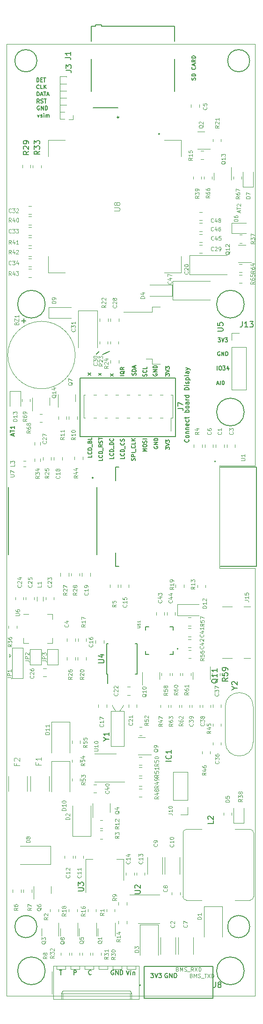
<source format=gto>
%TF.GenerationSoftware,KiCad,Pcbnew,7.0.2*%
%TF.CreationDate,2023-05-22T14:03:59+07:00*%
%TF.ProjectId,ph_portable_refrigerator_v2_hw,70685f70-6f72-4746-9162-6c655f726566,rev?*%
%TF.SameCoordinates,Original*%
%TF.FileFunction,Legend,Top*%
%TF.FilePolarity,Positive*%
%FSLAX46Y46*%
G04 Gerber Fmt 4.6, Leading zero omitted, Abs format (unit mm)*
G04 Created by KiCad (PCBNEW 7.0.2) date 2023-05-22 14:03:59*
%MOMM*%
%LPD*%
G01*
G04 APERTURE LIST*
%ADD10C,0.150000*%
%ADD11C,0.100000*%
%ADD12C,0.120370*%
%ADD13C,0.120000*%
%ADD14C,0.127000*%
%ADD15C,0.200000*%
%ADD16C,0.240000*%
G04 APERTURE END LIST*
D10*
X40516666Y-31339333D02*
X40516666Y-30639333D01*
X40516666Y-30639333D02*
X40683333Y-30639333D01*
X40683333Y-30639333D02*
X40783333Y-30672666D01*
X40783333Y-30672666D02*
X40850000Y-30739333D01*
X40850000Y-30739333D02*
X40883333Y-30806000D01*
X40883333Y-30806000D02*
X40916666Y-30939333D01*
X40916666Y-30939333D02*
X40916666Y-31039333D01*
X40916666Y-31039333D02*
X40883333Y-31172666D01*
X40883333Y-31172666D02*
X40850000Y-31239333D01*
X40850000Y-31239333D02*
X40783333Y-31306000D01*
X40783333Y-31306000D02*
X40683333Y-31339333D01*
X40683333Y-31339333D02*
X40516666Y-31339333D01*
X41183333Y-31139333D02*
X41516666Y-31139333D01*
X41116666Y-31339333D02*
X41350000Y-30639333D01*
X41350000Y-30639333D02*
X41583333Y-31339333D01*
X41716666Y-30639333D02*
X42116666Y-30639333D01*
X41916666Y-31339333D02*
X41916666Y-30639333D01*
X42316666Y-31139333D02*
X42649999Y-31139333D01*
X42249999Y-31339333D02*
X42483333Y-30639333D01*
X42483333Y-30639333D02*
X42716666Y-31339333D01*
X40466666Y-28814333D02*
X40466666Y-28114333D01*
X40466666Y-28114333D02*
X40633333Y-28114333D01*
X40633333Y-28114333D02*
X40733333Y-28147666D01*
X40733333Y-28147666D02*
X40800000Y-28214333D01*
X40800000Y-28214333D02*
X40833333Y-28281000D01*
X40833333Y-28281000D02*
X40866666Y-28414333D01*
X40866666Y-28414333D02*
X40866666Y-28514333D01*
X40866666Y-28514333D02*
X40833333Y-28647666D01*
X40833333Y-28647666D02*
X40800000Y-28714333D01*
X40800000Y-28714333D02*
X40733333Y-28781000D01*
X40733333Y-28781000D02*
X40633333Y-28814333D01*
X40633333Y-28814333D02*
X40466666Y-28814333D01*
X41166666Y-28447666D02*
X41400000Y-28447666D01*
X41500000Y-28814333D02*
X41166666Y-28814333D01*
X41166666Y-28814333D02*
X41166666Y-28114333D01*
X41166666Y-28114333D02*
X41500000Y-28114333D01*
X41699999Y-28114333D02*
X42099999Y-28114333D01*
X41899999Y-28814333D02*
X41899999Y-28114333D01*
X40575000Y-34747666D02*
X40741666Y-35214333D01*
X40741666Y-35214333D02*
X40908333Y-34747666D01*
X41141666Y-35181000D02*
X41208333Y-35214333D01*
X41208333Y-35214333D02*
X41341666Y-35214333D01*
X41341666Y-35214333D02*
X41408333Y-35181000D01*
X41408333Y-35181000D02*
X41441666Y-35114333D01*
X41441666Y-35114333D02*
X41441666Y-35081000D01*
X41441666Y-35081000D02*
X41408333Y-35014333D01*
X41408333Y-35014333D02*
X41341666Y-34981000D01*
X41341666Y-34981000D02*
X41241666Y-34981000D01*
X41241666Y-34981000D02*
X41174999Y-34947666D01*
X41174999Y-34947666D02*
X41141666Y-34881000D01*
X41141666Y-34881000D02*
X41141666Y-34847666D01*
X41141666Y-34847666D02*
X41174999Y-34781000D01*
X41174999Y-34781000D02*
X41241666Y-34747666D01*
X41241666Y-34747666D02*
X41341666Y-34747666D01*
X41341666Y-34747666D02*
X41408333Y-34781000D01*
X41741666Y-35214333D02*
X41741666Y-34747666D01*
X41741666Y-34514333D02*
X41708333Y-34547666D01*
X41708333Y-34547666D02*
X41741666Y-34581000D01*
X41741666Y-34581000D02*
X41775000Y-34547666D01*
X41775000Y-34547666D02*
X41741666Y-34514333D01*
X41741666Y-34514333D02*
X41741666Y-34581000D01*
X42074999Y-35214333D02*
X42074999Y-34747666D01*
X42074999Y-34814333D02*
X42108333Y-34781000D01*
X42108333Y-34781000D02*
X42174999Y-34747666D01*
X42174999Y-34747666D02*
X42274999Y-34747666D01*
X42274999Y-34747666D02*
X42341666Y-34781000D01*
X42341666Y-34781000D02*
X42374999Y-34847666D01*
X42374999Y-34847666D02*
X42374999Y-35214333D01*
X42374999Y-34847666D02*
X42408333Y-34781000D01*
X42408333Y-34781000D02*
X42474999Y-34747666D01*
X42474999Y-34747666D02*
X42574999Y-34747666D01*
X42574999Y-34747666D02*
X42641666Y-34781000D01*
X42641666Y-34781000D02*
X42674999Y-34847666D01*
X42674999Y-34847666D02*
X42674999Y-35214333D01*
X69156000Y-28466666D02*
X69189333Y-28366666D01*
X69189333Y-28366666D02*
X69189333Y-28200000D01*
X69189333Y-28200000D02*
X69156000Y-28133333D01*
X69156000Y-28133333D02*
X69122666Y-28100000D01*
X69122666Y-28100000D02*
X69056000Y-28066666D01*
X69056000Y-28066666D02*
X68989333Y-28066666D01*
X68989333Y-28066666D02*
X68922666Y-28100000D01*
X68922666Y-28100000D02*
X68889333Y-28133333D01*
X68889333Y-28133333D02*
X68856000Y-28200000D01*
X68856000Y-28200000D02*
X68822666Y-28333333D01*
X68822666Y-28333333D02*
X68789333Y-28400000D01*
X68789333Y-28400000D02*
X68756000Y-28433333D01*
X68756000Y-28433333D02*
X68689333Y-28466666D01*
X68689333Y-28466666D02*
X68622666Y-28466666D01*
X68622666Y-28466666D02*
X68556000Y-28433333D01*
X68556000Y-28433333D02*
X68522666Y-28400000D01*
X68522666Y-28400000D02*
X68489333Y-28333333D01*
X68489333Y-28333333D02*
X68489333Y-28166666D01*
X68489333Y-28166666D02*
X68522666Y-28066666D01*
X69189333Y-27766666D02*
X68489333Y-27766666D01*
X68489333Y-27766666D02*
X68489333Y-27599999D01*
X68489333Y-27599999D02*
X68522666Y-27499999D01*
X68522666Y-27499999D02*
X68589333Y-27433333D01*
X68589333Y-27433333D02*
X68656000Y-27399999D01*
X68656000Y-27399999D02*
X68789333Y-27366666D01*
X68789333Y-27366666D02*
X68889333Y-27366666D01*
X68889333Y-27366666D02*
X69022666Y-27399999D01*
X69022666Y-27399999D02*
X69089333Y-27433333D01*
X69089333Y-27433333D02*
X69156000Y-27499999D01*
X69156000Y-27499999D02*
X69189333Y-27599999D01*
X69189333Y-27599999D02*
X69189333Y-27766666D01*
X69122666Y-26133333D02*
X69156000Y-26166666D01*
X69156000Y-26166666D02*
X69189333Y-26266666D01*
X69189333Y-26266666D02*
X69189333Y-26333333D01*
X69189333Y-26333333D02*
X69156000Y-26433333D01*
X69156000Y-26433333D02*
X69089333Y-26500000D01*
X69089333Y-26500000D02*
X69022666Y-26533333D01*
X69022666Y-26533333D02*
X68889333Y-26566666D01*
X68889333Y-26566666D02*
X68789333Y-26566666D01*
X68789333Y-26566666D02*
X68656000Y-26533333D01*
X68656000Y-26533333D02*
X68589333Y-26500000D01*
X68589333Y-26500000D02*
X68522666Y-26433333D01*
X68522666Y-26433333D02*
X68489333Y-26333333D01*
X68489333Y-26333333D02*
X68489333Y-26266666D01*
X68489333Y-26266666D02*
X68522666Y-26166666D01*
X68522666Y-26166666D02*
X68556000Y-26133333D01*
X68989333Y-25866666D02*
X68989333Y-25533333D01*
X69189333Y-25933333D02*
X68489333Y-25700000D01*
X68489333Y-25700000D02*
X69189333Y-25466666D01*
X69189333Y-24833333D02*
X68856000Y-25066666D01*
X69189333Y-25233333D02*
X68489333Y-25233333D01*
X68489333Y-25233333D02*
X68489333Y-24966666D01*
X68489333Y-24966666D02*
X68522666Y-24900000D01*
X68522666Y-24900000D02*
X68556000Y-24866666D01*
X68556000Y-24866666D02*
X68622666Y-24833333D01*
X68622666Y-24833333D02*
X68722666Y-24833333D01*
X68722666Y-24833333D02*
X68789333Y-24866666D01*
X68789333Y-24866666D02*
X68822666Y-24900000D01*
X68822666Y-24900000D02*
X68856000Y-24966666D01*
X68856000Y-24966666D02*
X68856000Y-25233333D01*
X69189333Y-24533333D02*
X68489333Y-24533333D01*
X68489333Y-24533333D02*
X68489333Y-24366666D01*
X68489333Y-24366666D02*
X68522666Y-24266666D01*
X68522666Y-24266666D02*
X68589333Y-24200000D01*
X68589333Y-24200000D02*
X68656000Y-24166666D01*
X68656000Y-24166666D02*
X68789333Y-24133333D01*
X68789333Y-24133333D02*
X68889333Y-24133333D01*
X68889333Y-24133333D02*
X69022666Y-24166666D01*
X69022666Y-24166666D02*
X69089333Y-24200000D01*
X69089333Y-24200000D02*
X69156000Y-24266666D01*
X69156000Y-24266666D02*
X69189333Y-24366666D01*
X69189333Y-24366666D02*
X69189333Y-24533333D01*
X40891666Y-29997666D02*
X40858333Y-30031000D01*
X40858333Y-30031000D02*
X40758333Y-30064333D01*
X40758333Y-30064333D02*
X40691666Y-30064333D01*
X40691666Y-30064333D02*
X40591666Y-30031000D01*
X40591666Y-30031000D02*
X40525000Y-29964333D01*
X40525000Y-29964333D02*
X40491666Y-29897666D01*
X40491666Y-29897666D02*
X40458333Y-29764333D01*
X40458333Y-29764333D02*
X40458333Y-29664333D01*
X40458333Y-29664333D02*
X40491666Y-29531000D01*
X40491666Y-29531000D02*
X40525000Y-29464333D01*
X40525000Y-29464333D02*
X40591666Y-29397666D01*
X40591666Y-29397666D02*
X40691666Y-29364333D01*
X40691666Y-29364333D02*
X40758333Y-29364333D01*
X40758333Y-29364333D02*
X40858333Y-29397666D01*
X40858333Y-29397666D02*
X40891666Y-29431000D01*
X41525000Y-30064333D02*
X41191666Y-30064333D01*
X41191666Y-30064333D02*
X41191666Y-29364333D01*
X41758333Y-30064333D02*
X41758333Y-29364333D01*
X42158333Y-30064333D02*
X41858333Y-29664333D01*
X42158333Y-29364333D02*
X41758333Y-29764333D01*
X40941666Y-32614333D02*
X40708333Y-32281000D01*
X40541666Y-32614333D02*
X40541666Y-31914333D01*
X40541666Y-31914333D02*
X40808333Y-31914333D01*
X40808333Y-31914333D02*
X40875000Y-31947666D01*
X40875000Y-31947666D02*
X40908333Y-31981000D01*
X40908333Y-31981000D02*
X40941666Y-32047666D01*
X40941666Y-32047666D02*
X40941666Y-32147666D01*
X40941666Y-32147666D02*
X40908333Y-32214333D01*
X40908333Y-32214333D02*
X40875000Y-32247666D01*
X40875000Y-32247666D02*
X40808333Y-32281000D01*
X40808333Y-32281000D02*
X40541666Y-32281000D01*
X41208333Y-32581000D02*
X41308333Y-32614333D01*
X41308333Y-32614333D02*
X41475000Y-32614333D01*
X41475000Y-32614333D02*
X41541666Y-32581000D01*
X41541666Y-32581000D02*
X41575000Y-32547666D01*
X41575000Y-32547666D02*
X41608333Y-32481000D01*
X41608333Y-32481000D02*
X41608333Y-32414333D01*
X41608333Y-32414333D02*
X41575000Y-32347666D01*
X41575000Y-32347666D02*
X41541666Y-32314333D01*
X41541666Y-32314333D02*
X41475000Y-32281000D01*
X41475000Y-32281000D02*
X41341666Y-32247666D01*
X41341666Y-32247666D02*
X41275000Y-32214333D01*
X41275000Y-32214333D02*
X41241666Y-32181000D01*
X41241666Y-32181000D02*
X41208333Y-32114333D01*
X41208333Y-32114333D02*
X41208333Y-32047666D01*
X41208333Y-32047666D02*
X41241666Y-31981000D01*
X41241666Y-31981000D02*
X41275000Y-31947666D01*
X41275000Y-31947666D02*
X41341666Y-31914333D01*
X41341666Y-31914333D02*
X41508333Y-31914333D01*
X41508333Y-31914333D02*
X41608333Y-31947666D01*
X41808333Y-31914333D02*
X42208333Y-31914333D01*
X42008333Y-32614333D02*
X42008333Y-31914333D01*
X40933333Y-33222666D02*
X40866666Y-33189333D01*
X40866666Y-33189333D02*
X40766666Y-33189333D01*
X40766666Y-33189333D02*
X40666666Y-33222666D01*
X40666666Y-33222666D02*
X40600000Y-33289333D01*
X40600000Y-33289333D02*
X40566666Y-33356000D01*
X40566666Y-33356000D02*
X40533333Y-33489333D01*
X40533333Y-33489333D02*
X40533333Y-33589333D01*
X40533333Y-33589333D02*
X40566666Y-33722666D01*
X40566666Y-33722666D02*
X40600000Y-33789333D01*
X40600000Y-33789333D02*
X40666666Y-33856000D01*
X40666666Y-33856000D02*
X40766666Y-33889333D01*
X40766666Y-33889333D02*
X40833333Y-33889333D01*
X40833333Y-33889333D02*
X40933333Y-33856000D01*
X40933333Y-33856000D02*
X40966666Y-33822666D01*
X40966666Y-33822666D02*
X40966666Y-33589333D01*
X40966666Y-33589333D02*
X40833333Y-33589333D01*
X41266666Y-33889333D02*
X41266666Y-33189333D01*
X41266666Y-33189333D02*
X41666666Y-33889333D01*
X41666666Y-33889333D02*
X41666666Y-33189333D01*
X41999999Y-33889333D02*
X41999999Y-33189333D01*
X41999999Y-33189333D02*
X42166666Y-33189333D01*
X42166666Y-33189333D02*
X42266666Y-33222666D01*
X42266666Y-33222666D02*
X42333333Y-33289333D01*
X42333333Y-33289333D02*
X42366666Y-33356000D01*
X42366666Y-33356000D02*
X42399999Y-33489333D01*
X42399999Y-33489333D02*
X42399999Y-33589333D01*
X42399999Y-33589333D02*
X42366666Y-33722666D01*
X42366666Y-33722666D02*
X42333333Y-33789333D01*
X42333333Y-33789333D02*
X42266666Y-33856000D01*
X42266666Y-33856000D02*
X42166666Y-33889333D01*
X42166666Y-33889333D02*
X41999999Y-33889333D01*
X73058333Y-83339333D02*
X73391666Y-83339333D01*
X72991666Y-83539333D02*
X73225000Y-82839333D01*
X73225000Y-82839333D02*
X73458333Y-83539333D01*
X73691666Y-83539333D02*
X73691666Y-82839333D01*
X74158333Y-82839333D02*
X74224999Y-82839333D01*
X74224999Y-82839333D02*
X74291666Y-82872666D01*
X74291666Y-82872666D02*
X74324999Y-82906000D01*
X74324999Y-82906000D02*
X74358333Y-82972666D01*
X74358333Y-82972666D02*
X74391666Y-83106000D01*
X74391666Y-83106000D02*
X74391666Y-83272666D01*
X74391666Y-83272666D02*
X74358333Y-83406000D01*
X74358333Y-83406000D02*
X74324999Y-83472666D01*
X74324999Y-83472666D02*
X74291666Y-83506000D01*
X74291666Y-83506000D02*
X74224999Y-83539333D01*
X74224999Y-83539333D02*
X74158333Y-83539333D01*
X74158333Y-83539333D02*
X74091666Y-83506000D01*
X74091666Y-83506000D02*
X74058333Y-83472666D01*
X74058333Y-83472666D02*
X74024999Y-83406000D01*
X74024999Y-83406000D02*
X73991666Y-83272666D01*
X73991666Y-83272666D02*
X73991666Y-83106000D01*
X73991666Y-83106000D02*
X74024999Y-82972666D01*
X74024999Y-82972666D02*
X74058333Y-82906000D01*
X74058333Y-82906000D02*
X74091666Y-82872666D01*
X74091666Y-82872666D02*
X74158333Y-82839333D01*
X73141666Y-80889333D02*
X73141666Y-80189333D01*
X73608333Y-80189333D02*
X73741666Y-80189333D01*
X73741666Y-80189333D02*
X73808333Y-80222666D01*
X73808333Y-80222666D02*
X73874999Y-80289333D01*
X73874999Y-80289333D02*
X73908333Y-80422666D01*
X73908333Y-80422666D02*
X73908333Y-80656000D01*
X73908333Y-80656000D02*
X73874999Y-80789333D01*
X73874999Y-80789333D02*
X73808333Y-80856000D01*
X73808333Y-80856000D02*
X73741666Y-80889333D01*
X73741666Y-80889333D02*
X73608333Y-80889333D01*
X73608333Y-80889333D02*
X73541666Y-80856000D01*
X73541666Y-80856000D02*
X73474999Y-80789333D01*
X73474999Y-80789333D02*
X73441666Y-80656000D01*
X73441666Y-80656000D02*
X73441666Y-80422666D01*
X73441666Y-80422666D02*
X73474999Y-80289333D01*
X73474999Y-80289333D02*
X73541666Y-80222666D01*
X73541666Y-80222666D02*
X73608333Y-80189333D01*
X74141666Y-80189333D02*
X74574999Y-80189333D01*
X74574999Y-80189333D02*
X74341666Y-80456000D01*
X74341666Y-80456000D02*
X74441666Y-80456000D01*
X74441666Y-80456000D02*
X74508332Y-80489333D01*
X74508332Y-80489333D02*
X74541666Y-80522666D01*
X74541666Y-80522666D02*
X74574999Y-80589333D01*
X74574999Y-80589333D02*
X74574999Y-80756000D01*
X74574999Y-80756000D02*
X74541666Y-80822666D01*
X74541666Y-80822666D02*
X74508332Y-80856000D01*
X74508332Y-80856000D02*
X74441666Y-80889333D01*
X74441666Y-80889333D02*
X74241666Y-80889333D01*
X74241666Y-80889333D02*
X74174999Y-80856000D01*
X74174999Y-80856000D02*
X74141666Y-80822666D01*
X75174999Y-80422666D02*
X75174999Y-80889333D01*
X75008333Y-80156000D02*
X74841666Y-80656000D01*
X74841666Y-80656000D02*
X75274999Y-80656000D01*
X73583333Y-77647666D02*
X73516666Y-77614333D01*
X73516666Y-77614333D02*
X73416666Y-77614333D01*
X73416666Y-77614333D02*
X73316666Y-77647666D01*
X73316666Y-77647666D02*
X73250000Y-77714333D01*
X73250000Y-77714333D02*
X73216666Y-77781000D01*
X73216666Y-77781000D02*
X73183333Y-77914333D01*
X73183333Y-77914333D02*
X73183333Y-78014333D01*
X73183333Y-78014333D02*
X73216666Y-78147666D01*
X73216666Y-78147666D02*
X73250000Y-78214333D01*
X73250000Y-78214333D02*
X73316666Y-78281000D01*
X73316666Y-78281000D02*
X73416666Y-78314333D01*
X73416666Y-78314333D02*
X73483333Y-78314333D01*
X73483333Y-78314333D02*
X73583333Y-78281000D01*
X73583333Y-78281000D02*
X73616666Y-78247666D01*
X73616666Y-78247666D02*
X73616666Y-78014333D01*
X73616666Y-78014333D02*
X73483333Y-78014333D01*
X73916666Y-78314333D02*
X73916666Y-77614333D01*
X73916666Y-77614333D02*
X74316666Y-78314333D01*
X74316666Y-78314333D02*
X74316666Y-77614333D01*
X74649999Y-78314333D02*
X74649999Y-77614333D01*
X74649999Y-77614333D02*
X74816666Y-77614333D01*
X74816666Y-77614333D02*
X74916666Y-77647666D01*
X74916666Y-77647666D02*
X74983333Y-77714333D01*
X74983333Y-77714333D02*
X75016666Y-77781000D01*
X75016666Y-77781000D02*
X75049999Y-77914333D01*
X75049999Y-77914333D02*
X75049999Y-78014333D01*
X75049999Y-78014333D02*
X75016666Y-78147666D01*
X75016666Y-78147666D02*
X74983333Y-78214333D01*
X74983333Y-78214333D02*
X74916666Y-78281000D01*
X74916666Y-78281000D02*
X74816666Y-78314333D01*
X74816666Y-78314333D02*
X74649999Y-78314333D01*
X73275000Y-75114333D02*
X73708333Y-75114333D01*
X73708333Y-75114333D02*
X73475000Y-75381000D01*
X73475000Y-75381000D02*
X73575000Y-75381000D01*
X73575000Y-75381000D02*
X73641666Y-75414333D01*
X73641666Y-75414333D02*
X73675000Y-75447666D01*
X73675000Y-75447666D02*
X73708333Y-75514333D01*
X73708333Y-75514333D02*
X73708333Y-75681000D01*
X73708333Y-75681000D02*
X73675000Y-75747666D01*
X73675000Y-75747666D02*
X73641666Y-75781000D01*
X73641666Y-75781000D02*
X73575000Y-75814333D01*
X73575000Y-75814333D02*
X73375000Y-75814333D01*
X73375000Y-75814333D02*
X73308333Y-75781000D01*
X73308333Y-75781000D02*
X73275000Y-75747666D01*
X73908333Y-75114333D02*
X74141667Y-75814333D01*
X74141667Y-75814333D02*
X74375000Y-75114333D01*
X74541667Y-75114333D02*
X74975000Y-75114333D01*
X74975000Y-75114333D02*
X74741667Y-75381000D01*
X74741667Y-75381000D02*
X74841667Y-75381000D01*
X74841667Y-75381000D02*
X74908333Y-75414333D01*
X74908333Y-75414333D02*
X74941667Y-75447666D01*
X74941667Y-75447666D02*
X74975000Y-75514333D01*
X74975000Y-75514333D02*
X74975000Y-75681000D01*
X74975000Y-75681000D02*
X74941667Y-75747666D01*
X74941667Y-75747666D02*
X74908333Y-75781000D01*
X74908333Y-75781000D02*
X74841667Y-75814333D01*
X74841667Y-75814333D02*
X74641667Y-75814333D01*
X74641667Y-75814333D02*
X74575000Y-75781000D01*
X74575000Y-75781000D02*
X74541667Y-75747666D01*
X50239333Y-81825000D02*
X49772666Y-81458333D01*
X49772666Y-81825000D02*
X50239333Y-81458333D01*
X52114333Y-81875000D02*
X51647666Y-81508333D01*
X51647666Y-81875000D02*
X52114333Y-81508333D01*
X54289333Y-81975000D02*
X53822666Y-81608333D01*
X53822666Y-81975000D02*
X54289333Y-81608333D01*
X52350000Y-78137500D02*
X53600000Y-77512500D01*
X51225000Y-78000000D02*
X51725000Y-77500000D01*
X56289333Y-81908333D02*
X55589333Y-81908333D01*
X56356000Y-81108333D02*
X56322666Y-81175000D01*
X56322666Y-81175000D02*
X56256000Y-81241667D01*
X56256000Y-81241667D02*
X56156000Y-81341667D01*
X56156000Y-81341667D02*
X56122666Y-81408333D01*
X56122666Y-81408333D02*
X56122666Y-81475000D01*
X56289333Y-81441667D02*
X56256000Y-81508333D01*
X56256000Y-81508333D02*
X56189333Y-81575000D01*
X56189333Y-81575000D02*
X56056000Y-81608333D01*
X56056000Y-81608333D02*
X55822666Y-81608333D01*
X55822666Y-81608333D02*
X55689333Y-81575000D01*
X55689333Y-81575000D02*
X55622666Y-81508333D01*
X55622666Y-81508333D02*
X55589333Y-81441667D01*
X55589333Y-81441667D02*
X55589333Y-81308333D01*
X55589333Y-81308333D02*
X55622666Y-81241667D01*
X55622666Y-81241667D02*
X55689333Y-81175000D01*
X55689333Y-81175000D02*
X55822666Y-81141667D01*
X55822666Y-81141667D02*
X56056000Y-81141667D01*
X56056000Y-81141667D02*
X56189333Y-81175000D01*
X56189333Y-81175000D02*
X56256000Y-81241667D01*
X56256000Y-81241667D02*
X56289333Y-81308333D01*
X56289333Y-81308333D02*
X56289333Y-81441667D01*
X56289333Y-80441667D02*
X55956000Y-80675000D01*
X56289333Y-80841667D02*
X55589333Y-80841667D01*
X55589333Y-80841667D02*
X55589333Y-80575000D01*
X55589333Y-80575000D02*
X55622666Y-80508334D01*
X55622666Y-80508334D02*
X55656000Y-80475000D01*
X55656000Y-80475000D02*
X55722666Y-80441667D01*
X55722666Y-80441667D02*
X55822666Y-80441667D01*
X55822666Y-80441667D02*
X55889333Y-80475000D01*
X55889333Y-80475000D02*
X55922666Y-80508334D01*
X55922666Y-80508334D02*
X55956000Y-80575000D01*
X55956000Y-80575000D02*
X55956000Y-80841667D01*
X58381000Y-81841666D02*
X58414333Y-81741666D01*
X58414333Y-81741666D02*
X58414333Y-81575000D01*
X58414333Y-81575000D02*
X58381000Y-81508333D01*
X58381000Y-81508333D02*
X58347666Y-81475000D01*
X58347666Y-81475000D02*
X58281000Y-81441666D01*
X58281000Y-81441666D02*
X58214333Y-81441666D01*
X58214333Y-81441666D02*
X58147666Y-81475000D01*
X58147666Y-81475000D02*
X58114333Y-81508333D01*
X58114333Y-81508333D02*
X58081000Y-81575000D01*
X58081000Y-81575000D02*
X58047666Y-81708333D01*
X58047666Y-81708333D02*
X58014333Y-81775000D01*
X58014333Y-81775000D02*
X57981000Y-81808333D01*
X57981000Y-81808333D02*
X57914333Y-81841666D01*
X57914333Y-81841666D02*
X57847666Y-81841666D01*
X57847666Y-81841666D02*
X57781000Y-81808333D01*
X57781000Y-81808333D02*
X57747666Y-81775000D01*
X57747666Y-81775000D02*
X57714333Y-81708333D01*
X57714333Y-81708333D02*
X57714333Y-81541666D01*
X57714333Y-81541666D02*
X57747666Y-81441666D01*
X58414333Y-81141666D02*
X57714333Y-81141666D01*
X57714333Y-81141666D02*
X57714333Y-80974999D01*
X57714333Y-80974999D02*
X57747666Y-80874999D01*
X57747666Y-80874999D02*
X57814333Y-80808333D01*
X57814333Y-80808333D02*
X57881000Y-80774999D01*
X57881000Y-80774999D02*
X58014333Y-80741666D01*
X58014333Y-80741666D02*
X58114333Y-80741666D01*
X58114333Y-80741666D02*
X58247666Y-80774999D01*
X58247666Y-80774999D02*
X58314333Y-80808333D01*
X58314333Y-80808333D02*
X58381000Y-80874999D01*
X58381000Y-80874999D02*
X58414333Y-80974999D01*
X58414333Y-80974999D02*
X58414333Y-81141666D01*
X58214333Y-80474999D02*
X58214333Y-80141666D01*
X58414333Y-80541666D02*
X57714333Y-80308333D01*
X57714333Y-80308333D02*
X58414333Y-80074999D01*
X60331000Y-82041666D02*
X60364333Y-81941666D01*
X60364333Y-81941666D02*
X60364333Y-81775000D01*
X60364333Y-81775000D02*
X60331000Y-81708333D01*
X60331000Y-81708333D02*
X60297666Y-81675000D01*
X60297666Y-81675000D02*
X60231000Y-81641666D01*
X60231000Y-81641666D02*
X60164333Y-81641666D01*
X60164333Y-81641666D02*
X60097666Y-81675000D01*
X60097666Y-81675000D02*
X60064333Y-81708333D01*
X60064333Y-81708333D02*
X60031000Y-81775000D01*
X60031000Y-81775000D02*
X59997666Y-81908333D01*
X59997666Y-81908333D02*
X59964333Y-81975000D01*
X59964333Y-81975000D02*
X59931000Y-82008333D01*
X59931000Y-82008333D02*
X59864333Y-82041666D01*
X59864333Y-82041666D02*
X59797666Y-82041666D01*
X59797666Y-82041666D02*
X59731000Y-82008333D01*
X59731000Y-82008333D02*
X59697666Y-81975000D01*
X59697666Y-81975000D02*
X59664333Y-81908333D01*
X59664333Y-81908333D02*
X59664333Y-81741666D01*
X59664333Y-81741666D02*
X59697666Y-81641666D01*
X60297666Y-80941666D02*
X60331000Y-80974999D01*
X60331000Y-80974999D02*
X60364333Y-81074999D01*
X60364333Y-81074999D02*
X60364333Y-81141666D01*
X60364333Y-81141666D02*
X60331000Y-81241666D01*
X60331000Y-81241666D02*
X60264333Y-81308333D01*
X60264333Y-81308333D02*
X60197666Y-81341666D01*
X60197666Y-81341666D02*
X60064333Y-81374999D01*
X60064333Y-81374999D02*
X59964333Y-81374999D01*
X59964333Y-81374999D02*
X59831000Y-81341666D01*
X59831000Y-81341666D02*
X59764333Y-81308333D01*
X59764333Y-81308333D02*
X59697666Y-81241666D01*
X59697666Y-81241666D02*
X59664333Y-81141666D01*
X59664333Y-81141666D02*
X59664333Y-81074999D01*
X59664333Y-81074999D02*
X59697666Y-80974999D01*
X59697666Y-80974999D02*
X59731000Y-80941666D01*
X60364333Y-80308333D02*
X60364333Y-80641666D01*
X60364333Y-80641666D02*
X59664333Y-80641666D01*
X61572666Y-81591666D02*
X61539333Y-81658333D01*
X61539333Y-81658333D02*
X61539333Y-81758333D01*
X61539333Y-81758333D02*
X61572666Y-81858333D01*
X61572666Y-81858333D02*
X61639333Y-81925000D01*
X61639333Y-81925000D02*
X61706000Y-81958333D01*
X61706000Y-81958333D02*
X61839333Y-81991666D01*
X61839333Y-81991666D02*
X61939333Y-81991666D01*
X61939333Y-81991666D02*
X62072666Y-81958333D01*
X62072666Y-81958333D02*
X62139333Y-81925000D01*
X62139333Y-81925000D02*
X62206000Y-81858333D01*
X62206000Y-81858333D02*
X62239333Y-81758333D01*
X62239333Y-81758333D02*
X62239333Y-81691666D01*
X62239333Y-81691666D02*
X62206000Y-81591666D01*
X62206000Y-81591666D02*
X62172666Y-81558333D01*
X62172666Y-81558333D02*
X61939333Y-81558333D01*
X61939333Y-81558333D02*
X61939333Y-81691666D01*
X62239333Y-81258333D02*
X61539333Y-81258333D01*
X61539333Y-81258333D02*
X62239333Y-80858333D01*
X62239333Y-80858333D02*
X61539333Y-80858333D01*
X62239333Y-80525000D02*
X61539333Y-80525000D01*
X61539333Y-80525000D02*
X61539333Y-80358333D01*
X61539333Y-80358333D02*
X61572666Y-80258333D01*
X61572666Y-80258333D02*
X61639333Y-80191667D01*
X61639333Y-80191667D02*
X61706000Y-80158333D01*
X61706000Y-80158333D02*
X61839333Y-80125000D01*
X61839333Y-80125000D02*
X61939333Y-80125000D01*
X61939333Y-80125000D02*
X62072666Y-80158333D01*
X62072666Y-80158333D02*
X62139333Y-80191667D01*
X62139333Y-80191667D02*
X62206000Y-80258333D01*
X62206000Y-80258333D02*
X62239333Y-80358333D01*
X62239333Y-80358333D02*
X62239333Y-80525000D01*
X63764333Y-81975000D02*
X63764333Y-81541666D01*
X63764333Y-81541666D02*
X64031000Y-81775000D01*
X64031000Y-81775000D02*
X64031000Y-81675000D01*
X64031000Y-81675000D02*
X64064333Y-81608333D01*
X64064333Y-81608333D02*
X64097666Y-81575000D01*
X64097666Y-81575000D02*
X64164333Y-81541666D01*
X64164333Y-81541666D02*
X64331000Y-81541666D01*
X64331000Y-81541666D02*
X64397666Y-81575000D01*
X64397666Y-81575000D02*
X64431000Y-81608333D01*
X64431000Y-81608333D02*
X64464333Y-81675000D01*
X64464333Y-81675000D02*
X64464333Y-81875000D01*
X64464333Y-81875000D02*
X64431000Y-81941666D01*
X64431000Y-81941666D02*
X64397666Y-81975000D01*
X63764333Y-81341666D02*
X64464333Y-81108333D01*
X64464333Y-81108333D02*
X63764333Y-80874999D01*
X63764333Y-80708333D02*
X63764333Y-80274999D01*
X63764333Y-80274999D02*
X64031000Y-80508333D01*
X64031000Y-80508333D02*
X64031000Y-80408333D01*
X64031000Y-80408333D02*
X64064333Y-80341666D01*
X64064333Y-80341666D02*
X64097666Y-80308333D01*
X64097666Y-80308333D02*
X64164333Y-80274999D01*
X64164333Y-80274999D02*
X64331000Y-80274999D01*
X64331000Y-80274999D02*
X64397666Y-80308333D01*
X64397666Y-80308333D02*
X64431000Y-80341666D01*
X64431000Y-80341666D02*
X64464333Y-80408333D01*
X64464333Y-80408333D02*
X64464333Y-80608333D01*
X64464333Y-80608333D02*
X64431000Y-80674999D01*
X64431000Y-80674999D02*
X64397666Y-80708333D01*
X50414333Y-96300000D02*
X50414333Y-96633333D01*
X50414333Y-96633333D02*
X49714333Y-96633333D01*
X50347666Y-95666666D02*
X50381000Y-95699999D01*
X50381000Y-95699999D02*
X50414333Y-95799999D01*
X50414333Y-95799999D02*
X50414333Y-95866666D01*
X50414333Y-95866666D02*
X50381000Y-95966666D01*
X50381000Y-95966666D02*
X50314333Y-96033333D01*
X50314333Y-96033333D02*
X50247666Y-96066666D01*
X50247666Y-96066666D02*
X50114333Y-96099999D01*
X50114333Y-96099999D02*
X50014333Y-96099999D01*
X50014333Y-96099999D02*
X49881000Y-96066666D01*
X49881000Y-96066666D02*
X49814333Y-96033333D01*
X49814333Y-96033333D02*
X49747666Y-95966666D01*
X49747666Y-95966666D02*
X49714333Y-95866666D01*
X49714333Y-95866666D02*
X49714333Y-95799999D01*
X49714333Y-95799999D02*
X49747666Y-95699999D01*
X49747666Y-95699999D02*
X49781000Y-95666666D01*
X50414333Y-95366666D02*
X49714333Y-95366666D01*
X49714333Y-95366666D02*
X49714333Y-95199999D01*
X49714333Y-95199999D02*
X49747666Y-95099999D01*
X49747666Y-95099999D02*
X49814333Y-95033333D01*
X49814333Y-95033333D02*
X49881000Y-94999999D01*
X49881000Y-94999999D02*
X50014333Y-94966666D01*
X50014333Y-94966666D02*
X50114333Y-94966666D01*
X50114333Y-94966666D02*
X50247666Y-94999999D01*
X50247666Y-94999999D02*
X50314333Y-95033333D01*
X50314333Y-95033333D02*
X50381000Y-95099999D01*
X50381000Y-95099999D02*
X50414333Y-95199999D01*
X50414333Y-95199999D02*
X50414333Y-95366666D01*
X50481000Y-94833333D02*
X50481000Y-94299999D01*
X50047666Y-93900000D02*
X50081000Y-93800000D01*
X50081000Y-93800000D02*
X50114333Y-93766666D01*
X50114333Y-93766666D02*
X50181000Y-93733333D01*
X50181000Y-93733333D02*
X50281000Y-93733333D01*
X50281000Y-93733333D02*
X50347666Y-93766666D01*
X50347666Y-93766666D02*
X50381000Y-93800000D01*
X50381000Y-93800000D02*
X50414333Y-93866666D01*
X50414333Y-93866666D02*
X50414333Y-94133333D01*
X50414333Y-94133333D02*
X49714333Y-94133333D01*
X49714333Y-94133333D02*
X49714333Y-93900000D01*
X49714333Y-93900000D02*
X49747666Y-93833333D01*
X49747666Y-93833333D02*
X49781000Y-93800000D01*
X49781000Y-93800000D02*
X49847666Y-93766666D01*
X49847666Y-93766666D02*
X49914333Y-93766666D01*
X49914333Y-93766666D02*
X49981000Y-93800000D01*
X49981000Y-93800000D02*
X50014333Y-93833333D01*
X50014333Y-93833333D02*
X50047666Y-93900000D01*
X50047666Y-93900000D02*
X50047666Y-94133333D01*
X50414333Y-93100000D02*
X50414333Y-93433333D01*
X50414333Y-93433333D02*
X49714333Y-93433333D01*
X52364333Y-96950000D02*
X52364333Y-97283333D01*
X52364333Y-97283333D02*
X51664333Y-97283333D01*
X52297666Y-96316666D02*
X52331000Y-96349999D01*
X52331000Y-96349999D02*
X52364333Y-96449999D01*
X52364333Y-96449999D02*
X52364333Y-96516666D01*
X52364333Y-96516666D02*
X52331000Y-96616666D01*
X52331000Y-96616666D02*
X52264333Y-96683333D01*
X52264333Y-96683333D02*
X52197666Y-96716666D01*
X52197666Y-96716666D02*
X52064333Y-96749999D01*
X52064333Y-96749999D02*
X51964333Y-96749999D01*
X51964333Y-96749999D02*
X51831000Y-96716666D01*
X51831000Y-96716666D02*
X51764333Y-96683333D01*
X51764333Y-96683333D02*
X51697666Y-96616666D01*
X51697666Y-96616666D02*
X51664333Y-96516666D01*
X51664333Y-96516666D02*
X51664333Y-96449999D01*
X51664333Y-96449999D02*
X51697666Y-96349999D01*
X51697666Y-96349999D02*
X51731000Y-96316666D01*
X52364333Y-96016666D02*
X51664333Y-96016666D01*
X51664333Y-96016666D02*
X51664333Y-95849999D01*
X51664333Y-95849999D02*
X51697666Y-95749999D01*
X51697666Y-95749999D02*
X51764333Y-95683333D01*
X51764333Y-95683333D02*
X51831000Y-95649999D01*
X51831000Y-95649999D02*
X51964333Y-95616666D01*
X51964333Y-95616666D02*
X52064333Y-95616666D01*
X52064333Y-95616666D02*
X52197666Y-95649999D01*
X52197666Y-95649999D02*
X52264333Y-95683333D01*
X52264333Y-95683333D02*
X52331000Y-95749999D01*
X52331000Y-95749999D02*
X52364333Y-95849999D01*
X52364333Y-95849999D02*
X52364333Y-96016666D01*
X52431000Y-95483333D02*
X52431000Y-94949999D01*
X52364333Y-94383333D02*
X52031000Y-94616666D01*
X52364333Y-94783333D02*
X51664333Y-94783333D01*
X51664333Y-94783333D02*
X51664333Y-94516666D01*
X51664333Y-94516666D02*
X51697666Y-94450000D01*
X51697666Y-94450000D02*
X51731000Y-94416666D01*
X51731000Y-94416666D02*
X51797666Y-94383333D01*
X51797666Y-94383333D02*
X51897666Y-94383333D01*
X51897666Y-94383333D02*
X51964333Y-94416666D01*
X51964333Y-94416666D02*
X51997666Y-94450000D01*
X51997666Y-94450000D02*
X52031000Y-94516666D01*
X52031000Y-94516666D02*
X52031000Y-94783333D01*
X52331000Y-94116666D02*
X52364333Y-94016666D01*
X52364333Y-94016666D02*
X52364333Y-93850000D01*
X52364333Y-93850000D02*
X52331000Y-93783333D01*
X52331000Y-93783333D02*
X52297666Y-93750000D01*
X52297666Y-93750000D02*
X52231000Y-93716666D01*
X52231000Y-93716666D02*
X52164333Y-93716666D01*
X52164333Y-93716666D02*
X52097666Y-93750000D01*
X52097666Y-93750000D02*
X52064333Y-93783333D01*
X52064333Y-93783333D02*
X52031000Y-93850000D01*
X52031000Y-93850000D02*
X51997666Y-93983333D01*
X51997666Y-93983333D02*
X51964333Y-94050000D01*
X51964333Y-94050000D02*
X51931000Y-94083333D01*
X51931000Y-94083333D02*
X51864333Y-94116666D01*
X51864333Y-94116666D02*
X51797666Y-94116666D01*
X51797666Y-94116666D02*
X51731000Y-94083333D01*
X51731000Y-94083333D02*
X51697666Y-94050000D01*
X51697666Y-94050000D02*
X51664333Y-93983333D01*
X51664333Y-93983333D02*
X51664333Y-93816666D01*
X51664333Y-93816666D02*
X51697666Y-93716666D01*
X51664333Y-93516666D02*
X51664333Y-93116666D01*
X52364333Y-93316666D02*
X51664333Y-93316666D01*
X54364333Y-96575000D02*
X54364333Y-96908333D01*
X54364333Y-96908333D02*
X53664333Y-96908333D01*
X54297666Y-95941666D02*
X54331000Y-95974999D01*
X54331000Y-95974999D02*
X54364333Y-96074999D01*
X54364333Y-96074999D02*
X54364333Y-96141666D01*
X54364333Y-96141666D02*
X54331000Y-96241666D01*
X54331000Y-96241666D02*
X54264333Y-96308333D01*
X54264333Y-96308333D02*
X54197666Y-96341666D01*
X54197666Y-96341666D02*
X54064333Y-96374999D01*
X54064333Y-96374999D02*
X53964333Y-96374999D01*
X53964333Y-96374999D02*
X53831000Y-96341666D01*
X53831000Y-96341666D02*
X53764333Y-96308333D01*
X53764333Y-96308333D02*
X53697666Y-96241666D01*
X53697666Y-96241666D02*
X53664333Y-96141666D01*
X53664333Y-96141666D02*
X53664333Y-96074999D01*
X53664333Y-96074999D02*
X53697666Y-95974999D01*
X53697666Y-95974999D02*
X53731000Y-95941666D01*
X54364333Y-95641666D02*
X53664333Y-95641666D01*
X53664333Y-95641666D02*
X53664333Y-95474999D01*
X53664333Y-95474999D02*
X53697666Y-95374999D01*
X53697666Y-95374999D02*
X53764333Y-95308333D01*
X53764333Y-95308333D02*
X53831000Y-95274999D01*
X53831000Y-95274999D02*
X53964333Y-95241666D01*
X53964333Y-95241666D02*
X54064333Y-95241666D01*
X54064333Y-95241666D02*
X54197666Y-95274999D01*
X54197666Y-95274999D02*
X54264333Y-95308333D01*
X54264333Y-95308333D02*
X54331000Y-95374999D01*
X54331000Y-95374999D02*
X54364333Y-95474999D01*
X54364333Y-95474999D02*
X54364333Y-95641666D01*
X54431000Y-95108333D02*
X54431000Y-94574999D01*
X54364333Y-94408333D02*
X53664333Y-94408333D01*
X53664333Y-94408333D02*
X53664333Y-94241666D01*
X53664333Y-94241666D02*
X53697666Y-94141666D01*
X53697666Y-94141666D02*
X53764333Y-94075000D01*
X53764333Y-94075000D02*
X53831000Y-94041666D01*
X53831000Y-94041666D02*
X53964333Y-94008333D01*
X53964333Y-94008333D02*
X54064333Y-94008333D01*
X54064333Y-94008333D02*
X54197666Y-94041666D01*
X54197666Y-94041666D02*
X54264333Y-94075000D01*
X54264333Y-94075000D02*
X54331000Y-94141666D01*
X54331000Y-94141666D02*
X54364333Y-94241666D01*
X54364333Y-94241666D02*
X54364333Y-94408333D01*
X54297666Y-93308333D02*
X54331000Y-93341666D01*
X54331000Y-93341666D02*
X54364333Y-93441666D01*
X54364333Y-93441666D02*
X54364333Y-93508333D01*
X54364333Y-93508333D02*
X54331000Y-93608333D01*
X54331000Y-93608333D02*
X54264333Y-93675000D01*
X54264333Y-93675000D02*
X54197666Y-93708333D01*
X54197666Y-93708333D02*
X54064333Y-93741666D01*
X54064333Y-93741666D02*
X53964333Y-93741666D01*
X53964333Y-93741666D02*
X53831000Y-93708333D01*
X53831000Y-93708333D02*
X53764333Y-93675000D01*
X53764333Y-93675000D02*
X53697666Y-93608333D01*
X53697666Y-93608333D02*
X53664333Y-93508333D01*
X53664333Y-93508333D02*
X53664333Y-93441666D01*
X53664333Y-93441666D02*
X53697666Y-93341666D01*
X53697666Y-93341666D02*
X53731000Y-93308333D01*
X56314333Y-96600000D02*
X56314333Y-96933333D01*
X56314333Y-96933333D02*
X55614333Y-96933333D01*
X56247666Y-95966666D02*
X56281000Y-95999999D01*
X56281000Y-95999999D02*
X56314333Y-96099999D01*
X56314333Y-96099999D02*
X56314333Y-96166666D01*
X56314333Y-96166666D02*
X56281000Y-96266666D01*
X56281000Y-96266666D02*
X56214333Y-96333333D01*
X56214333Y-96333333D02*
X56147666Y-96366666D01*
X56147666Y-96366666D02*
X56014333Y-96399999D01*
X56014333Y-96399999D02*
X55914333Y-96399999D01*
X55914333Y-96399999D02*
X55781000Y-96366666D01*
X55781000Y-96366666D02*
X55714333Y-96333333D01*
X55714333Y-96333333D02*
X55647666Y-96266666D01*
X55647666Y-96266666D02*
X55614333Y-96166666D01*
X55614333Y-96166666D02*
X55614333Y-96099999D01*
X55614333Y-96099999D02*
X55647666Y-95999999D01*
X55647666Y-95999999D02*
X55681000Y-95966666D01*
X56314333Y-95666666D02*
X55614333Y-95666666D01*
X55614333Y-95666666D02*
X55614333Y-95499999D01*
X55614333Y-95499999D02*
X55647666Y-95399999D01*
X55647666Y-95399999D02*
X55714333Y-95333333D01*
X55714333Y-95333333D02*
X55781000Y-95299999D01*
X55781000Y-95299999D02*
X55914333Y-95266666D01*
X55914333Y-95266666D02*
X56014333Y-95266666D01*
X56014333Y-95266666D02*
X56147666Y-95299999D01*
X56147666Y-95299999D02*
X56214333Y-95333333D01*
X56214333Y-95333333D02*
X56281000Y-95399999D01*
X56281000Y-95399999D02*
X56314333Y-95499999D01*
X56314333Y-95499999D02*
X56314333Y-95666666D01*
X56381000Y-95133333D02*
X56381000Y-94599999D01*
X56247666Y-94033333D02*
X56281000Y-94066666D01*
X56281000Y-94066666D02*
X56314333Y-94166666D01*
X56314333Y-94166666D02*
X56314333Y-94233333D01*
X56314333Y-94233333D02*
X56281000Y-94333333D01*
X56281000Y-94333333D02*
X56214333Y-94400000D01*
X56214333Y-94400000D02*
X56147666Y-94433333D01*
X56147666Y-94433333D02*
X56014333Y-94466666D01*
X56014333Y-94466666D02*
X55914333Y-94466666D01*
X55914333Y-94466666D02*
X55781000Y-94433333D01*
X55781000Y-94433333D02*
X55714333Y-94400000D01*
X55714333Y-94400000D02*
X55647666Y-94333333D01*
X55647666Y-94333333D02*
X55614333Y-94233333D01*
X55614333Y-94233333D02*
X55614333Y-94166666D01*
X55614333Y-94166666D02*
X55647666Y-94066666D01*
X55647666Y-94066666D02*
X55681000Y-94033333D01*
X56281000Y-93766666D02*
X56314333Y-93666666D01*
X56314333Y-93666666D02*
X56314333Y-93500000D01*
X56314333Y-93500000D02*
X56281000Y-93433333D01*
X56281000Y-93433333D02*
X56247666Y-93400000D01*
X56247666Y-93400000D02*
X56181000Y-93366666D01*
X56181000Y-93366666D02*
X56114333Y-93366666D01*
X56114333Y-93366666D02*
X56047666Y-93400000D01*
X56047666Y-93400000D02*
X56014333Y-93433333D01*
X56014333Y-93433333D02*
X55981000Y-93500000D01*
X55981000Y-93500000D02*
X55947666Y-93633333D01*
X55947666Y-93633333D02*
X55914333Y-93700000D01*
X55914333Y-93700000D02*
X55881000Y-93733333D01*
X55881000Y-93733333D02*
X55814333Y-93766666D01*
X55814333Y-93766666D02*
X55747666Y-93766666D01*
X55747666Y-93766666D02*
X55681000Y-93733333D01*
X55681000Y-93733333D02*
X55647666Y-93700000D01*
X55647666Y-93700000D02*
X55614333Y-93633333D01*
X55614333Y-93633333D02*
X55614333Y-93466666D01*
X55614333Y-93466666D02*
X55647666Y-93366666D01*
X58256000Y-97241666D02*
X58289333Y-97141666D01*
X58289333Y-97141666D02*
X58289333Y-96975000D01*
X58289333Y-96975000D02*
X58256000Y-96908333D01*
X58256000Y-96908333D02*
X58222666Y-96875000D01*
X58222666Y-96875000D02*
X58156000Y-96841666D01*
X58156000Y-96841666D02*
X58089333Y-96841666D01*
X58089333Y-96841666D02*
X58022666Y-96875000D01*
X58022666Y-96875000D02*
X57989333Y-96908333D01*
X57989333Y-96908333D02*
X57956000Y-96975000D01*
X57956000Y-96975000D02*
X57922666Y-97108333D01*
X57922666Y-97108333D02*
X57889333Y-97175000D01*
X57889333Y-97175000D02*
X57856000Y-97208333D01*
X57856000Y-97208333D02*
X57789333Y-97241666D01*
X57789333Y-97241666D02*
X57722666Y-97241666D01*
X57722666Y-97241666D02*
X57656000Y-97208333D01*
X57656000Y-97208333D02*
X57622666Y-97175000D01*
X57622666Y-97175000D02*
X57589333Y-97108333D01*
X57589333Y-97108333D02*
X57589333Y-96941666D01*
X57589333Y-96941666D02*
X57622666Y-96841666D01*
X58289333Y-96541666D02*
X57589333Y-96541666D01*
X57589333Y-96541666D02*
X57589333Y-96274999D01*
X57589333Y-96274999D02*
X57622666Y-96208333D01*
X57622666Y-96208333D02*
X57656000Y-96174999D01*
X57656000Y-96174999D02*
X57722666Y-96141666D01*
X57722666Y-96141666D02*
X57822666Y-96141666D01*
X57822666Y-96141666D02*
X57889333Y-96174999D01*
X57889333Y-96174999D02*
X57922666Y-96208333D01*
X57922666Y-96208333D02*
X57956000Y-96274999D01*
X57956000Y-96274999D02*
X57956000Y-96541666D01*
X58289333Y-95841666D02*
X57589333Y-95841666D01*
X58356000Y-95675000D02*
X58356000Y-95141666D01*
X58222666Y-94575000D02*
X58256000Y-94608333D01*
X58256000Y-94608333D02*
X58289333Y-94708333D01*
X58289333Y-94708333D02*
X58289333Y-94775000D01*
X58289333Y-94775000D02*
X58256000Y-94875000D01*
X58256000Y-94875000D02*
X58189333Y-94941667D01*
X58189333Y-94941667D02*
X58122666Y-94975000D01*
X58122666Y-94975000D02*
X57989333Y-95008333D01*
X57989333Y-95008333D02*
X57889333Y-95008333D01*
X57889333Y-95008333D02*
X57756000Y-94975000D01*
X57756000Y-94975000D02*
X57689333Y-94941667D01*
X57689333Y-94941667D02*
X57622666Y-94875000D01*
X57622666Y-94875000D02*
X57589333Y-94775000D01*
X57589333Y-94775000D02*
X57589333Y-94708333D01*
X57589333Y-94708333D02*
X57622666Y-94608333D01*
X57622666Y-94608333D02*
X57656000Y-94575000D01*
X58289333Y-93941667D02*
X58289333Y-94275000D01*
X58289333Y-94275000D02*
X57589333Y-94275000D01*
X58289333Y-93708333D02*
X57589333Y-93708333D01*
X58289333Y-93308333D02*
X57889333Y-93608333D01*
X57589333Y-93308333D02*
X57989333Y-93708333D01*
X60364333Y-95583333D02*
X59664333Y-95583333D01*
X59664333Y-95583333D02*
X60164333Y-95350000D01*
X60164333Y-95350000D02*
X59664333Y-95116666D01*
X59664333Y-95116666D02*
X60364333Y-95116666D01*
X59664333Y-94650000D02*
X59664333Y-94516666D01*
X59664333Y-94516666D02*
X59697666Y-94450000D01*
X59697666Y-94450000D02*
X59764333Y-94383333D01*
X59764333Y-94383333D02*
X59897666Y-94350000D01*
X59897666Y-94350000D02*
X60131000Y-94350000D01*
X60131000Y-94350000D02*
X60264333Y-94383333D01*
X60264333Y-94383333D02*
X60331000Y-94450000D01*
X60331000Y-94450000D02*
X60364333Y-94516666D01*
X60364333Y-94516666D02*
X60364333Y-94650000D01*
X60364333Y-94650000D02*
X60331000Y-94716666D01*
X60331000Y-94716666D02*
X60264333Y-94783333D01*
X60264333Y-94783333D02*
X60131000Y-94816666D01*
X60131000Y-94816666D02*
X59897666Y-94816666D01*
X59897666Y-94816666D02*
X59764333Y-94783333D01*
X59764333Y-94783333D02*
X59697666Y-94716666D01*
X59697666Y-94716666D02*
X59664333Y-94650000D01*
X60331000Y-94083333D02*
X60364333Y-93983333D01*
X60364333Y-93983333D02*
X60364333Y-93816667D01*
X60364333Y-93816667D02*
X60331000Y-93750000D01*
X60331000Y-93750000D02*
X60297666Y-93716667D01*
X60297666Y-93716667D02*
X60231000Y-93683333D01*
X60231000Y-93683333D02*
X60164333Y-93683333D01*
X60164333Y-93683333D02*
X60097666Y-93716667D01*
X60097666Y-93716667D02*
X60064333Y-93750000D01*
X60064333Y-93750000D02*
X60031000Y-93816667D01*
X60031000Y-93816667D02*
X59997666Y-93950000D01*
X59997666Y-93950000D02*
X59964333Y-94016667D01*
X59964333Y-94016667D02*
X59931000Y-94050000D01*
X59931000Y-94050000D02*
X59864333Y-94083333D01*
X59864333Y-94083333D02*
X59797666Y-94083333D01*
X59797666Y-94083333D02*
X59731000Y-94050000D01*
X59731000Y-94050000D02*
X59697666Y-94016667D01*
X59697666Y-94016667D02*
X59664333Y-93950000D01*
X59664333Y-93950000D02*
X59664333Y-93783333D01*
X59664333Y-93783333D02*
X59697666Y-93683333D01*
X60364333Y-93383333D02*
X59664333Y-93383333D01*
X61722666Y-94716666D02*
X61689333Y-94783333D01*
X61689333Y-94783333D02*
X61689333Y-94883333D01*
X61689333Y-94883333D02*
X61722666Y-94983333D01*
X61722666Y-94983333D02*
X61789333Y-95050000D01*
X61789333Y-95050000D02*
X61856000Y-95083333D01*
X61856000Y-95083333D02*
X61989333Y-95116666D01*
X61989333Y-95116666D02*
X62089333Y-95116666D01*
X62089333Y-95116666D02*
X62222666Y-95083333D01*
X62222666Y-95083333D02*
X62289333Y-95050000D01*
X62289333Y-95050000D02*
X62356000Y-94983333D01*
X62356000Y-94983333D02*
X62389333Y-94883333D01*
X62389333Y-94883333D02*
X62389333Y-94816666D01*
X62389333Y-94816666D02*
X62356000Y-94716666D01*
X62356000Y-94716666D02*
X62322666Y-94683333D01*
X62322666Y-94683333D02*
X62089333Y-94683333D01*
X62089333Y-94683333D02*
X62089333Y-94816666D01*
X62389333Y-94383333D02*
X61689333Y-94383333D01*
X61689333Y-94383333D02*
X62389333Y-93983333D01*
X62389333Y-93983333D02*
X61689333Y-93983333D01*
X62389333Y-93650000D02*
X61689333Y-93650000D01*
X61689333Y-93650000D02*
X61689333Y-93483333D01*
X61689333Y-93483333D02*
X61722666Y-93383333D01*
X61722666Y-93383333D02*
X61789333Y-93316667D01*
X61789333Y-93316667D02*
X61856000Y-93283333D01*
X61856000Y-93283333D02*
X61989333Y-93250000D01*
X61989333Y-93250000D02*
X62089333Y-93250000D01*
X62089333Y-93250000D02*
X62222666Y-93283333D01*
X62222666Y-93283333D02*
X62289333Y-93316667D01*
X62289333Y-93316667D02*
X62356000Y-93383333D01*
X62356000Y-93383333D02*
X62389333Y-93483333D01*
X62389333Y-93483333D02*
X62389333Y-93650000D01*
X63789333Y-95250000D02*
X63789333Y-94816666D01*
X63789333Y-94816666D02*
X64056000Y-95050000D01*
X64056000Y-95050000D02*
X64056000Y-94950000D01*
X64056000Y-94950000D02*
X64089333Y-94883333D01*
X64089333Y-94883333D02*
X64122666Y-94850000D01*
X64122666Y-94850000D02*
X64189333Y-94816666D01*
X64189333Y-94816666D02*
X64356000Y-94816666D01*
X64356000Y-94816666D02*
X64422666Y-94850000D01*
X64422666Y-94850000D02*
X64456000Y-94883333D01*
X64456000Y-94883333D02*
X64489333Y-94950000D01*
X64489333Y-94950000D02*
X64489333Y-95150000D01*
X64489333Y-95150000D02*
X64456000Y-95216666D01*
X64456000Y-95216666D02*
X64422666Y-95250000D01*
X63789333Y-94616666D02*
X64489333Y-94383333D01*
X64489333Y-94383333D02*
X63789333Y-94149999D01*
X63789333Y-93983333D02*
X63789333Y-93549999D01*
X63789333Y-93549999D02*
X64056000Y-93783333D01*
X64056000Y-93783333D02*
X64056000Y-93683333D01*
X64056000Y-93683333D02*
X64089333Y-93616666D01*
X64089333Y-93616666D02*
X64122666Y-93583333D01*
X64122666Y-93583333D02*
X64189333Y-93549999D01*
X64189333Y-93549999D02*
X64356000Y-93549999D01*
X64356000Y-93549999D02*
X64422666Y-93583333D01*
X64422666Y-93583333D02*
X64456000Y-93616666D01*
X64456000Y-93616666D02*
X64489333Y-93683333D01*
X64489333Y-93683333D02*
X64489333Y-93883333D01*
X64489333Y-93883333D02*
X64456000Y-93949999D01*
X64456000Y-93949999D02*
X64422666Y-93983333D01*
X48325000Y-82325000D02*
X65600000Y-82325000D01*
X65600000Y-92900000D01*
X48325000Y-92900000D01*
X48325000Y-82325000D01*
X67925904Y-93452380D02*
X67964000Y-93490476D01*
X67964000Y-93490476D02*
X68002095Y-93604761D01*
X68002095Y-93604761D02*
X68002095Y-93680952D01*
X68002095Y-93680952D02*
X67964000Y-93795238D01*
X67964000Y-93795238D02*
X67887809Y-93871428D01*
X67887809Y-93871428D02*
X67811619Y-93909523D01*
X67811619Y-93909523D02*
X67659238Y-93947619D01*
X67659238Y-93947619D02*
X67544952Y-93947619D01*
X67544952Y-93947619D02*
X67392571Y-93909523D01*
X67392571Y-93909523D02*
X67316380Y-93871428D01*
X67316380Y-93871428D02*
X67240190Y-93795238D01*
X67240190Y-93795238D02*
X67202095Y-93680952D01*
X67202095Y-93680952D02*
X67202095Y-93604761D01*
X67202095Y-93604761D02*
X67240190Y-93490476D01*
X67240190Y-93490476D02*
X67278285Y-93452380D01*
X68002095Y-92995238D02*
X67964000Y-93071428D01*
X67964000Y-93071428D02*
X67925904Y-93109523D01*
X67925904Y-93109523D02*
X67849714Y-93147619D01*
X67849714Y-93147619D02*
X67621142Y-93147619D01*
X67621142Y-93147619D02*
X67544952Y-93109523D01*
X67544952Y-93109523D02*
X67506857Y-93071428D01*
X67506857Y-93071428D02*
X67468761Y-92995238D01*
X67468761Y-92995238D02*
X67468761Y-92880952D01*
X67468761Y-92880952D02*
X67506857Y-92804761D01*
X67506857Y-92804761D02*
X67544952Y-92766666D01*
X67544952Y-92766666D02*
X67621142Y-92728571D01*
X67621142Y-92728571D02*
X67849714Y-92728571D01*
X67849714Y-92728571D02*
X67925904Y-92766666D01*
X67925904Y-92766666D02*
X67964000Y-92804761D01*
X67964000Y-92804761D02*
X68002095Y-92880952D01*
X68002095Y-92880952D02*
X68002095Y-92995238D01*
X67468761Y-92385713D02*
X68002095Y-92385713D01*
X67544952Y-92385713D02*
X67506857Y-92347618D01*
X67506857Y-92347618D02*
X67468761Y-92271428D01*
X67468761Y-92271428D02*
X67468761Y-92157142D01*
X67468761Y-92157142D02*
X67506857Y-92080951D01*
X67506857Y-92080951D02*
X67583047Y-92042856D01*
X67583047Y-92042856D02*
X68002095Y-92042856D01*
X67468761Y-91661903D02*
X68002095Y-91661903D01*
X67544952Y-91661903D02*
X67506857Y-91623808D01*
X67506857Y-91623808D02*
X67468761Y-91547618D01*
X67468761Y-91547618D02*
X67468761Y-91433332D01*
X67468761Y-91433332D02*
X67506857Y-91357141D01*
X67506857Y-91357141D02*
X67583047Y-91319046D01*
X67583047Y-91319046D02*
X68002095Y-91319046D01*
X67964000Y-90633331D02*
X68002095Y-90709522D01*
X68002095Y-90709522D02*
X68002095Y-90861903D01*
X68002095Y-90861903D02*
X67964000Y-90938093D01*
X67964000Y-90938093D02*
X67887809Y-90976189D01*
X67887809Y-90976189D02*
X67583047Y-90976189D01*
X67583047Y-90976189D02*
X67506857Y-90938093D01*
X67506857Y-90938093D02*
X67468761Y-90861903D01*
X67468761Y-90861903D02*
X67468761Y-90709522D01*
X67468761Y-90709522D02*
X67506857Y-90633331D01*
X67506857Y-90633331D02*
X67583047Y-90595236D01*
X67583047Y-90595236D02*
X67659238Y-90595236D01*
X67659238Y-90595236D02*
X67735428Y-90976189D01*
X67964000Y-89909522D02*
X68002095Y-89985713D01*
X68002095Y-89985713D02*
X68002095Y-90138094D01*
X68002095Y-90138094D02*
X67964000Y-90214284D01*
X67964000Y-90214284D02*
X67925904Y-90252379D01*
X67925904Y-90252379D02*
X67849714Y-90290475D01*
X67849714Y-90290475D02*
X67621142Y-90290475D01*
X67621142Y-90290475D02*
X67544952Y-90252379D01*
X67544952Y-90252379D02*
X67506857Y-90214284D01*
X67506857Y-90214284D02*
X67468761Y-90138094D01*
X67468761Y-90138094D02*
X67468761Y-89985713D01*
X67468761Y-89985713D02*
X67506857Y-89909522D01*
X67468761Y-89680951D02*
X67468761Y-89376189D01*
X67202095Y-89566665D02*
X67887809Y-89566665D01*
X67887809Y-89566665D02*
X67964000Y-89528570D01*
X67964000Y-89528570D02*
X68002095Y-89452380D01*
X68002095Y-89452380D02*
X68002095Y-89376189D01*
X68002095Y-88499998D02*
X67202095Y-88499998D01*
X67506857Y-88499998D02*
X67468761Y-88423808D01*
X67468761Y-88423808D02*
X67468761Y-88271427D01*
X67468761Y-88271427D02*
X67506857Y-88195236D01*
X67506857Y-88195236D02*
X67544952Y-88157141D01*
X67544952Y-88157141D02*
X67621142Y-88119046D01*
X67621142Y-88119046D02*
X67849714Y-88119046D01*
X67849714Y-88119046D02*
X67925904Y-88157141D01*
X67925904Y-88157141D02*
X67964000Y-88195236D01*
X67964000Y-88195236D02*
X68002095Y-88271427D01*
X68002095Y-88271427D02*
X68002095Y-88423808D01*
X68002095Y-88423808D02*
X67964000Y-88499998D01*
X68002095Y-87661903D02*
X67964000Y-87738093D01*
X67964000Y-87738093D02*
X67925904Y-87776188D01*
X67925904Y-87776188D02*
X67849714Y-87814284D01*
X67849714Y-87814284D02*
X67621142Y-87814284D01*
X67621142Y-87814284D02*
X67544952Y-87776188D01*
X67544952Y-87776188D02*
X67506857Y-87738093D01*
X67506857Y-87738093D02*
X67468761Y-87661903D01*
X67468761Y-87661903D02*
X67468761Y-87547617D01*
X67468761Y-87547617D02*
X67506857Y-87471426D01*
X67506857Y-87471426D02*
X67544952Y-87433331D01*
X67544952Y-87433331D02*
X67621142Y-87395236D01*
X67621142Y-87395236D02*
X67849714Y-87395236D01*
X67849714Y-87395236D02*
X67925904Y-87433331D01*
X67925904Y-87433331D02*
X67964000Y-87471426D01*
X67964000Y-87471426D02*
X68002095Y-87547617D01*
X68002095Y-87547617D02*
X68002095Y-87661903D01*
X68002095Y-86709521D02*
X67583047Y-86709521D01*
X67583047Y-86709521D02*
X67506857Y-86747616D01*
X67506857Y-86747616D02*
X67468761Y-86823807D01*
X67468761Y-86823807D02*
X67468761Y-86976188D01*
X67468761Y-86976188D02*
X67506857Y-87052378D01*
X67964000Y-86709521D02*
X68002095Y-86785712D01*
X68002095Y-86785712D02*
X68002095Y-86976188D01*
X68002095Y-86976188D02*
X67964000Y-87052378D01*
X67964000Y-87052378D02*
X67887809Y-87090474D01*
X67887809Y-87090474D02*
X67811619Y-87090474D01*
X67811619Y-87090474D02*
X67735428Y-87052378D01*
X67735428Y-87052378D02*
X67697333Y-86976188D01*
X67697333Y-86976188D02*
X67697333Y-86785712D01*
X67697333Y-86785712D02*
X67659238Y-86709521D01*
X68002095Y-86328568D02*
X67468761Y-86328568D01*
X67621142Y-86328568D02*
X67544952Y-86290473D01*
X67544952Y-86290473D02*
X67506857Y-86252378D01*
X67506857Y-86252378D02*
X67468761Y-86176187D01*
X67468761Y-86176187D02*
X67468761Y-86099997D01*
X68002095Y-85490473D02*
X67202095Y-85490473D01*
X67964000Y-85490473D02*
X68002095Y-85566664D01*
X68002095Y-85566664D02*
X68002095Y-85719045D01*
X68002095Y-85719045D02*
X67964000Y-85795235D01*
X67964000Y-85795235D02*
X67925904Y-85833330D01*
X67925904Y-85833330D02*
X67849714Y-85871426D01*
X67849714Y-85871426D02*
X67621142Y-85871426D01*
X67621142Y-85871426D02*
X67544952Y-85833330D01*
X67544952Y-85833330D02*
X67506857Y-85795235D01*
X67506857Y-85795235D02*
X67468761Y-85719045D01*
X67468761Y-85719045D02*
X67468761Y-85566664D01*
X67468761Y-85566664D02*
X67506857Y-85490473D01*
X68002095Y-84499996D02*
X67202095Y-84499996D01*
X67202095Y-84499996D02*
X67202095Y-84309520D01*
X67202095Y-84309520D02*
X67240190Y-84195234D01*
X67240190Y-84195234D02*
X67316380Y-84119044D01*
X67316380Y-84119044D02*
X67392571Y-84080949D01*
X67392571Y-84080949D02*
X67544952Y-84042853D01*
X67544952Y-84042853D02*
X67659238Y-84042853D01*
X67659238Y-84042853D02*
X67811619Y-84080949D01*
X67811619Y-84080949D02*
X67887809Y-84119044D01*
X67887809Y-84119044D02*
X67964000Y-84195234D01*
X67964000Y-84195234D02*
X68002095Y-84309520D01*
X68002095Y-84309520D02*
X68002095Y-84499996D01*
X68002095Y-83699996D02*
X67468761Y-83699996D01*
X67202095Y-83699996D02*
X67240190Y-83738092D01*
X67240190Y-83738092D02*
X67278285Y-83699996D01*
X67278285Y-83699996D02*
X67240190Y-83661901D01*
X67240190Y-83661901D02*
X67202095Y-83699996D01*
X67202095Y-83699996D02*
X67278285Y-83699996D01*
X67964000Y-83357140D02*
X68002095Y-83280949D01*
X68002095Y-83280949D02*
X68002095Y-83128568D01*
X68002095Y-83128568D02*
X67964000Y-83052378D01*
X67964000Y-83052378D02*
X67887809Y-83014282D01*
X67887809Y-83014282D02*
X67849714Y-83014282D01*
X67849714Y-83014282D02*
X67773523Y-83052378D01*
X67773523Y-83052378D02*
X67735428Y-83128568D01*
X67735428Y-83128568D02*
X67735428Y-83242854D01*
X67735428Y-83242854D02*
X67697333Y-83319044D01*
X67697333Y-83319044D02*
X67621142Y-83357140D01*
X67621142Y-83357140D02*
X67583047Y-83357140D01*
X67583047Y-83357140D02*
X67506857Y-83319044D01*
X67506857Y-83319044D02*
X67468761Y-83242854D01*
X67468761Y-83242854D02*
X67468761Y-83128568D01*
X67468761Y-83128568D02*
X67506857Y-83052378D01*
X67468761Y-82671425D02*
X68268761Y-82671425D01*
X67506857Y-82671425D02*
X67468761Y-82595235D01*
X67468761Y-82595235D02*
X67468761Y-82442854D01*
X67468761Y-82442854D02*
X67506857Y-82366663D01*
X67506857Y-82366663D02*
X67544952Y-82328568D01*
X67544952Y-82328568D02*
X67621142Y-82290473D01*
X67621142Y-82290473D02*
X67849714Y-82290473D01*
X67849714Y-82290473D02*
X67925904Y-82328568D01*
X67925904Y-82328568D02*
X67964000Y-82366663D01*
X67964000Y-82366663D02*
X68002095Y-82442854D01*
X68002095Y-82442854D02*
X68002095Y-82595235D01*
X68002095Y-82595235D02*
X67964000Y-82671425D01*
X68002095Y-81833330D02*
X67964000Y-81909520D01*
X67964000Y-81909520D02*
X67887809Y-81947615D01*
X67887809Y-81947615D02*
X67202095Y-81947615D01*
X68002095Y-81185710D02*
X67583047Y-81185710D01*
X67583047Y-81185710D02*
X67506857Y-81223805D01*
X67506857Y-81223805D02*
X67468761Y-81299996D01*
X67468761Y-81299996D02*
X67468761Y-81452377D01*
X67468761Y-81452377D02*
X67506857Y-81528567D01*
X67964000Y-81185710D02*
X68002095Y-81261901D01*
X68002095Y-81261901D02*
X68002095Y-81452377D01*
X68002095Y-81452377D02*
X67964000Y-81528567D01*
X67964000Y-81528567D02*
X67887809Y-81566663D01*
X67887809Y-81566663D02*
X67811619Y-81566663D01*
X67811619Y-81566663D02*
X67735428Y-81528567D01*
X67735428Y-81528567D02*
X67697333Y-81452377D01*
X67697333Y-81452377D02*
X67697333Y-81261901D01*
X67697333Y-81261901D02*
X67659238Y-81185710D01*
X67468761Y-80880948D02*
X68002095Y-80690472D01*
X67468761Y-80499995D02*
X68002095Y-80690472D01*
X68002095Y-80690472D02*
X68192571Y-80766662D01*
X68192571Y-80766662D02*
X68230666Y-80804757D01*
X68230666Y-80804757D02*
X68268761Y-80880948D01*
D11*
X80000000Y-116713000D02*
X73533000Y-116713000D01*
X80000000Y-98171000D02*
X80000000Y-22000000D01*
X73533000Y-116713000D02*
X73533000Y-98171000D01*
X35000000Y-194000000D02*
X35000000Y-22000000D01*
X80000000Y-194000000D02*
X35000000Y-194000000D01*
X35000000Y-22000000D02*
X80000000Y-22000000D01*
X73533000Y-98171000D02*
X80000000Y-98171000D01*
X80000000Y-194000000D02*
X80000000Y-116713000D01*
D10*
X44576190Y-189377095D02*
X45033333Y-189377095D01*
X44804761Y-190177095D02*
X44804761Y-189377095D01*
X54359523Y-189440190D02*
X54283333Y-189402095D01*
X54283333Y-189402095D02*
X54169047Y-189402095D01*
X54169047Y-189402095D02*
X54054761Y-189440190D01*
X54054761Y-189440190D02*
X53978571Y-189516380D01*
X53978571Y-189516380D02*
X53940476Y-189592571D01*
X53940476Y-189592571D02*
X53902380Y-189744952D01*
X53902380Y-189744952D02*
X53902380Y-189859238D01*
X53902380Y-189859238D02*
X53940476Y-190011619D01*
X53940476Y-190011619D02*
X53978571Y-190087809D01*
X53978571Y-190087809D02*
X54054761Y-190164000D01*
X54054761Y-190164000D02*
X54169047Y-190202095D01*
X54169047Y-190202095D02*
X54245238Y-190202095D01*
X54245238Y-190202095D02*
X54359523Y-190164000D01*
X54359523Y-190164000D02*
X54397619Y-190125904D01*
X54397619Y-190125904D02*
X54397619Y-189859238D01*
X54397619Y-189859238D02*
X54245238Y-189859238D01*
X54740476Y-190202095D02*
X54740476Y-189402095D01*
X54740476Y-189402095D02*
X55197619Y-190202095D01*
X55197619Y-190202095D02*
X55197619Y-189402095D01*
X55578571Y-190202095D02*
X55578571Y-189402095D01*
X55578571Y-189402095D02*
X55769047Y-189402095D01*
X55769047Y-189402095D02*
X55883333Y-189440190D01*
X55883333Y-189440190D02*
X55959523Y-189516380D01*
X55959523Y-189516380D02*
X55997618Y-189592571D01*
X55997618Y-189592571D02*
X56035714Y-189744952D01*
X56035714Y-189744952D02*
X56035714Y-189859238D01*
X56035714Y-189859238D02*
X55997618Y-190011619D01*
X55997618Y-190011619D02*
X55959523Y-190087809D01*
X55959523Y-190087809D02*
X55883333Y-190164000D01*
X55883333Y-190164000D02*
X55769047Y-190202095D01*
X55769047Y-190202095D02*
X55578571Y-190202095D01*
X61089285Y-189927095D02*
X61584523Y-189927095D01*
X61584523Y-189927095D02*
X61317857Y-190231857D01*
X61317857Y-190231857D02*
X61432142Y-190231857D01*
X61432142Y-190231857D02*
X61508333Y-190269952D01*
X61508333Y-190269952D02*
X61546428Y-190308047D01*
X61546428Y-190308047D02*
X61584523Y-190384238D01*
X61584523Y-190384238D02*
X61584523Y-190574714D01*
X61584523Y-190574714D02*
X61546428Y-190650904D01*
X61546428Y-190650904D02*
X61508333Y-190689000D01*
X61508333Y-190689000D02*
X61432142Y-190727095D01*
X61432142Y-190727095D02*
X61203571Y-190727095D01*
X61203571Y-190727095D02*
X61127380Y-190689000D01*
X61127380Y-190689000D02*
X61089285Y-190650904D01*
X61813095Y-189927095D02*
X62079762Y-190727095D01*
X62079762Y-190727095D02*
X62346428Y-189927095D01*
X62536904Y-189927095D02*
X63032142Y-189927095D01*
X63032142Y-189927095D02*
X62765476Y-190231857D01*
X62765476Y-190231857D02*
X62879761Y-190231857D01*
X62879761Y-190231857D02*
X62955952Y-190269952D01*
X62955952Y-190269952D02*
X62994047Y-190308047D01*
X62994047Y-190308047D02*
X63032142Y-190384238D01*
X63032142Y-190384238D02*
X63032142Y-190574714D01*
X63032142Y-190574714D02*
X62994047Y-190650904D01*
X62994047Y-190650904D02*
X62955952Y-190689000D01*
X62955952Y-190689000D02*
X62879761Y-190727095D01*
X62879761Y-190727095D02*
X62651190Y-190727095D01*
X62651190Y-190727095D02*
X62574999Y-190689000D01*
X62574999Y-190689000D02*
X62536904Y-190650904D01*
D11*
X65925000Y-189197666D02*
X66025000Y-189231000D01*
X66025000Y-189231000D02*
X66058333Y-189264333D01*
X66058333Y-189264333D02*
X66091666Y-189331000D01*
X66091666Y-189331000D02*
X66091666Y-189431000D01*
X66091666Y-189431000D02*
X66058333Y-189497666D01*
X66058333Y-189497666D02*
X66025000Y-189531000D01*
X66025000Y-189531000D02*
X65958333Y-189564333D01*
X65958333Y-189564333D02*
X65691666Y-189564333D01*
X65691666Y-189564333D02*
X65691666Y-188864333D01*
X65691666Y-188864333D02*
X65925000Y-188864333D01*
X65925000Y-188864333D02*
X65991666Y-188897666D01*
X65991666Y-188897666D02*
X66025000Y-188931000D01*
X66025000Y-188931000D02*
X66058333Y-188997666D01*
X66058333Y-188997666D02*
X66058333Y-189064333D01*
X66058333Y-189064333D02*
X66025000Y-189131000D01*
X66025000Y-189131000D02*
X65991666Y-189164333D01*
X65991666Y-189164333D02*
X65925000Y-189197666D01*
X65925000Y-189197666D02*
X65691666Y-189197666D01*
X66391666Y-189564333D02*
X66391666Y-188864333D01*
X66391666Y-188864333D02*
X66625000Y-189364333D01*
X66625000Y-189364333D02*
X66858333Y-188864333D01*
X66858333Y-188864333D02*
X66858333Y-189564333D01*
X67158333Y-189531000D02*
X67258333Y-189564333D01*
X67258333Y-189564333D02*
X67425000Y-189564333D01*
X67425000Y-189564333D02*
X67491666Y-189531000D01*
X67491666Y-189531000D02*
X67525000Y-189497666D01*
X67525000Y-189497666D02*
X67558333Y-189431000D01*
X67558333Y-189431000D02*
X67558333Y-189364333D01*
X67558333Y-189364333D02*
X67525000Y-189297666D01*
X67525000Y-189297666D02*
X67491666Y-189264333D01*
X67491666Y-189264333D02*
X67425000Y-189231000D01*
X67425000Y-189231000D02*
X67291666Y-189197666D01*
X67291666Y-189197666D02*
X67225000Y-189164333D01*
X67225000Y-189164333D02*
X67191666Y-189131000D01*
X67191666Y-189131000D02*
X67158333Y-189064333D01*
X67158333Y-189064333D02*
X67158333Y-188997666D01*
X67158333Y-188997666D02*
X67191666Y-188931000D01*
X67191666Y-188931000D02*
X67225000Y-188897666D01*
X67225000Y-188897666D02*
X67291666Y-188864333D01*
X67291666Y-188864333D02*
X67458333Y-188864333D01*
X67458333Y-188864333D02*
X67558333Y-188897666D01*
X67691667Y-189631000D02*
X68225000Y-189631000D01*
X68791666Y-189564333D02*
X68558333Y-189231000D01*
X68391666Y-189564333D02*
X68391666Y-188864333D01*
X68391666Y-188864333D02*
X68658333Y-188864333D01*
X68658333Y-188864333D02*
X68725000Y-188897666D01*
X68725000Y-188897666D02*
X68758333Y-188931000D01*
X68758333Y-188931000D02*
X68791666Y-188997666D01*
X68791666Y-188997666D02*
X68791666Y-189097666D01*
X68791666Y-189097666D02*
X68758333Y-189164333D01*
X68758333Y-189164333D02*
X68725000Y-189197666D01*
X68725000Y-189197666D02*
X68658333Y-189231000D01*
X68658333Y-189231000D02*
X68391666Y-189231000D01*
X69025000Y-188864333D02*
X69491666Y-189564333D01*
X69491666Y-188864333D02*
X69025000Y-189564333D01*
X69758333Y-189564333D02*
X69758333Y-188864333D01*
X69758333Y-188864333D02*
X69925000Y-188864333D01*
X69925000Y-188864333D02*
X70025000Y-188897666D01*
X70025000Y-188897666D02*
X70091667Y-188964333D01*
X70091667Y-188964333D02*
X70125000Y-189031000D01*
X70125000Y-189031000D02*
X70158333Y-189164333D01*
X70158333Y-189164333D02*
X70158333Y-189264333D01*
X70158333Y-189264333D02*
X70125000Y-189397666D01*
X70125000Y-189397666D02*
X70091667Y-189464333D01*
X70091667Y-189464333D02*
X70025000Y-189531000D01*
X70025000Y-189531000D02*
X69925000Y-189564333D01*
X69925000Y-189564333D02*
X69758333Y-189564333D01*
X68425000Y-190347666D02*
X68525000Y-190381000D01*
X68525000Y-190381000D02*
X68558333Y-190414333D01*
X68558333Y-190414333D02*
X68591666Y-190481000D01*
X68591666Y-190481000D02*
X68591666Y-190581000D01*
X68591666Y-190581000D02*
X68558333Y-190647666D01*
X68558333Y-190647666D02*
X68525000Y-190681000D01*
X68525000Y-190681000D02*
X68458333Y-190714333D01*
X68458333Y-190714333D02*
X68191666Y-190714333D01*
X68191666Y-190714333D02*
X68191666Y-190014333D01*
X68191666Y-190014333D02*
X68425000Y-190014333D01*
X68425000Y-190014333D02*
X68491666Y-190047666D01*
X68491666Y-190047666D02*
X68525000Y-190081000D01*
X68525000Y-190081000D02*
X68558333Y-190147666D01*
X68558333Y-190147666D02*
X68558333Y-190214333D01*
X68558333Y-190214333D02*
X68525000Y-190281000D01*
X68525000Y-190281000D02*
X68491666Y-190314333D01*
X68491666Y-190314333D02*
X68425000Y-190347666D01*
X68425000Y-190347666D02*
X68191666Y-190347666D01*
X68891666Y-190714333D02*
X68891666Y-190014333D01*
X68891666Y-190014333D02*
X69125000Y-190514333D01*
X69125000Y-190514333D02*
X69358333Y-190014333D01*
X69358333Y-190014333D02*
X69358333Y-190714333D01*
X69658333Y-190681000D02*
X69758333Y-190714333D01*
X69758333Y-190714333D02*
X69925000Y-190714333D01*
X69925000Y-190714333D02*
X69991666Y-190681000D01*
X69991666Y-190681000D02*
X70025000Y-190647666D01*
X70025000Y-190647666D02*
X70058333Y-190581000D01*
X70058333Y-190581000D02*
X70058333Y-190514333D01*
X70058333Y-190514333D02*
X70025000Y-190447666D01*
X70025000Y-190447666D02*
X69991666Y-190414333D01*
X69991666Y-190414333D02*
X69925000Y-190381000D01*
X69925000Y-190381000D02*
X69791666Y-190347666D01*
X69791666Y-190347666D02*
X69725000Y-190314333D01*
X69725000Y-190314333D02*
X69691666Y-190281000D01*
X69691666Y-190281000D02*
X69658333Y-190214333D01*
X69658333Y-190214333D02*
X69658333Y-190147666D01*
X69658333Y-190147666D02*
X69691666Y-190081000D01*
X69691666Y-190081000D02*
X69725000Y-190047666D01*
X69725000Y-190047666D02*
X69791666Y-190014333D01*
X69791666Y-190014333D02*
X69958333Y-190014333D01*
X69958333Y-190014333D02*
X70058333Y-190047666D01*
X70191667Y-190781000D02*
X70725000Y-190781000D01*
X70791666Y-190014333D02*
X71191666Y-190014333D01*
X70991666Y-190714333D02*
X70991666Y-190014333D01*
X71358333Y-190014333D02*
X71824999Y-190714333D01*
X71824999Y-190014333D02*
X71358333Y-190714333D01*
X72091666Y-190714333D02*
X72091666Y-190014333D01*
X72091666Y-190014333D02*
X72258333Y-190014333D01*
X72258333Y-190014333D02*
X72358333Y-190047666D01*
X72358333Y-190047666D02*
X72425000Y-190114333D01*
X72425000Y-190114333D02*
X72458333Y-190181000D01*
X72458333Y-190181000D02*
X72491666Y-190314333D01*
X72491666Y-190314333D02*
X72491666Y-190414333D01*
X72491666Y-190414333D02*
X72458333Y-190547666D01*
X72458333Y-190547666D02*
X72425000Y-190614333D01*
X72425000Y-190614333D02*
X72358333Y-190681000D01*
X72358333Y-190681000D02*
X72258333Y-190714333D01*
X72258333Y-190714333D02*
X72091666Y-190714333D01*
D10*
X50322619Y-190100904D02*
X50284523Y-190139000D01*
X50284523Y-190139000D02*
X50170238Y-190177095D01*
X50170238Y-190177095D02*
X50094047Y-190177095D01*
X50094047Y-190177095D02*
X49979761Y-190139000D01*
X49979761Y-190139000D02*
X49903571Y-190062809D01*
X49903571Y-190062809D02*
X49865476Y-189986619D01*
X49865476Y-189986619D02*
X49827380Y-189834238D01*
X49827380Y-189834238D02*
X49827380Y-189719952D01*
X49827380Y-189719952D02*
X49865476Y-189567571D01*
X49865476Y-189567571D02*
X49903571Y-189491380D01*
X49903571Y-189491380D02*
X49979761Y-189415190D01*
X49979761Y-189415190D02*
X50094047Y-189377095D01*
X50094047Y-189377095D02*
X50170238Y-189377095D01*
X50170238Y-189377095D02*
X50284523Y-189415190D01*
X50284523Y-189415190D02*
X50322619Y-189453285D01*
X56676190Y-189427095D02*
X56942857Y-190227095D01*
X56942857Y-190227095D02*
X57209523Y-189427095D01*
X57476190Y-190227095D02*
X57476190Y-189693761D01*
X57476190Y-189427095D02*
X57438094Y-189465190D01*
X57438094Y-189465190D02*
X57476190Y-189503285D01*
X57476190Y-189503285D02*
X57514285Y-189465190D01*
X57514285Y-189465190D02*
X57476190Y-189427095D01*
X57476190Y-189427095D02*
X57476190Y-189503285D01*
X57857142Y-189693761D02*
X57857142Y-190227095D01*
X57857142Y-189769952D02*
X57895237Y-189731857D01*
X57895237Y-189731857D02*
X57971427Y-189693761D01*
X57971427Y-189693761D02*
X58085713Y-189693761D01*
X58085713Y-189693761D02*
X58161904Y-189731857D01*
X58161904Y-189731857D02*
X58199999Y-189808047D01*
X58199999Y-189808047D02*
X58199999Y-190227095D01*
X47190476Y-190177095D02*
X47190476Y-189377095D01*
X47190476Y-189377095D02*
X47495238Y-189377095D01*
X47495238Y-189377095D02*
X47571428Y-189415190D01*
X47571428Y-189415190D02*
X47609523Y-189453285D01*
X47609523Y-189453285D02*
X47647619Y-189529476D01*
X47647619Y-189529476D02*
X47647619Y-189643761D01*
X47647619Y-189643761D02*
X47609523Y-189719952D01*
X47609523Y-189719952D02*
X47571428Y-189758047D01*
X47571428Y-189758047D02*
X47495238Y-189796142D01*
X47495238Y-189796142D02*
X47190476Y-189796142D01*
X64109523Y-189990190D02*
X64033333Y-189952095D01*
X64033333Y-189952095D02*
X63919047Y-189952095D01*
X63919047Y-189952095D02*
X63804761Y-189990190D01*
X63804761Y-189990190D02*
X63728571Y-190066380D01*
X63728571Y-190066380D02*
X63690476Y-190142571D01*
X63690476Y-190142571D02*
X63652380Y-190294952D01*
X63652380Y-190294952D02*
X63652380Y-190409238D01*
X63652380Y-190409238D02*
X63690476Y-190561619D01*
X63690476Y-190561619D02*
X63728571Y-190637809D01*
X63728571Y-190637809D02*
X63804761Y-190714000D01*
X63804761Y-190714000D02*
X63919047Y-190752095D01*
X63919047Y-190752095D02*
X63995238Y-190752095D01*
X63995238Y-190752095D02*
X64109523Y-190714000D01*
X64109523Y-190714000D02*
X64147619Y-190675904D01*
X64147619Y-190675904D02*
X64147619Y-190409238D01*
X64147619Y-190409238D02*
X63995238Y-190409238D01*
X64490476Y-190752095D02*
X64490476Y-189952095D01*
X64490476Y-189952095D02*
X64947619Y-190752095D01*
X64947619Y-190752095D02*
X64947619Y-189952095D01*
X65328571Y-190752095D02*
X65328571Y-189952095D01*
X65328571Y-189952095D02*
X65519047Y-189952095D01*
X65519047Y-189952095D02*
X65633333Y-189990190D01*
X65633333Y-189990190D02*
X65709523Y-190066380D01*
X65709523Y-190066380D02*
X65747618Y-190142571D01*
X65747618Y-190142571D02*
X65785714Y-190294952D01*
X65785714Y-190294952D02*
X65785714Y-190409238D01*
X65785714Y-190409238D02*
X65747618Y-190561619D01*
X65747618Y-190561619D02*
X65709523Y-190637809D01*
X65709523Y-190637809D02*
X65633333Y-190714000D01*
X65633333Y-190714000D02*
X65519047Y-190752095D01*
X65519047Y-190752095D02*
X65328571Y-190752095D01*
%TO.C,J3*%
X45712619Y-26733333D02*
X46426904Y-26733333D01*
X46426904Y-26733333D02*
X46569761Y-26780952D01*
X46569761Y-26780952D02*
X46665000Y-26876190D01*
X46665000Y-26876190D02*
X46712619Y-27019047D01*
X46712619Y-27019047D02*
X46712619Y-27114285D01*
X45712619Y-26352380D02*
X45712619Y-25733333D01*
X45712619Y-25733333D02*
X46093571Y-26066666D01*
X46093571Y-26066666D02*
X46093571Y-25923809D01*
X46093571Y-25923809D02*
X46141190Y-25828571D01*
X46141190Y-25828571D02*
X46188809Y-25780952D01*
X46188809Y-25780952D02*
X46284047Y-25733333D01*
X46284047Y-25733333D02*
X46522142Y-25733333D01*
X46522142Y-25733333D02*
X46617380Y-25780952D01*
X46617380Y-25780952D02*
X46665000Y-25828571D01*
X46665000Y-25828571D02*
X46712619Y-25923809D01*
X46712619Y-25923809D02*
X46712619Y-26209523D01*
X46712619Y-26209523D02*
X46665000Y-26304761D01*
X46665000Y-26304761D02*
X46617380Y-26352380D01*
D11*
%TO.C,C22*%
X55057166Y-139325000D02*
X55090500Y-139358333D01*
X55090500Y-139358333D02*
X55123833Y-139458333D01*
X55123833Y-139458333D02*
X55123833Y-139525000D01*
X55123833Y-139525000D02*
X55090500Y-139625000D01*
X55090500Y-139625000D02*
X55023833Y-139691667D01*
X55023833Y-139691667D02*
X54957166Y-139725000D01*
X54957166Y-139725000D02*
X54823833Y-139758333D01*
X54823833Y-139758333D02*
X54723833Y-139758333D01*
X54723833Y-139758333D02*
X54590500Y-139725000D01*
X54590500Y-139725000D02*
X54523833Y-139691667D01*
X54523833Y-139691667D02*
X54457166Y-139625000D01*
X54457166Y-139625000D02*
X54423833Y-139525000D01*
X54423833Y-139525000D02*
X54423833Y-139458333D01*
X54423833Y-139458333D02*
X54457166Y-139358333D01*
X54457166Y-139358333D02*
X54490500Y-139325000D01*
X54490500Y-139058333D02*
X54457166Y-139025000D01*
X54457166Y-139025000D02*
X54423833Y-138958333D01*
X54423833Y-138958333D02*
X54423833Y-138791667D01*
X54423833Y-138791667D02*
X54457166Y-138725000D01*
X54457166Y-138725000D02*
X54490500Y-138691667D01*
X54490500Y-138691667D02*
X54557166Y-138658333D01*
X54557166Y-138658333D02*
X54623833Y-138658333D01*
X54623833Y-138658333D02*
X54723833Y-138691667D01*
X54723833Y-138691667D02*
X55123833Y-139091667D01*
X55123833Y-139091667D02*
X55123833Y-138658333D01*
X54490500Y-138391666D02*
X54457166Y-138358333D01*
X54457166Y-138358333D02*
X54423833Y-138291666D01*
X54423833Y-138291666D02*
X54423833Y-138125000D01*
X54423833Y-138125000D02*
X54457166Y-138058333D01*
X54457166Y-138058333D02*
X54490500Y-138025000D01*
X54490500Y-138025000D02*
X54557166Y-137991666D01*
X54557166Y-137991666D02*
X54623833Y-137991666D01*
X54623833Y-137991666D02*
X54723833Y-138025000D01*
X54723833Y-138025000D02*
X55123833Y-138425000D01*
X55123833Y-138425000D02*
X55123833Y-137991666D01*
D12*
%TO.C,U11*%
X58641262Y-127446117D02*
X59031032Y-127446117D01*
X59031032Y-127446117D02*
X59076887Y-127423190D01*
X59076887Y-127423190D02*
X59099815Y-127400262D01*
X59099815Y-127400262D02*
X59122742Y-127354407D01*
X59122742Y-127354407D02*
X59122742Y-127262696D01*
X59122742Y-127262696D02*
X59099815Y-127216841D01*
X59099815Y-127216841D02*
X59076887Y-127193914D01*
X59076887Y-127193914D02*
X59031032Y-127170986D01*
X59031032Y-127170986D02*
X58641262Y-127170986D01*
X59122742Y-126689506D02*
X59122742Y-126964637D01*
X59122742Y-126827071D02*
X58641262Y-126827071D01*
X58641262Y-126827071D02*
X58710045Y-126872927D01*
X58710045Y-126872927D02*
X58755900Y-126918782D01*
X58755900Y-126918782D02*
X58778828Y-126964637D01*
X59122742Y-126230954D02*
X59122742Y-126506085D01*
X59122742Y-126368519D02*
X58641262Y-126368519D01*
X58641262Y-126368519D02*
X58710045Y-126414375D01*
X58710045Y-126414375D02*
X58755900Y-126460230D01*
X58755900Y-126460230D02*
X58778828Y-126506085D01*
D11*
%TO.C,C21*%
X57732166Y-144675000D02*
X57765500Y-144708333D01*
X57765500Y-144708333D02*
X57798833Y-144808333D01*
X57798833Y-144808333D02*
X57798833Y-144875000D01*
X57798833Y-144875000D02*
X57765500Y-144975000D01*
X57765500Y-144975000D02*
X57698833Y-145041667D01*
X57698833Y-145041667D02*
X57632166Y-145075000D01*
X57632166Y-145075000D02*
X57498833Y-145108333D01*
X57498833Y-145108333D02*
X57398833Y-145108333D01*
X57398833Y-145108333D02*
X57265500Y-145075000D01*
X57265500Y-145075000D02*
X57198833Y-145041667D01*
X57198833Y-145041667D02*
X57132166Y-144975000D01*
X57132166Y-144975000D02*
X57098833Y-144875000D01*
X57098833Y-144875000D02*
X57098833Y-144808333D01*
X57098833Y-144808333D02*
X57132166Y-144708333D01*
X57132166Y-144708333D02*
X57165500Y-144675000D01*
X57165500Y-144408333D02*
X57132166Y-144375000D01*
X57132166Y-144375000D02*
X57098833Y-144308333D01*
X57098833Y-144308333D02*
X57098833Y-144141667D01*
X57098833Y-144141667D02*
X57132166Y-144075000D01*
X57132166Y-144075000D02*
X57165500Y-144041667D01*
X57165500Y-144041667D02*
X57232166Y-144008333D01*
X57232166Y-144008333D02*
X57298833Y-144008333D01*
X57298833Y-144008333D02*
X57398833Y-144041667D01*
X57398833Y-144041667D02*
X57798833Y-144441667D01*
X57798833Y-144441667D02*
X57798833Y-144008333D01*
X57798833Y-143341666D02*
X57798833Y-143741666D01*
X57798833Y-143541666D02*
X57098833Y-143541666D01*
X57098833Y-143541666D02*
X57198833Y-143608333D01*
X57198833Y-143608333D02*
X57265500Y-143675000D01*
X57265500Y-143675000D02*
X57298833Y-143741666D01*
%TO.C,D5*%
X75298833Y-158966666D02*
X74598833Y-158966666D01*
X74598833Y-158966666D02*
X74598833Y-158799999D01*
X74598833Y-158799999D02*
X74632166Y-158699999D01*
X74632166Y-158699999D02*
X74698833Y-158633333D01*
X74698833Y-158633333D02*
X74765500Y-158599999D01*
X74765500Y-158599999D02*
X74898833Y-158566666D01*
X74898833Y-158566666D02*
X74998833Y-158566666D01*
X74998833Y-158566666D02*
X75132166Y-158599999D01*
X75132166Y-158599999D02*
X75198833Y-158633333D01*
X75198833Y-158633333D02*
X75265500Y-158699999D01*
X75265500Y-158699999D02*
X75298833Y-158799999D01*
X75298833Y-158799999D02*
X75298833Y-158966666D01*
X74598833Y-157933333D02*
X74598833Y-158266666D01*
X74598833Y-158266666D02*
X74932166Y-158299999D01*
X74932166Y-158299999D02*
X74898833Y-158266666D01*
X74898833Y-158266666D02*
X74865500Y-158199999D01*
X74865500Y-158199999D02*
X74865500Y-158033333D01*
X74865500Y-158033333D02*
X74898833Y-157966666D01*
X74898833Y-157966666D02*
X74932166Y-157933333D01*
X74932166Y-157933333D02*
X74998833Y-157899999D01*
X74998833Y-157899999D02*
X75165500Y-157899999D01*
X75165500Y-157899999D02*
X75232166Y-157933333D01*
X75232166Y-157933333D02*
X75265500Y-157966666D01*
X75265500Y-157966666D02*
X75298833Y-158033333D01*
X75298833Y-158033333D02*
X75298833Y-158199999D01*
X75298833Y-158199999D02*
X75265500Y-158266666D01*
X75265500Y-158266666D02*
X75232166Y-158299999D01*
%TO.C,D13*%
X36873833Y-90150000D02*
X36173833Y-90150000D01*
X36173833Y-90150000D02*
X36173833Y-89983333D01*
X36173833Y-89983333D02*
X36207166Y-89883333D01*
X36207166Y-89883333D02*
X36273833Y-89816667D01*
X36273833Y-89816667D02*
X36340500Y-89783333D01*
X36340500Y-89783333D02*
X36473833Y-89750000D01*
X36473833Y-89750000D02*
X36573833Y-89750000D01*
X36573833Y-89750000D02*
X36707166Y-89783333D01*
X36707166Y-89783333D02*
X36773833Y-89816667D01*
X36773833Y-89816667D02*
X36840500Y-89883333D01*
X36840500Y-89883333D02*
X36873833Y-89983333D01*
X36873833Y-89983333D02*
X36873833Y-90150000D01*
X36873833Y-89083333D02*
X36873833Y-89483333D01*
X36873833Y-89283333D02*
X36173833Y-89283333D01*
X36173833Y-89283333D02*
X36273833Y-89350000D01*
X36273833Y-89350000D02*
X36340500Y-89416667D01*
X36340500Y-89416667D02*
X36373833Y-89483333D01*
X36173833Y-88850000D02*
X36173833Y-88416666D01*
X36173833Y-88416666D02*
X36440500Y-88650000D01*
X36440500Y-88650000D02*
X36440500Y-88550000D01*
X36440500Y-88550000D02*
X36473833Y-88483333D01*
X36473833Y-88483333D02*
X36507166Y-88450000D01*
X36507166Y-88450000D02*
X36573833Y-88416666D01*
X36573833Y-88416666D02*
X36740500Y-88416666D01*
X36740500Y-88416666D02*
X36807166Y-88450000D01*
X36807166Y-88450000D02*
X36840500Y-88483333D01*
X36840500Y-88483333D02*
X36873833Y-88550000D01*
X36873833Y-88550000D02*
X36873833Y-88750000D01*
X36873833Y-88750000D02*
X36840500Y-88816666D01*
X36840500Y-88816666D02*
X36807166Y-88850000D01*
%TO.C,R69*%
X38623833Y-89750000D02*
X38290500Y-89983333D01*
X38623833Y-90150000D02*
X37923833Y-90150000D01*
X37923833Y-90150000D02*
X37923833Y-89883333D01*
X37923833Y-89883333D02*
X37957166Y-89816667D01*
X37957166Y-89816667D02*
X37990500Y-89783333D01*
X37990500Y-89783333D02*
X38057166Y-89750000D01*
X38057166Y-89750000D02*
X38157166Y-89750000D01*
X38157166Y-89750000D02*
X38223833Y-89783333D01*
X38223833Y-89783333D02*
X38257166Y-89816667D01*
X38257166Y-89816667D02*
X38290500Y-89883333D01*
X38290500Y-89883333D02*
X38290500Y-90150000D01*
X37923833Y-89150000D02*
X37923833Y-89283333D01*
X37923833Y-89283333D02*
X37957166Y-89350000D01*
X37957166Y-89350000D02*
X37990500Y-89383333D01*
X37990500Y-89383333D02*
X38090500Y-89450000D01*
X38090500Y-89450000D02*
X38223833Y-89483333D01*
X38223833Y-89483333D02*
X38490500Y-89483333D01*
X38490500Y-89483333D02*
X38557166Y-89450000D01*
X38557166Y-89450000D02*
X38590500Y-89416667D01*
X38590500Y-89416667D02*
X38623833Y-89350000D01*
X38623833Y-89350000D02*
X38623833Y-89216667D01*
X38623833Y-89216667D02*
X38590500Y-89150000D01*
X38590500Y-89150000D02*
X38557166Y-89116667D01*
X38557166Y-89116667D02*
X38490500Y-89083333D01*
X38490500Y-89083333D02*
X38323833Y-89083333D01*
X38323833Y-89083333D02*
X38257166Y-89116667D01*
X38257166Y-89116667D02*
X38223833Y-89150000D01*
X38223833Y-89150000D02*
X38190500Y-89216667D01*
X38190500Y-89216667D02*
X38190500Y-89350000D01*
X38190500Y-89350000D02*
X38223833Y-89416667D01*
X38223833Y-89416667D02*
X38257166Y-89450000D01*
X38257166Y-89450000D02*
X38323833Y-89483333D01*
X38623833Y-88750000D02*
X38623833Y-88616666D01*
X38623833Y-88616666D02*
X38590500Y-88550000D01*
X38590500Y-88550000D02*
X38557166Y-88516666D01*
X38557166Y-88516666D02*
X38457166Y-88450000D01*
X38457166Y-88450000D02*
X38323833Y-88416666D01*
X38323833Y-88416666D02*
X38057166Y-88416666D01*
X38057166Y-88416666D02*
X37990500Y-88450000D01*
X37990500Y-88450000D02*
X37957166Y-88483333D01*
X37957166Y-88483333D02*
X37923833Y-88550000D01*
X37923833Y-88550000D02*
X37923833Y-88683333D01*
X37923833Y-88683333D02*
X37957166Y-88750000D01*
X37957166Y-88750000D02*
X37990500Y-88783333D01*
X37990500Y-88783333D02*
X38057166Y-88816666D01*
X38057166Y-88816666D02*
X38223833Y-88816666D01*
X38223833Y-88816666D02*
X38290500Y-88783333D01*
X38290500Y-88783333D02*
X38323833Y-88750000D01*
X38323833Y-88750000D02*
X38357166Y-88683333D01*
X38357166Y-88683333D02*
X38357166Y-88550000D01*
X38357166Y-88550000D02*
X38323833Y-88483333D01*
X38323833Y-88483333D02*
X38290500Y-88450000D01*
X38290500Y-88450000D02*
X38223833Y-88416666D01*
D10*
%TO.C,U5*%
X73162619Y-73886904D02*
X73972142Y-73886904D01*
X73972142Y-73886904D02*
X74067380Y-73839285D01*
X74067380Y-73839285D02*
X74115000Y-73791666D01*
X74115000Y-73791666D02*
X74162619Y-73696428D01*
X74162619Y-73696428D02*
X74162619Y-73505952D01*
X74162619Y-73505952D02*
X74115000Y-73410714D01*
X74115000Y-73410714D02*
X74067380Y-73363095D01*
X74067380Y-73363095D02*
X73972142Y-73315476D01*
X73972142Y-73315476D02*
X73162619Y-73315476D01*
X73162619Y-72363095D02*
X73162619Y-72839285D01*
X73162619Y-72839285D02*
X73638809Y-72886904D01*
X73638809Y-72886904D02*
X73591190Y-72839285D01*
X73591190Y-72839285D02*
X73543571Y-72744047D01*
X73543571Y-72744047D02*
X73543571Y-72505952D01*
X73543571Y-72505952D02*
X73591190Y-72410714D01*
X73591190Y-72410714D02*
X73638809Y-72363095D01*
X73638809Y-72363095D02*
X73734047Y-72315476D01*
X73734047Y-72315476D02*
X73972142Y-72315476D01*
X73972142Y-72315476D02*
X74067380Y-72363095D01*
X74067380Y-72363095D02*
X74115000Y-72410714D01*
X74115000Y-72410714D02*
X74162619Y-72505952D01*
X74162619Y-72505952D02*
X74162619Y-72744047D01*
X74162619Y-72744047D02*
X74115000Y-72839285D01*
X74115000Y-72839285D02*
X74067380Y-72886904D01*
D11*
%TO.C,R3*%
X55348833Y-165116666D02*
X55015500Y-165349999D01*
X55348833Y-165516666D02*
X54648833Y-165516666D01*
X54648833Y-165516666D02*
X54648833Y-165249999D01*
X54648833Y-165249999D02*
X54682166Y-165183333D01*
X54682166Y-165183333D02*
X54715500Y-165149999D01*
X54715500Y-165149999D02*
X54782166Y-165116666D01*
X54782166Y-165116666D02*
X54882166Y-165116666D01*
X54882166Y-165116666D02*
X54948833Y-165149999D01*
X54948833Y-165149999D02*
X54982166Y-165183333D01*
X54982166Y-165183333D02*
X55015500Y-165249999D01*
X55015500Y-165249999D02*
X55015500Y-165516666D01*
X54648833Y-164883333D02*
X54648833Y-164449999D01*
X54648833Y-164449999D02*
X54915500Y-164683333D01*
X54915500Y-164683333D02*
X54915500Y-164583333D01*
X54915500Y-164583333D02*
X54948833Y-164516666D01*
X54948833Y-164516666D02*
X54982166Y-164483333D01*
X54982166Y-164483333D02*
X55048833Y-164449999D01*
X55048833Y-164449999D02*
X55215500Y-164449999D01*
X55215500Y-164449999D02*
X55282166Y-164483333D01*
X55282166Y-164483333D02*
X55315500Y-164516666D01*
X55315500Y-164516666D02*
X55348833Y-164583333D01*
X55348833Y-164583333D02*
X55348833Y-164783333D01*
X55348833Y-164783333D02*
X55315500Y-164849999D01*
X55315500Y-164849999D02*
X55282166Y-164883333D01*
%TO.C,C32*%
X35824999Y-52357166D02*
X35791666Y-52390500D01*
X35791666Y-52390500D02*
X35691666Y-52423833D01*
X35691666Y-52423833D02*
X35624999Y-52423833D01*
X35624999Y-52423833D02*
X35524999Y-52390500D01*
X35524999Y-52390500D02*
X35458333Y-52323833D01*
X35458333Y-52323833D02*
X35424999Y-52257166D01*
X35424999Y-52257166D02*
X35391666Y-52123833D01*
X35391666Y-52123833D02*
X35391666Y-52023833D01*
X35391666Y-52023833D02*
X35424999Y-51890500D01*
X35424999Y-51890500D02*
X35458333Y-51823833D01*
X35458333Y-51823833D02*
X35524999Y-51757166D01*
X35524999Y-51757166D02*
X35624999Y-51723833D01*
X35624999Y-51723833D02*
X35691666Y-51723833D01*
X35691666Y-51723833D02*
X35791666Y-51757166D01*
X35791666Y-51757166D02*
X35824999Y-51790500D01*
X36058333Y-51723833D02*
X36491666Y-51723833D01*
X36491666Y-51723833D02*
X36258333Y-51990500D01*
X36258333Y-51990500D02*
X36358333Y-51990500D01*
X36358333Y-51990500D02*
X36424999Y-52023833D01*
X36424999Y-52023833D02*
X36458333Y-52057166D01*
X36458333Y-52057166D02*
X36491666Y-52123833D01*
X36491666Y-52123833D02*
X36491666Y-52290500D01*
X36491666Y-52290500D02*
X36458333Y-52357166D01*
X36458333Y-52357166D02*
X36424999Y-52390500D01*
X36424999Y-52390500D02*
X36358333Y-52423833D01*
X36358333Y-52423833D02*
X36158333Y-52423833D01*
X36158333Y-52423833D02*
X36091666Y-52390500D01*
X36091666Y-52390500D02*
X36058333Y-52357166D01*
X36758333Y-51790500D02*
X36791666Y-51757166D01*
X36791666Y-51757166D02*
X36858333Y-51723833D01*
X36858333Y-51723833D02*
X37025000Y-51723833D01*
X37025000Y-51723833D02*
X37091666Y-51757166D01*
X37091666Y-51757166D02*
X37125000Y-51790500D01*
X37125000Y-51790500D02*
X37158333Y-51857166D01*
X37158333Y-51857166D02*
X37158333Y-51923833D01*
X37158333Y-51923833D02*
X37125000Y-52023833D01*
X37125000Y-52023833D02*
X36725000Y-52423833D01*
X36725000Y-52423833D02*
X37158333Y-52423833D01*
%TO.C,C33*%
X35824999Y-56082166D02*
X35791666Y-56115500D01*
X35791666Y-56115500D02*
X35691666Y-56148833D01*
X35691666Y-56148833D02*
X35624999Y-56148833D01*
X35624999Y-56148833D02*
X35524999Y-56115500D01*
X35524999Y-56115500D02*
X35458333Y-56048833D01*
X35458333Y-56048833D02*
X35424999Y-55982166D01*
X35424999Y-55982166D02*
X35391666Y-55848833D01*
X35391666Y-55848833D02*
X35391666Y-55748833D01*
X35391666Y-55748833D02*
X35424999Y-55615500D01*
X35424999Y-55615500D02*
X35458333Y-55548833D01*
X35458333Y-55548833D02*
X35524999Y-55482166D01*
X35524999Y-55482166D02*
X35624999Y-55448833D01*
X35624999Y-55448833D02*
X35691666Y-55448833D01*
X35691666Y-55448833D02*
X35791666Y-55482166D01*
X35791666Y-55482166D02*
X35824999Y-55515500D01*
X36058333Y-55448833D02*
X36491666Y-55448833D01*
X36491666Y-55448833D02*
X36258333Y-55715500D01*
X36258333Y-55715500D02*
X36358333Y-55715500D01*
X36358333Y-55715500D02*
X36424999Y-55748833D01*
X36424999Y-55748833D02*
X36458333Y-55782166D01*
X36458333Y-55782166D02*
X36491666Y-55848833D01*
X36491666Y-55848833D02*
X36491666Y-56015500D01*
X36491666Y-56015500D02*
X36458333Y-56082166D01*
X36458333Y-56082166D02*
X36424999Y-56115500D01*
X36424999Y-56115500D02*
X36358333Y-56148833D01*
X36358333Y-56148833D02*
X36158333Y-56148833D01*
X36158333Y-56148833D02*
X36091666Y-56115500D01*
X36091666Y-56115500D02*
X36058333Y-56082166D01*
X36725000Y-55448833D02*
X37158333Y-55448833D01*
X37158333Y-55448833D02*
X36925000Y-55715500D01*
X36925000Y-55715500D02*
X37025000Y-55715500D01*
X37025000Y-55715500D02*
X37091666Y-55748833D01*
X37091666Y-55748833D02*
X37125000Y-55782166D01*
X37125000Y-55782166D02*
X37158333Y-55848833D01*
X37158333Y-55848833D02*
X37158333Y-56015500D01*
X37158333Y-56015500D02*
X37125000Y-56082166D01*
X37125000Y-56082166D02*
X37091666Y-56115500D01*
X37091666Y-56115500D02*
X37025000Y-56148833D01*
X37025000Y-56148833D02*
X36825000Y-56148833D01*
X36825000Y-56148833D02*
X36758333Y-56115500D01*
X36758333Y-56115500D02*
X36725000Y-56082166D01*
%TO.C,AT2*%
X77173833Y-52416666D02*
X77173833Y-52083333D01*
X77373833Y-52483333D02*
X76673833Y-52250000D01*
X76673833Y-52250000D02*
X77373833Y-52016666D01*
X76673833Y-51883333D02*
X76673833Y-51483333D01*
X77373833Y-51683333D02*
X76673833Y-51683333D01*
X76740500Y-51283333D02*
X76707166Y-51250000D01*
X76707166Y-51250000D02*
X76673833Y-51183333D01*
X76673833Y-51183333D02*
X76673833Y-51016667D01*
X76673833Y-51016667D02*
X76707166Y-50950000D01*
X76707166Y-50950000D02*
X76740500Y-50916667D01*
X76740500Y-50916667D02*
X76807166Y-50883333D01*
X76807166Y-50883333D02*
X76873833Y-50883333D01*
X76873833Y-50883333D02*
X76973833Y-50916667D01*
X76973833Y-50916667D02*
X77373833Y-51316667D01*
X77373833Y-51316667D02*
X77373833Y-50883333D01*
%TO.C,R61*%
X67898833Y-139150000D02*
X67565500Y-139383333D01*
X67898833Y-139550000D02*
X67198833Y-139550000D01*
X67198833Y-139550000D02*
X67198833Y-139283333D01*
X67198833Y-139283333D02*
X67232166Y-139216667D01*
X67232166Y-139216667D02*
X67265500Y-139183333D01*
X67265500Y-139183333D02*
X67332166Y-139150000D01*
X67332166Y-139150000D02*
X67432166Y-139150000D01*
X67432166Y-139150000D02*
X67498833Y-139183333D01*
X67498833Y-139183333D02*
X67532166Y-139216667D01*
X67532166Y-139216667D02*
X67565500Y-139283333D01*
X67565500Y-139283333D02*
X67565500Y-139550000D01*
X67198833Y-138550000D02*
X67198833Y-138683333D01*
X67198833Y-138683333D02*
X67232166Y-138750000D01*
X67232166Y-138750000D02*
X67265500Y-138783333D01*
X67265500Y-138783333D02*
X67365500Y-138850000D01*
X67365500Y-138850000D02*
X67498833Y-138883333D01*
X67498833Y-138883333D02*
X67765500Y-138883333D01*
X67765500Y-138883333D02*
X67832166Y-138850000D01*
X67832166Y-138850000D02*
X67865500Y-138816667D01*
X67865500Y-138816667D02*
X67898833Y-138750000D01*
X67898833Y-138750000D02*
X67898833Y-138616667D01*
X67898833Y-138616667D02*
X67865500Y-138550000D01*
X67865500Y-138550000D02*
X67832166Y-138516667D01*
X67832166Y-138516667D02*
X67765500Y-138483333D01*
X67765500Y-138483333D02*
X67598833Y-138483333D01*
X67598833Y-138483333D02*
X67532166Y-138516667D01*
X67532166Y-138516667D02*
X67498833Y-138550000D01*
X67498833Y-138550000D02*
X67465500Y-138616667D01*
X67465500Y-138616667D02*
X67465500Y-138750000D01*
X67465500Y-138750000D02*
X67498833Y-138816667D01*
X67498833Y-138816667D02*
X67532166Y-138850000D01*
X67532166Y-138850000D02*
X67598833Y-138883333D01*
X67898833Y-137816666D02*
X67898833Y-138216666D01*
X67898833Y-138016666D02*
X67198833Y-138016666D01*
X67198833Y-138016666D02*
X67298833Y-138083333D01*
X67298833Y-138083333D02*
X67365500Y-138150000D01*
X67365500Y-138150000D02*
X67398833Y-138216666D01*
%TO.C,JP2*%
X38348833Y-133383333D02*
X38848833Y-133383333D01*
X38848833Y-133383333D02*
X38948833Y-133416666D01*
X38948833Y-133416666D02*
X39015500Y-133483333D01*
X39015500Y-133483333D02*
X39048833Y-133583333D01*
X39048833Y-133583333D02*
X39048833Y-133650000D01*
X39048833Y-133050000D02*
X38348833Y-133050000D01*
X38348833Y-133050000D02*
X38348833Y-132783333D01*
X38348833Y-132783333D02*
X38382166Y-132716667D01*
X38382166Y-132716667D02*
X38415500Y-132683333D01*
X38415500Y-132683333D02*
X38482166Y-132650000D01*
X38482166Y-132650000D02*
X38582166Y-132650000D01*
X38582166Y-132650000D02*
X38648833Y-132683333D01*
X38648833Y-132683333D02*
X38682166Y-132716667D01*
X38682166Y-132716667D02*
X38715500Y-132783333D01*
X38715500Y-132783333D02*
X38715500Y-133050000D01*
X38415500Y-132383333D02*
X38382166Y-132350000D01*
X38382166Y-132350000D02*
X38348833Y-132283333D01*
X38348833Y-132283333D02*
X38348833Y-132116667D01*
X38348833Y-132116667D02*
X38382166Y-132050000D01*
X38382166Y-132050000D02*
X38415500Y-132016667D01*
X38415500Y-132016667D02*
X38482166Y-131983333D01*
X38482166Y-131983333D02*
X38548833Y-131983333D01*
X38548833Y-131983333D02*
X38648833Y-132016667D01*
X38648833Y-132016667D02*
X39048833Y-132416667D01*
X39048833Y-132416667D02*
X39048833Y-131983333D01*
%TO.C,Q2*%
X70590500Y-36641666D02*
X70557166Y-36708333D01*
X70557166Y-36708333D02*
X70490500Y-36775000D01*
X70490500Y-36775000D02*
X70390500Y-36875000D01*
X70390500Y-36875000D02*
X70357166Y-36941666D01*
X70357166Y-36941666D02*
X70357166Y-37008333D01*
X70523833Y-36975000D02*
X70490500Y-37041666D01*
X70490500Y-37041666D02*
X70423833Y-37108333D01*
X70423833Y-37108333D02*
X70290500Y-37141666D01*
X70290500Y-37141666D02*
X70057166Y-37141666D01*
X70057166Y-37141666D02*
X69923833Y-37108333D01*
X69923833Y-37108333D02*
X69857166Y-37041666D01*
X69857166Y-37041666D02*
X69823833Y-36975000D01*
X69823833Y-36975000D02*
X69823833Y-36841666D01*
X69823833Y-36841666D02*
X69857166Y-36775000D01*
X69857166Y-36775000D02*
X69923833Y-36708333D01*
X69923833Y-36708333D02*
X70057166Y-36675000D01*
X70057166Y-36675000D02*
X70290500Y-36675000D01*
X70290500Y-36675000D02*
X70423833Y-36708333D01*
X70423833Y-36708333D02*
X70490500Y-36775000D01*
X70490500Y-36775000D02*
X70523833Y-36841666D01*
X70523833Y-36841666D02*
X70523833Y-36975000D01*
X69890500Y-36408333D02*
X69857166Y-36375000D01*
X69857166Y-36375000D02*
X69823833Y-36308333D01*
X69823833Y-36308333D02*
X69823833Y-36141667D01*
X69823833Y-36141667D02*
X69857166Y-36075000D01*
X69857166Y-36075000D02*
X69890500Y-36041667D01*
X69890500Y-36041667D02*
X69957166Y-36008333D01*
X69957166Y-36008333D02*
X70023833Y-36008333D01*
X70023833Y-36008333D02*
X70123833Y-36041667D01*
X70123833Y-36041667D02*
X70523833Y-36441667D01*
X70523833Y-36441667D02*
X70523833Y-36008333D01*
%TO.C,R51*%
X62486333Y-154050000D02*
X62153000Y-154283333D01*
X62486333Y-154450000D02*
X61786333Y-154450000D01*
X61786333Y-154450000D02*
X61786333Y-154183333D01*
X61786333Y-154183333D02*
X61819666Y-154116667D01*
X61819666Y-154116667D02*
X61853000Y-154083333D01*
X61853000Y-154083333D02*
X61919666Y-154050000D01*
X61919666Y-154050000D02*
X62019666Y-154050000D01*
X62019666Y-154050000D02*
X62086333Y-154083333D01*
X62086333Y-154083333D02*
X62119666Y-154116667D01*
X62119666Y-154116667D02*
X62153000Y-154183333D01*
X62153000Y-154183333D02*
X62153000Y-154450000D01*
X61786333Y-153416667D02*
X61786333Y-153750000D01*
X61786333Y-153750000D02*
X62119666Y-153783333D01*
X62119666Y-153783333D02*
X62086333Y-153750000D01*
X62086333Y-153750000D02*
X62053000Y-153683333D01*
X62053000Y-153683333D02*
X62053000Y-153516667D01*
X62053000Y-153516667D02*
X62086333Y-153450000D01*
X62086333Y-153450000D02*
X62119666Y-153416667D01*
X62119666Y-153416667D02*
X62186333Y-153383333D01*
X62186333Y-153383333D02*
X62353000Y-153383333D01*
X62353000Y-153383333D02*
X62419666Y-153416667D01*
X62419666Y-153416667D02*
X62453000Y-153450000D01*
X62453000Y-153450000D02*
X62486333Y-153516667D01*
X62486333Y-153516667D02*
X62486333Y-153683333D01*
X62486333Y-153683333D02*
X62453000Y-153750000D01*
X62453000Y-153750000D02*
X62419666Y-153783333D01*
X62486333Y-152716666D02*
X62486333Y-153116666D01*
X62486333Y-152916666D02*
X61786333Y-152916666D01*
X61786333Y-152916666D02*
X61886333Y-152983333D01*
X61886333Y-152983333D02*
X61953000Y-153050000D01*
X61953000Y-153050000D02*
X61986333Y-153116666D01*
%TO.C,C47*%
X64782166Y-64900000D02*
X64815500Y-64933333D01*
X64815500Y-64933333D02*
X64848833Y-65033333D01*
X64848833Y-65033333D02*
X64848833Y-65100000D01*
X64848833Y-65100000D02*
X64815500Y-65200000D01*
X64815500Y-65200000D02*
X64748833Y-65266667D01*
X64748833Y-65266667D02*
X64682166Y-65300000D01*
X64682166Y-65300000D02*
X64548833Y-65333333D01*
X64548833Y-65333333D02*
X64448833Y-65333333D01*
X64448833Y-65333333D02*
X64315500Y-65300000D01*
X64315500Y-65300000D02*
X64248833Y-65266667D01*
X64248833Y-65266667D02*
X64182166Y-65200000D01*
X64182166Y-65200000D02*
X64148833Y-65100000D01*
X64148833Y-65100000D02*
X64148833Y-65033333D01*
X64148833Y-65033333D02*
X64182166Y-64933333D01*
X64182166Y-64933333D02*
X64215500Y-64900000D01*
X64382166Y-64300000D02*
X64848833Y-64300000D01*
X64115500Y-64466667D02*
X64615500Y-64633333D01*
X64615500Y-64633333D02*
X64615500Y-64200000D01*
X64148833Y-64000000D02*
X64148833Y-63533333D01*
X64148833Y-63533333D02*
X64848833Y-63833333D01*
%TO.C,C25*%
X39532166Y-119725000D02*
X39565500Y-119758333D01*
X39565500Y-119758333D02*
X39598833Y-119858333D01*
X39598833Y-119858333D02*
X39598833Y-119925000D01*
X39598833Y-119925000D02*
X39565500Y-120025000D01*
X39565500Y-120025000D02*
X39498833Y-120091667D01*
X39498833Y-120091667D02*
X39432166Y-120125000D01*
X39432166Y-120125000D02*
X39298833Y-120158333D01*
X39298833Y-120158333D02*
X39198833Y-120158333D01*
X39198833Y-120158333D02*
X39065500Y-120125000D01*
X39065500Y-120125000D02*
X38998833Y-120091667D01*
X38998833Y-120091667D02*
X38932166Y-120025000D01*
X38932166Y-120025000D02*
X38898833Y-119925000D01*
X38898833Y-119925000D02*
X38898833Y-119858333D01*
X38898833Y-119858333D02*
X38932166Y-119758333D01*
X38932166Y-119758333D02*
X38965500Y-119725000D01*
X38965500Y-119458333D02*
X38932166Y-119425000D01*
X38932166Y-119425000D02*
X38898833Y-119358333D01*
X38898833Y-119358333D02*
X38898833Y-119191667D01*
X38898833Y-119191667D02*
X38932166Y-119125000D01*
X38932166Y-119125000D02*
X38965500Y-119091667D01*
X38965500Y-119091667D02*
X39032166Y-119058333D01*
X39032166Y-119058333D02*
X39098833Y-119058333D01*
X39098833Y-119058333D02*
X39198833Y-119091667D01*
X39198833Y-119091667D02*
X39598833Y-119491667D01*
X39598833Y-119491667D02*
X39598833Y-119058333D01*
X38898833Y-118425000D02*
X38898833Y-118758333D01*
X38898833Y-118758333D02*
X39232166Y-118791666D01*
X39232166Y-118791666D02*
X39198833Y-118758333D01*
X39198833Y-118758333D02*
X39165500Y-118691666D01*
X39165500Y-118691666D02*
X39165500Y-118525000D01*
X39165500Y-118525000D02*
X39198833Y-118458333D01*
X39198833Y-118458333D02*
X39232166Y-118425000D01*
X39232166Y-118425000D02*
X39298833Y-118391666D01*
X39298833Y-118391666D02*
X39465500Y-118391666D01*
X39465500Y-118391666D02*
X39532166Y-118425000D01*
X39532166Y-118425000D02*
X39565500Y-118458333D01*
X39565500Y-118458333D02*
X39598833Y-118525000D01*
X39598833Y-118525000D02*
X39598833Y-118691666D01*
X39598833Y-118691666D02*
X39565500Y-118758333D01*
X39565500Y-118758333D02*
X39532166Y-118791666D01*
%TO.C,C24*%
X37607166Y-119725000D02*
X37640500Y-119758333D01*
X37640500Y-119758333D02*
X37673833Y-119858333D01*
X37673833Y-119858333D02*
X37673833Y-119925000D01*
X37673833Y-119925000D02*
X37640500Y-120025000D01*
X37640500Y-120025000D02*
X37573833Y-120091667D01*
X37573833Y-120091667D02*
X37507166Y-120125000D01*
X37507166Y-120125000D02*
X37373833Y-120158333D01*
X37373833Y-120158333D02*
X37273833Y-120158333D01*
X37273833Y-120158333D02*
X37140500Y-120125000D01*
X37140500Y-120125000D02*
X37073833Y-120091667D01*
X37073833Y-120091667D02*
X37007166Y-120025000D01*
X37007166Y-120025000D02*
X36973833Y-119925000D01*
X36973833Y-119925000D02*
X36973833Y-119858333D01*
X36973833Y-119858333D02*
X37007166Y-119758333D01*
X37007166Y-119758333D02*
X37040500Y-119725000D01*
X37040500Y-119458333D02*
X37007166Y-119425000D01*
X37007166Y-119425000D02*
X36973833Y-119358333D01*
X36973833Y-119358333D02*
X36973833Y-119191667D01*
X36973833Y-119191667D02*
X37007166Y-119125000D01*
X37007166Y-119125000D02*
X37040500Y-119091667D01*
X37040500Y-119091667D02*
X37107166Y-119058333D01*
X37107166Y-119058333D02*
X37173833Y-119058333D01*
X37173833Y-119058333D02*
X37273833Y-119091667D01*
X37273833Y-119091667D02*
X37673833Y-119491667D01*
X37673833Y-119491667D02*
X37673833Y-119058333D01*
X37207166Y-118458333D02*
X37673833Y-118458333D01*
X36940500Y-118625000D02*
X37440500Y-118791666D01*
X37440500Y-118791666D02*
X37440500Y-118358333D01*
%TO.C,C11*%
X48432166Y-172250000D02*
X48465500Y-172283333D01*
X48465500Y-172283333D02*
X48498833Y-172383333D01*
X48498833Y-172383333D02*
X48498833Y-172450000D01*
X48498833Y-172450000D02*
X48465500Y-172550000D01*
X48465500Y-172550000D02*
X48398833Y-172616667D01*
X48398833Y-172616667D02*
X48332166Y-172650000D01*
X48332166Y-172650000D02*
X48198833Y-172683333D01*
X48198833Y-172683333D02*
X48098833Y-172683333D01*
X48098833Y-172683333D02*
X47965500Y-172650000D01*
X47965500Y-172650000D02*
X47898833Y-172616667D01*
X47898833Y-172616667D02*
X47832166Y-172550000D01*
X47832166Y-172550000D02*
X47798833Y-172450000D01*
X47798833Y-172450000D02*
X47798833Y-172383333D01*
X47798833Y-172383333D02*
X47832166Y-172283333D01*
X47832166Y-172283333D02*
X47865500Y-172250000D01*
X48498833Y-171583333D02*
X48498833Y-171983333D01*
X48498833Y-171783333D02*
X47798833Y-171783333D01*
X47798833Y-171783333D02*
X47898833Y-171850000D01*
X47898833Y-171850000D02*
X47965500Y-171916667D01*
X47965500Y-171916667D02*
X47998833Y-171983333D01*
X48498833Y-170916666D02*
X48498833Y-171316666D01*
X48498833Y-171116666D02*
X47798833Y-171116666D01*
X47798833Y-171116666D02*
X47898833Y-171183333D01*
X47898833Y-171183333D02*
X47965500Y-171250000D01*
X47965500Y-171250000D02*
X47998833Y-171316666D01*
%TO.C,C34*%
X35824999Y-61807166D02*
X35791666Y-61840500D01*
X35791666Y-61840500D02*
X35691666Y-61873833D01*
X35691666Y-61873833D02*
X35624999Y-61873833D01*
X35624999Y-61873833D02*
X35524999Y-61840500D01*
X35524999Y-61840500D02*
X35458333Y-61773833D01*
X35458333Y-61773833D02*
X35424999Y-61707166D01*
X35424999Y-61707166D02*
X35391666Y-61573833D01*
X35391666Y-61573833D02*
X35391666Y-61473833D01*
X35391666Y-61473833D02*
X35424999Y-61340500D01*
X35424999Y-61340500D02*
X35458333Y-61273833D01*
X35458333Y-61273833D02*
X35524999Y-61207166D01*
X35524999Y-61207166D02*
X35624999Y-61173833D01*
X35624999Y-61173833D02*
X35691666Y-61173833D01*
X35691666Y-61173833D02*
X35791666Y-61207166D01*
X35791666Y-61207166D02*
X35824999Y-61240500D01*
X36058333Y-61173833D02*
X36491666Y-61173833D01*
X36491666Y-61173833D02*
X36258333Y-61440500D01*
X36258333Y-61440500D02*
X36358333Y-61440500D01*
X36358333Y-61440500D02*
X36424999Y-61473833D01*
X36424999Y-61473833D02*
X36458333Y-61507166D01*
X36458333Y-61507166D02*
X36491666Y-61573833D01*
X36491666Y-61573833D02*
X36491666Y-61740500D01*
X36491666Y-61740500D02*
X36458333Y-61807166D01*
X36458333Y-61807166D02*
X36424999Y-61840500D01*
X36424999Y-61840500D02*
X36358333Y-61873833D01*
X36358333Y-61873833D02*
X36158333Y-61873833D01*
X36158333Y-61873833D02*
X36091666Y-61840500D01*
X36091666Y-61840500D02*
X36058333Y-61807166D01*
X37091666Y-61407166D02*
X37091666Y-61873833D01*
X36925000Y-61140500D02*
X36758333Y-61640500D01*
X36758333Y-61640500D02*
X37191666Y-61640500D01*
D10*
%TO.C,U4*%
X51622619Y-133836904D02*
X52432142Y-133836904D01*
X52432142Y-133836904D02*
X52527380Y-133789285D01*
X52527380Y-133789285D02*
X52575000Y-133741666D01*
X52575000Y-133741666D02*
X52622619Y-133646428D01*
X52622619Y-133646428D02*
X52622619Y-133455952D01*
X52622619Y-133455952D02*
X52575000Y-133360714D01*
X52575000Y-133360714D02*
X52527380Y-133313095D01*
X52527380Y-133313095D02*
X52432142Y-133265476D01*
X52432142Y-133265476D02*
X51622619Y-133265476D01*
X51955952Y-132360714D02*
X52622619Y-132360714D01*
X51575000Y-132598809D02*
X52289285Y-132836904D01*
X52289285Y-132836904D02*
X52289285Y-132217857D01*
D11*
%TO.C,R11*%
X45398833Y-93050000D02*
X45065500Y-93283333D01*
X45398833Y-93450000D02*
X44698833Y-93450000D01*
X44698833Y-93450000D02*
X44698833Y-93183333D01*
X44698833Y-93183333D02*
X44732166Y-93116667D01*
X44732166Y-93116667D02*
X44765500Y-93083333D01*
X44765500Y-93083333D02*
X44832166Y-93050000D01*
X44832166Y-93050000D02*
X44932166Y-93050000D01*
X44932166Y-93050000D02*
X44998833Y-93083333D01*
X44998833Y-93083333D02*
X45032166Y-93116667D01*
X45032166Y-93116667D02*
X45065500Y-93183333D01*
X45065500Y-93183333D02*
X45065500Y-93450000D01*
X45398833Y-92383333D02*
X45398833Y-92783333D01*
X45398833Y-92583333D02*
X44698833Y-92583333D01*
X44698833Y-92583333D02*
X44798833Y-92650000D01*
X44798833Y-92650000D02*
X44865500Y-92716667D01*
X44865500Y-92716667D02*
X44898833Y-92783333D01*
X45398833Y-91716666D02*
X45398833Y-92116666D01*
X45398833Y-91916666D02*
X44698833Y-91916666D01*
X44698833Y-91916666D02*
X44798833Y-91983333D01*
X44798833Y-91983333D02*
X44865500Y-92050000D01*
X44865500Y-92050000D02*
X44898833Y-92116666D01*
%TO.C,R66*%
X71773833Y-49375000D02*
X71440500Y-49608333D01*
X71773833Y-49775000D02*
X71073833Y-49775000D01*
X71073833Y-49775000D02*
X71073833Y-49508333D01*
X71073833Y-49508333D02*
X71107166Y-49441667D01*
X71107166Y-49441667D02*
X71140500Y-49408333D01*
X71140500Y-49408333D02*
X71207166Y-49375000D01*
X71207166Y-49375000D02*
X71307166Y-49375000D01*
X71307166Y-49375000D02*
X71373833Y-49408333D01*
X71373833Y-49408333D02*
X71407166Y-49441667D01*
X71407166Y-49441667D02*
X71440500Y-49508333D01*
X71440500Y-49508333D02*
X71440500Y-49775000D01*
X71073833Y-48775000D02*
X71073833Y-48908333D01*
X71073833Y-48908333D02*
X71107166Y-48975000D01*
X71107166Y-48975000D02*
X71140500Y-49008333D01*
X71140500Y-49008333D02*
X71240500Y-49075000D01*
X71240500Y-49075000D02*
X71373833Y-49108333D01*
X71373833Y-49108333D02*
X71640500Y-49108333D01*
X71640500Y-49108333D02*
X71707166Y-49075000D01*
X71707166Y-49075000D02*
X71740500Y-49041667D01*
X71740500Y-49041667D02*
X71773833Y-48975000D01*
X71773833Y-48975000D02*
X71773833Y-48841667D01*
X71773833Y-48841667D02*
X71740500Y-48775000D01*
X71740500Y-48775000D02*
X71707166Y-48741667D01*
X71707166Y-48741667D02*
X71640500Y-48708333D01*
X71640500Y-48708333D02*
X71473833Y-48708333D01*
X71473833Y-48708333D02*
X71407166Y-48741667D01*
X71407166Y-48741667D02*
X71373833Y-48775000D01*
X71373833Y-48775000D02*
X71340500Y-48841667D01*
X71340500Y-48841667D02*
X71340500Y-48975000D01*
X71340500Y-48975000D02*
X71373833Y-49041667D01*
X71373833Y-49041667D02*
X71407166Y-49075000D01*
X71407166Y-49075000D02*
X71473833Y-49108333D01*
X71073833Y-48108333D02*
X71073833Y-48241666D01*
X71073833Y-48241666D02*
X71107166Y-48308333D01*
X71107166Y-48308333D02*
X71140500Y-48341666D01*
X71140500Y-48341666D02*
X71240500Y-48408333D01*
X71240500Y-48408333D02*
X71373833Y-48441666D01*
X71373833Y-48441666D02*
X71640500Y-48441666D01*
X71640500Y-48441666D02*
X71707166Y-48408333D01*
X71707166Y-48408333D02*
X71740500Y-48375000D01*
X71740500Y-48375000D02*
X71773833Y-48308333D01*
X71773833Y-48308333D02*
X71773833Y-48175000D01*
X71773833Y-48175000D02*
X71740500Y-48108333D01*
X71740500Y-48108333D02*
X71707166Y-48075000D01*
X71707166Y-48075000D02*
X71640500Y-48041666D01*
X71640500Y-48041666D02*
X71473833Y-48041666D01*
X71473833Y-48041666D02*
X71407166Y-48075000D01*
X71407166Y-48075000D02*
X71373833Y-48108333D01*
X71373833Y-48108333D02*
X71340500Y-48175000D01*
X71340500Y-48175000D02*
X71340500Y-48308333D01*
X71340500Y-48308333D02*
X71373833Y-48375000D01*
X71373833Y-48375000D02*
X71407166Y-48408333D01*
X71407166Y-48408333D02*
X71473833Y-48441666D01*
%TO.C,R41*%
X35824999Y-58148833D02*
X35591666Y-57815500D01*
X35424999Y-58148833D02*
X35424999Y-57448833D01*
X35424999Y-57448833D02*
X35691666Y-57448833D01*
X35691666Y-57448833D02*
X35758333Y-57482166D01*
X35758333Y-57482166D02*
X35791666Y-57515500D01*
X35791666Y-57515500D02*
X35824999Y-57582166D01*
X35824999Y-57582166D02*
X35824999Y-57682166D01*
X35824999Y-57682166D02*
X35791666Y-57748833D01*
X35791666Y-57748833D02*
X35758333Y-57782166D01*
X35758333Y-57782166D02*
X35691666Y-57815500D01*
X35691666Y-57815500D02*
X35424999Y-57815500D01*
X36424999Y-57682166D02*
X36424999Y-58148833D01*
X36258333Y-57415500D02*
X36091666Y-57915500D01*
X36091666Y-57915500D02*
X36524999Y-57915500D01*
X37158333Y-58148833D02*
X36758333Y-58148833D01*
X36958333Y-58148833D02*
X36958333Y-57448833D01*
X36958333Y-57448833D02*
X36891666Y-57548833D01*
X36891666Y-57548833D02*
X36825000Y-57615500D01*
X36825000Y-57615500D02*
X36758333Y-57648833D01*
%TO.C,JP3*%
X41473833Y-133408333D02*
X41973833Y-133408333D01*
X41973833Y-133408333D02*
X42073833Y-133441666D01*
X42073833Y-133441666D02*
X42140500Y-133508333D01*
X42140500Y-133508333D02*
X42173833Y-133608333D01*
X42173833Y-133608333D02*
X42173833Y-133675000D01*
X42173833Y-133075000D02*
X41473833Y-133075000D01*
X41473833Y-133075000D02*
X41473833Y-132808333D01*
X41473833Y-132808333D02*
X41507166Y-132741667D01*
X41507166Y-132741667D02*
X41540500Y-132708333D01*
X41540500Y-132708333D02*
X41607166Y-132675000D01*
X41607166Y-132675000D02*
X41707166Y-132675000D01*
X41707166Y-132675000D02*
X41773833Y-132708333D01*
X41773833Y-132708333D02*
X41807166Y-132741667D01*
X41807166Y-132741667D02*
X41840500Y-132808333D01*
X41840500Y-132808333D02*
X41840500Y-133075000D01*
X41473833Y-132441667D02*
X41473833Y-132008333D01*
X41473833Y-132008333D02*
X41740500Y-132241667D01*
X41740500Y-132241667D02*
X41740500Y-132141667D01*
X41740500Y-132141667D02*
X41773833Y-132075000D01*
X41773833Y-132075000D02*
X41807166Y-132041667D01*
X41807166Y-132041667D02*
X41873833Y-132008333D01*
X41873833Y-132008333D02*
X42040500Y-132008333D01*
X42040500Y-132008333D02*
X42107166Y-132041667D01*
X42107166Y-132041667D02*
X42140500Y-132075000D01*
X42140500Y-132075000D02*
X42173833Y-132141667D01*
X42173833Y-132141667D02*
X42173833Y-132341667D01*
X42173833Y-132341667D02*
X42140500Y-132408333D01*
X42140500Y-132408333D02*
X42107166Y-132441667D01*
%TO.C,R16*%
X49198833Y-179150000D02*
X48865500Y-179383333D01*
X49198833Y-179550000D02*
X48498833Y-179550000D01*
X48498833Y-179550000D02*
X48498833Y-179283333D01*
X48498833Y-179283333D02*
X48532166Y-179216667D01*
X48532166Y-179216667D02*
X48565500Y-179183333D01*
X48565500Y-179183333D02*
X48632166Y-179150000D01*
X48632166Y-179150000D02*
X48732166Y-179150000D01*
X48732166Y-179150000D02*
X48798833Y-179183333D01*
X48798833Y-179183333D02*
X48832166Y-179216667D01*
X48832166Y-179216667D02*
X48865500Y-179283333D01*
X48865500Y-179283333D02*
X48865500Y-179550000D01*
X49198833Y-178483333D02*
X49198833Y-178883333D01*
X49198833Y-178683333D02*
X48498833Y-178683333D01*
X48498833Y-178683333D02*
X48598833Y-178750000D01*
X48598833Y-178750000D02*
X48665500Y-178816667D01*
X48665500Y-178816667D02*
X48698833Y-178883333D01*
X48498833Y-177883333D02*
X48498833Y-178016666D01*
X48498833Y-178016666D02*
X48532166Y-178083333D01*
X48532166Y-178083333D02*
X48565500Y-178116666D01*
X48565500Y-178116666D02*
X48665500Y-178183333D01*
X48665500Y-178183333D02*
X48798833Y-178216666D01*
X48798833Y-178216666D02*
X49065500Y-178216666D01*
X49065500Y-178216666D02*
X49132166Y-178183333D01*
X49132166Y-178183333D02*
X49165500Y-178150000D01*
X49165500Y-178150000D02*
X49198833Y-178083333D01*
X49198833Y-178083333D02*
X49198833Y-177950000D01*
X49198833Y-177950000D02*
X49165500Y-177883333D01*
X49165500Y-177883333D02*
X49132166Y-177850000D01*
X49132166Y-177850000D02*
X49065500Y-177816666D01*
X49065500Y-177816666D02*
X48898833Y-177816666D01*
X48898833Y-177816666D02*
X48832166Y-177850000D01*
X48832166Y-177850000D02*
X48798833Y-177883333D01*
X48798833Y-177883333D02*
X48765500Y-177950000D01*
X48765500Y-177950000D02*
X48765500Y-178083333D01*
X48765500Y-178083333D02*
X48798833Y-178150000D01*
X48798833Y-178150000D02*
X48832166Y-178183333D01*
X48832166Y-178183333D02*
X48898833Y-178216666D01*
%TO.C,D11*%
X42723833Y-146750000D02*
X42023833Y-146750000D01*
X42023833Y-146750000D02*
X42023833Y-146583333D01*
X42023833Y-146583333D02*
X42057166Y-146483333D01*
X42057166Y-146483333D02*
X42123833Y-146416667D01*
X42123833Y-146416667D02*
X42190500Y-146383333D01*
X42190500Y-146383333D02*
X42323833Y-146350000D01*
X42323833Y-146350000D02*
X42423833Y-146350000D01*
X42423833Y-146350000D02*
X42557166Y-146383333D01*
X42557166Y-146383333D02*
X42623833Y-146416667D01*
X42623833Y-146416667D02*
X42690500Y-146483333D01*
X42690500Y-146483333D02*
X42723833Y-146583333D01*
X42723833Y-146583333D02*
X42723833Y-146750000D01*
X42723833Y-145683333D02*
X42723833Y-146083333D01*
X42723833Y-145883333D02*
X42023833Y-145883333D01*
X42023833Y-145883333D02*
X42123833Y-145950000D01*
X42123833Y-145950000D02*
X42190500Y-146016667D01*
X42190500Y-146016667D02*
X42223833Y-146083333D01*
X42723833Y-145016666D02*
X42723833Y-145416666D01*
X42723833Y-145216666D02*
X42023833Y-145216666D01*
X42023833Y-145216666D02*
X42123833Y-145283333D01*
X42123833Y-145283333D02*
X42190500Y-145350000D01*
X42190500Y-145350000D02*
X42223833Y-145416666D01*
%TO.C,L3*%
X36398833Y-97916667D02*
X36398833Y-98250000D01*
X36398833Y-98250000D02*
X35698833Y-98250000D01*
X35698833Y-97750000D02*
X35698833Y-97316666D01*
X35698833Y-97316666D02*
X35965500Y-97550000D01*
X35965500Y-97550000D02*
X35965500Y-97450000D01*
X35965500Y-97450000D02*
X35998833Y-97383333D01*
X35998833Y-97383333D02*
X36032166Y-97350000D01*
X36032166Y-97350000D02*
X36098833Y-97316666D01*
X36098833Y-97316666D02*
X36265500Y-97316666D01*
X36265500Y-97316666D02*
X36332166Y-97350000D01*
X36332166Y-97350000D02*
X36365500Y-97383333D01*
X36365500Y-97383333D02*
X36398833Y-97450000D01*
X36398833Y-97450000D02*
X36398833Y-97650000D01*
X36398833Y-97650000D02*
X36365500Y-97716666D01*
X36365500Y-97716666D02*
X36332166Y-97750000D01*
%TO.C,C2*%
X65307166Y-181216666D02*
X65340500Y-181249999D01*
X65340500Y-181249999D02*
X65373833Y-181349999D01*
X65373833Y-181349999D02*
X65373833Y-181416666D01*
X65373833Y-181416666D02*
X65340500Y-181516666D01*
X65340500Y-181516666D02*
X65273833Y-181583333D01*
X65273833Y-181583333D02*
X65207166Y-181616666D01*
X65207166Y-181616666D02*
X65073833Y-181649999D01*
X65073833Y-181649999D02*
X64973833Y-181649999D01*
X64973833Y-181649999D02*
X64840500Y-181616666D01*
X64840500Y-181616666D02*
X64773833Y-181583333D01*
X64773833Y-181583333D02*
X64707166Y-181516666D01*
X64707166Y-181516666D02*
X64673833Y-181416666D01*
X64673833Y-181416666D02*
X64673833Y-181349999D01*
X64673833Y-181349999D02*
X64707166Y-181249999D01*
X64707166Y-181249999D02*
X64740500Y-181216666D01*
X64740500Y-180949999D02*
X64707166Y-180916666D01*
X64707166Y-180916666D02*
X64673833Y-180849999D01*
X64673833Y-180849999D02*
X64673833Y-180683333D01*
X64673833Y-180683333D02*
X64707166Y-180616666D01*
X64707166Y-180616666D02*
X64740500Y-180583333D01*
X64740500Y-180583333D02*
X64807166Y-180549999D01*
X64807166Y-180549999D02*
X64873833Y-180549999D01*
X64873833Y-180549999D02*
X64973833Y-180583333D01*
X64973833Y-180583333D02*
X65373833Y-180983333D01*
X65373833Y-180983333D02*
X65373833Y-180549999D01*
%TO.C,R48*%
X62486333Y-158000000D02*
X62153000Y-158233333D01*
X62486333Y-158400000D02*
X61786333Y-158400000D01*
X61786333Y-158400000D02*
X61786333Y-158133333D01*
X61786333Y-158133333D02*
X61819666Y-158066667D01*
X61819666Y-158066667D02*
X61853000Y-158033333D01*
X61853000Y-158033333D02*
X61919666Y-158000000D01*
X61919666Y-158000000D02*
X62019666Y-158000000D01*
X62019666Y-158000000D02*
X62086333Y-158033333D01*
X62086333Y-158033333D02*
X62119666Y-158066667D01*
X62119666Y-158066667D02*
X62153000Y-158133333D01*
X62153000Y-158133333D02*
X62153000Y-158400000D01*
X62019666Y-157400000D02*
X62486333Y-157400000D01*
X61753000Y-157566667D02*
X62253000Y-157733333D01*
X62253000Y-157733333D02*
X62253000Y-157300000D01*
X62086333Y-156933333D02*
X62053000Y-157000000D01*
X62053000Y-157000000D02*
X62019666Y-157033333D01*
X62019666Y-157033333D02*
X61953000Y-157066666D01*
X61953000Y-157066666D02*
X61919666Y-157066666D01*
X61919666Y-157066666D02*
X61853000Y-157033333D01*
X61853000Y-157033333D02*
X61819666Y-157000000D01*
X61819666Y-157000000D02*
X61786333Y-156933333D01*
X61786333Y-156933333D02*
X61786333Y-156800000D01*
X61786333Y-156800000D02*
X61819666Y-156733333D01*
X61819666Y-156733333D02*
X61853000Y-156700000D01*
X61853000Y-156700000D02*
X61919666Y-156666666D01*
X61919666Y-156666666D02*
X61953000Y-156666666D01*
X61953000Y-156666666D02*
X62019666Y-156700000D01*
X62019666Y-156700000D02*
X62053000Y-156733333D01*
X62053000Y-156733333D02*
X62086333Y-156800000D01*
X62086333Y-156800000D02*
X62086333Y-156933333D01*
X62086333Y-156933333D02*
X62119666Y-157000000D01*
X62119666Y-157000000D02*
X62153000Y-157033333D01*
X62153000Y-157033333D02*
X62219666Y-157066666D01*
X62219666Y-157066666D02*
X62353000Y-157066666D01*
X62353000Y-157066666D02*
X62419666Y-157033333D01*
X62419666Y-157033333D02*
X62453000Y-157000000D01*
X62453000Y-157000000D02*
X62486333Y-156933333D01*
X62486333Y-156933333D02*
X62486333Y-156800000D01*
X62486333Y-156800000D02*
X62453000Y-156733333D01*
X62453000Y-156733333D02*
X62419666Y-156700000D01*
X62419666Y-156700000D02*
X62353000Y-156666666D01*
X62353000Y-156666666D02*
X62219666Y-156666666D01*
X62219666Y-156666666D02*
X62153000Y-156700000D01*
X62153000Y-156700000D02*
X62119666Y-156733333D01*
X62119666Y-156733333D02*
X62086333Y-156800000D01*
%TO.C,C43*%
X63032166Y-122525000D02*
X63065500Y-122558333D01*
X63065500Y-122558333D02*
X63098833Y-122658333D01*
X63098833Y-122658333D02*
X63098833Y-122725000D01*
X63098833Y-122725000D02*
X63065500Y-122825000D01*
X63065500Y-122825000D02*
X62998833Y-122891667D01*
X62998833Y-122891667D02*
X62932166Y-122925000D01*
X62932166Y-122925000D02*
X62798833Y-122958333D01*
X62798833Y-122958333D02*
X62698833Y-122958333D01*
X62698833Y-122958333D02*
X62565500Y-122925000D01*
X62565500Y-122925000D02*
X62498833Y-122891667D01*
X62498833Y-122891667D02*
X62432166Y-122825000D01*
X62432166Y-122825000D02*
X62398833Y-122725000D01*
X62398833Y-122725000D02*
X62398833Y-122658333D01*
X62398833Y-122658333D02*
X62432166Y-122558333D01*
X62432166Y-122558333D02*
X62465500Y-122525000D01*
X62632166Y-121925000D02*
X63098833Y-121925000D01*
X62365500Y-122091667D02*
X62865500Y-122258333D01*
X62865500Y-122258333D02*
X62865500Y-121825000D01*
X62398833Y-121625000D02*
X62398833Y-121191666D01*
X62398833Y-121191666D02*
X62665500Y-121425000D01*
X62665500Y-121425000D02*
X62665500Y-121325000D01*
X62665500Y-121325000D02*
X62698833Y-121258333D01*
X62698833Y-121258333D02*
X62732166Y-121225000D01*
X62732166Y-121225000D02*
X62798833Y-121191666D01*
X62798833Y-121191666D02*
X62965500Y-121191666D01*
X62965500Y-121191666D02*
X63032166Y-121225000D01*
X63032166Y-121225000D02*
X63065500Y-121258333D01*
X63065500Y-121258333D02*
X63098833Y-121325000D01*
X63098833Y-121325000D02*
X63098833Y-121525000D01*
X63098833Y-121525000D02*
X63065500Y-121591666D01*
X63065500Y-121591666D02*
X63032166Y-121625000D01*
%TO.C,R8*%
X42323833Y-186891666D02*
X41990500Y-187124999D01*
X42323833Y-187291666D02*
X41623833Y-187291666D01*
X41623833Y-187291666D02*
X41623833Y-187024999D01*
X41623833Y-187024999D02*
X41657166Y-186958333D01*
X41657166Y-186958333D02*
X41690500Y-186924999D01*
X41690500Y-186924999D02*
X41757166Y-186891666D01*
X41757166Y-186891666D02*
X41857166Y-186891666D01*
X41857166Y-186891666D02*
X41923833Y-186924999D01*
X41923833Y-186924999D02*
X41957166Y-186958333D01*
X41957166Y-186958333D02*
X41990500Y-187024999D01*
X41990500Y-187024999D02*
X41990500Y-187291666D01*
X41923833Y-186491666D02*
X41890500Y-186558333D01*
X41890500Y-186558333D02*
X41857166Y-186591666D01*
X41857166Y-186591666D02*
X41790500Y-186624999D01*
X41790500Y-186624999D02*
X41757166Y-186624999D01*
X41757166Y-186624999D02*
X41690500Y-186591666D01*
X41690500Y-186591666D02*
X41657166Y-186558333D01*
X41657166Y-186558333D02*
X41623833Y-186491666D01*
X41623833Y-186491666D02*
X41623833Y-186358333D01*
X41623833Y-186358333D02*
X41657166Y-186291666D01*
X41657166Y-186291666D02*
X41690500Y-186258333D01*
X41690500Y-186258333D02*
X41757166Y-186224999D01*
X41757166Y-186224999D02*
X41790500Y-186224999D01*
X41790500Y-186224999D02*
X41857166Y-186258333D01*
X41857166Y-186258333D02*
X41890500Y-186291666D01*
X41890500Y-186291666D02*
X41923833Y-186358333D01*
X41923833Y-186358333D02*
X41923833Y-186491666D01*
X41923833Y-186491666D02*
X41957166Y-186558333D01*
X41957166Y-186558333D02*
X41990500Y-186591666D01*
X41990500Y-186591666D02*
X42057166Y-186624999D01*
X42057166Y-186624999D02*
X42190500Y-186624999D01*
X42190500Y-186624999D02*
X42257166Y-186591666D01*
X42257166Y-186591666D02*
X42290500Y-186558333D01*
X42290500Y-186558333D02*
X42323833Y-186491666D01*
X42323833Y-186491666D02*
X42323833Y-186358333D01*
X42323833Y-186358333D02*
X42290500Y-186291666D01*
X42290500Y-186291666D02*
X42257166Y-186258333D01*
X42257166Y-186258333D02*
X42190500Y-186224999D01*
X42190500Y-186224999D02*
X42057166Y-186224999D01*
X42057166Y-186224999D02*
X41990500Y-186258333D01*
X41990500Y-186258333D02*
X41957166Y-186291666D01*
X41957166Y-186291666D02*
X41923833Y-186358333D01*
%TO.C,C42*%
X70607166Y-130850000D02*
X70640500Y-130883333D01*
X70640500Y-130883333D02*
X70673833Y-130983333D01*
X70673833Y-130983333D02*
X70673833Y-131050000D01*
X70673833Y-131050000D02*
X70640500Y-131150000D01*
X70640500Y-131150000D02*
X70573833Y-131216667D01*
X70573833Y-131216667D02*
X70507166Y-131250000D01*
X70507166Y-131250000D02*
X70373833Y-131283333D01*
X70373833Y-131283333D02*
X70273833Y-131283333D01*
X70273833Y-131283333D02*
X70140500Y-131250000D01*
X70140500Y-131250000D02*
X70073833Y-131216667D01*
X70073833Y-131216667D02*
X70007166Y-131150000D01*
X70007166Y-131150000D02*
X69973833Y-131050000D01*
X69973833Y-131050000D02*
X69973833Y-130983333D01*
X69973833Y-130983333D02*
X70007166Y-130883333D01*
X70007166Y-130883333D02*
X70040500Y-130850000D01*
X70207166Y-130250000D02*
X70673833Y-130250000D01*
X69940500Y-130416667D02*
X70440500Y-130583333D01*
X70440500Y-130583333D02*
X70440500Y-130150000D01*
X70040500Y-129916666D02*
X70007166Y-129883333D01*
X70007166Y-129883333D02*
X69973833Y-129816666D01*
X69973833Y-129816666D02*
X69973833Y-129650000D01*
X69973833Y-129650000D02*
X70007166Y-129583333D01*
X70007166Y-129583333D02*
X70040500Y-129550000D01*
X70040500Y-129550000D02*
X70107166Y-129516666D01*
X70107166Y-129516666D02*
X70173833Y-129516666D01*
X70173833Y-129516666D02*
X70273833Y-129550000D01*
X70273833Y-129550000D02*
X70673833Y-129950000D01*
X70673833Y-129950000D02*
X70673833Y-129516666D01*
%TO.C,R20*%
X48973833Y-136375000D02*
X48640500Y-136608333D01*
X48973833Y-136775000D02*
X48273833Y-136775000D01*
X48273833Y-136775000D02*
X48273833Y-136508333D01*
X48273833Y-136508333D02*
X48307166Y-136441667D01*
X48307166Y-136441667D02*
X48340500Y-136408333D01*
X48340500Y-136408333D02*
X48407166Y-136375000D01*
X48407166Y-136375000D02*
X48507166Y-136375000D01*
X48507166Y-136375000D02*
X48573833Y-136408333D01*
X48573833Y-136408333D02*
X48607166Y-136441667D01*
X48607166Y-136441667D02*
X48640500Y-136508333D01*
X48640500Y-136508333D02*
X48640500Y-136775000D01*
X48340500Y-136108333D02*
X48307166Y-136075000D01*
X48307166Y-136075000D02*
X48273833Y-136008333D01*
X48273833Y-136008333D02*
X48273833Y-135841667D01*
X48273833Y-135841667D02*
X48307166Y-135775000D01*
X48307166Y-135775000D02*
X48340500Y-135741667D01*
X48340500Y-135741667D02*
X48407166Y-135708333D01*
X48407166Y-135708333D02*
X48473833Y-135708333D01*
X48473833Y-135708333D02*
X48573833Y-135741667D01*
X48573833Y-135741667D02*
X48973833Y-136141667D01*
X48973833Y-136141667D02*
X48973833Y-135708333D01*
X48273833Y-135275000D02*
X48273833Y-135208333D01*
X48273833Y-135208333D02*
X48307166Y-135141666D01*
X48307166Y-135141666D02*
X48340500Y-135108333D01*
X48340500Y-135108333D02*
X48407166Y-135075000D01*
X48407166Y-135075000D02*
X48540500Y-135041666D01*
X48540500Y-135041666D02*
X48707166Y-135041666D01*
X48707166Y-135041666D02*
X48840500Y-135075000D01*
X48840500Y-135075000D02*
X48907166Y-135108333D01*
X48907166Y-135108333D02*
X48940500Y-135141666D01*
X48940500Y-135141666D02*
X48973833Y-135208333D01*
X48973833Y-135208333D02*
X48973833Y-135275000D01*
X48973833Y-135275000D02*
X48940500Y-135341666D01*
X48940500Y-135341666D02*
X48907166Y-135375000D01*
X48907166Y-135375000D02*
X48840500Y-135408333D01*
X48840500Y-135408333D02*
X48707166Y-135441666D01*
X48707166Y-135441666D02*
X48540500Y-135441666D01*
X48540500Y-135441666D02*
X48407166Y-135408333D01*
X48407166Y-135408333D02*
X48340500Y-135375000D01*
X48340500Y-135375000D02*
X48307166Y-135341666D01*
X48307166Y-135341666D02*
X48273833Y-135275000D01*
%TO.C,Q5*%
X48965500Y-184041666D02*
X48932166Y-184108333D01*
X48932166Y-184108333D02*
X48865500Y-184175000D01*
X48865500Y-184175000D02*
X48765500Y-184275000D01*
X48765500Y-184275000D02*
X48732166Y-184341666D01*
X48732166Y-184341666D02*
X48732166Y-184408333D01*
X48898833Y-184375000D02*
X48865500Y-184441666D01*
X48865500Y-184441666D02*
X48798833Y-184508333D01*
X48798833Y-184508333D02*
X48665500Y-184541666D01*
X48665500Y-184541666D02*
X48432166Y-184541666D01*
X48432166Y-184541666D02*
X48298833Y-184508333D01*
X48298833Y-184508333D02*
X48232166Y-184441666D01*
X48232166Y-184441666D02*
X48198833Y-184375000D01*
X48198833Y-184375000D02*
X48198833Y-184241666D01*
X48198833Y-184241666D02*
X48232166Y-184175000D01*
X48232166Y-184175000D02*
X48298833Y-184108333D01*
X48298833Y-184108333D02*
X48432166Y-184075000D01*
X48432166Y-184075000D02*
X48665500Y-184075000D01*
X48665500Y-184075000D02*
X48798833Y-184108333D01*
X48798833Y-184108333D02*
X48865500Y-184175000D01*
X48865500Y-184175000D02*
X48898833Y-184241666D01*
X48898833Y-184241666D02*
X48898833Y-184375000D01*
X48198833Y-183441667D02*
X48198833Y-183775000D01*
X48198833Y-183775000D02*
X48532166Y-183808333D01*
X48532166Y-183808333D02*
X48498833Y-183775000D01*
X48498833Y-183775000D02*
X48465500Y-183708333D01*
X48465500Y-183708333D02*
X48465500Y-183541667D01*
X48465500Y-183541667D02*
X48498833Y-183475000D01*
X48498833Y-183475000D02*
X48532166Y-183441667D01*
X48532166Y-183441667D02*
X48598833Y-183408333D01*
X48598833Y-183408333D02*
X48765500Y-183408333D01*
X48765500Y-183408333D02*
X48832166Y-183441667D01*
X48832166Y-183441667D02*
X48865500Y-183475000D01*
X48865500Y-183475000D02*
X48898833Y-183541667D01*
X48898833Y-183541667D02*
X48898833Y-183708333D01*
X48898833Y-183708333D02*
X48865500Y-183775000D01*
X48865500Y-183775000D02*
X48832166Y-183808333D01*
D10*
%TO.C,Y1*%
X53061428Y-147601190D02*
X53537619Y-147601190D01*
X52537619Y-147934523D02*
X53061428Y-147601190D01*
X53061428Y-147601190D02*
X52537619Y-147267857D01*
X53537619Y-146410714D02*
X53537619Y-146982142D01*
X53537619Y-146696428D02*
X52537619Y-146696428D01*
X52537619Y-146696428D02*
X52680476Y-146791666D01*
X52680476Y-146791666D02*
X52775714Y-146886904D01*
X52775714Y-146886904D02*
X52823333Y-146982142D01*
D11*
%TO.C,C18*%
X44557166Y-100075000D02*
X44590500Y-100108333D01*
X44590500Y-100108333D02*
X44623833Y-100208333D01*
X44623833Y-100208333D02*
X44623833Y-100275000D01*
X44623833Y-100275000D02*
X44590500Y-100375000D01*
X44590500Y-100375000D02*
X44523833Y-100441667D01*
X44523833Y-100441667D02*
X44457166Y-100475000D01*
X44457166Y-100475000D02*
X44323833Y-100508333D01*
X44323833Y-100508333D02*
X44223833Y-100508333D01*
X44223833Y-100508333D02*
X44090500Y-100475000D01*
X44090500Y-100475000D02*
X44023833Y-100441667D01*
X44023833Y-100441667D02*
X43957166Y-100375000D01*
X43957166Y-100375000D02*
X43923833Y-100275000D01*
X43923833Y-100275000D02*
X43923833Y-100208333D01*
X43923833Y-100208333D02*
X43957166Y-100108333D01*
X43957166Y-100108333D02*
X43990500Y-100075000D01*
X44623833Y-99408333D02*
X44623833Y-99808333D01*
X44623833Y-99608333D02*
X43923833Y-99608333D01*
X43923833Y-99608333D02*
X44023833Y-99675000D01*
X44023833Y-99675000D02*
X44090500Y-99741667D01*
X44090500Y-99741667D02*
X44123833Y-99808333D01*
X44223833Y-99008333D02*
X44190500Y-99075000D01*
X44190500Y-99075000D02*
X44157166Y-99108333D01*
X44157166Y-99108333D02*
X44090500Y-99141666D01*
X44090500Y-99141666D02*
X44057166Y-99141666D01*
X44057166Y-99141666D02*
X43990500Y-99108333D01*
X43990500Y-99108333D02*
X43957166Y-99075000D01*
X43957166Y-99075000D02*
X43923833Y-99008333D01*
X43923833Y-99008333D02*
X43923833Y-98875000D01*
X43923833Y-98875000D02*
X43957166Y-98808333D01*
X43957166Y-98808333D02*
X43990500Y-98775000D01*
X43990500Y-98775000D02*
X44057166Y-98741666D01*
X44057166Y-98741666D02*
X44090500Y-98741666D01*
X44090500Y-98741666D02*
X44157166Y-98775000D01*
X44157166Y-98775000D02*
X44190500Y-98808333D01*
X44190500Y-98808333D02*
X44223833Y-98875000D01*
X44223833Y-98875000D02*
X44223833Y-99008333D01*
X44223833Y-99008333D02*
X44257166Y-99075000D01*
X44257166Y-99075000D02*
X44290500Y-99108333D01*
X44290500Y-99108333D02*
X44357166Y-99141666D01*
X44357166Y-99141666D02*
X44490500Y-99141666D01*
X44490500Y-99141666D02*
X44557166Y-99108333D01*
X44557166Y-99108333D02*
X44590500Y-99075000D01*
X44590500Y-99075000D02*
X44623833Y-99008333D01*
X44623833Y-99008333D02*
X44623833Y-98875000D01*
X44623833Y-98875000D02*
X44590500Y-98808333D01*
X44590500Y-98808333D02*
X44557166Y-98775000D01*
X44557166Y-98775000D02*
X44490500Y-98741666D01*
X44490500Y-98741666D02*
X44357166Y-98741666D01*
X44357166Y-98741666D02*
X44290500Y-98775000D01*
X44290500Y-98775000D02*
X44257166Y-98808333D01*
X44257166Y-98808333D02*
X44223833Y-98875000D01*
%TO.C,R26*%
X46848833Y-136375000D02*
X46515500Y-136608333D01*
X46848833Y-136775000D02*
X46148833Y-136775000D01*
X46148833Y-136775000D02*
X46148833Y-136508333D01*
X46148833Y-136508333D02*
X46182166Y-136441667D01*
X46182166Y-136441667D02*
X46215500Y-136408333D01*
X46215500Y-136408333D02*
X46282166Y-136375000D01*
X46282166Y-136375000D02*
X46382166Y-136375000D01*
X46382166Y-136375000D02*
X46448833Y-136408333D01*
X46448833Y-136408333D02*
X46482166Y-136441667D01*
X46482166Y-136441667D02*
X46515500Y-136508333D01*
X46515500Y-136508333D02*
X46515500Y-136775000D01*
X46215500Y-136108333D02*
X46182166Y-136075000D01*
X46182166Y-136075000D02*
X46148833Y-136008333D01*
X46148833Y-136008333D02*
X46148833Y-135841667D01*
X46148833Y-135841667D02*
X46182166Y-135775000D01*
X46182166Y-135775000D02*
X46215500Y-135741667D01*
X46215500Y-135741667D02*
X46282166Y-135708333D01*
X46282166Y-135708333D02*
X46348833Y-135708333D01*
X46348833Y-135708333D02*
X46448833Y-135741667D01*
X46448833Y-135741667D02*
X46848833Y-136141667D01*
X46848833Y-136141667D02*
X46848833Y-135708333D01*
X46148833Y-135108333D02*
X46148833Y-135241666D01*
X46148833Y-135241666D02*
X46182166Y-135308333D01*
X46182166Y-135308333D02*
X46215500Y-135341666D01*
X46215500Y-135341666D02*
X46315500Y-135408333D01*
X46315500Y-135408333D02*
X46448833Y-135441666D01*
X46448833Y-135441666D02*
X46715500Y-135441666D01*
X46715500Y-135441666D02*
X46782166Y-135408333D01*
X46782166Y-135408333D02*
X46815500Y-135375000D01*
X46815500Y-135375000D02*
X46848833Y-135308333D01*
X46848833Y-135308333D02*
X46848833Y-135175000D01*
X46848833Y-135175000D02*
X46815500Y-135108333D01*
X46815500Y-135108333D02*
X46782166Y-135075000D01*
X46782166Y-135075000D02*
X46715500Y-135041666D01*
X46715500Y-135041666D02*
X46548833Y-135041666D01*
X46548833Y-135041666D02*
X46482166Y-135075000D01*
X46482166Y-135075000D02*
X46448833Y-135108333D01*
X46448833Y-135108333D02*
X46415500Y-135175000D01*
X46415500Y-135175000D02*
X46415500Y-135308333D01*
X46415500Y-135308333D02*
X46448833Y-135375000D01*
X46448833Y-135375000D02*
X46482166Y-135408333D01*
X46482166Y-135408333D02*
X46548833Y-135441666D01*
D10*
%TO.C,R59*%
X75012619Y-136567857D02*
X74536428Y-136901190D01*
X75012619Y-137139285D02*
X74012619Y-137139285D01*
X74012619Y-137139285D02*
X74012619Y-136758333D01*
X74012619Y-136758333D02*
X74060238Y-136663095D01*
X74060238Y-136663095D02*
X74107857Y-136615476D01*
X74107857Y-136615476D02*
X74203095Y-136567857D01*
X74203095Y-136567857D02*
X74345952Y-136567857D01*
X74345952Y-136567857D02*
X74441190Y-136615476D01*
X74441190Y-136615476D02*
X74488809Y-136663095D01*
X74488809Y-136663095D02*
X74536428Y-136758333D01*
X74536428Y-136758333D02*
X74536428Y-137139285D01*
X74012619Y-135663095D02*
X74012619Y-136139285D01*
X74012619Y-136139285D02*
X74488809Y-136186904D01*
X74488809Y-136186904D02*
X74441190Y-136139285D01*
X74441190Y-136139285D02*
X74393571Y-136044047D01*
X74393571Y-136044047D02*
X74393571Y-135805952D01*
X74393571Y-135805952D02*
X74441190Y-135710714D01*
X74441190Y-135710714D02*
X74488809Y-135663095D01*
X74488809Y-135663095D02*
X74584047Y-135615476D01*
X74584047Y-135615476D02*
X74822142Y-135615476D01*
X74822142Y-135615476D02*
X74917380Y-135663095D01*
X74917380Y-135663095D02*
X74965000Y-135710714D01*
X74965000Y-135710714D02*
X75012619Y-135805952D01*
X75012619Y-135805952D02*
X75012619Y-136044047D01*
X75012619Y-136044047D02*
X74965000Y-136139285D01*
X74965000Y-136139285D02*
X74917380Y-136186904D01*
X75012619Y-135139285D02*
X75012619Y-134948809D01*
X75012619Y-134948809D02*
X74965000Y-134853571D01*
X74965000Y-134853571D02*
X74917380Y-134805952D01*
X74917380Y-134805952D02*
X74774523Y-134710714D01*
X74774523Y-134710714D02*
X74584047Y-134663095D01*
X74584047Y-134663095D02*
X74203095Y-134663095D01*
X74203095Y-134663095D02*
X74107857Y-134710714D01*
X74107857Y-134710714D02*
X74060238Y-134758333D01*
X74060238Y-134758333D02*
X74012619Y-134853571D01*
X74012619Y-134853571D02*
X74012619Y-135044047D01*
X74012619Y-135044047D02*
X74060238Y-135139285D01*
X74060238Y-135139285D02*
X74107857Y-135186904D01*
X74107857Y-135186904D02*
X74203095Y-135234523D01*
X74203095Y-135234523D02*
X74441190Y-135234523D01*
X74441190Y-135234523D02*
X74536428Y-135186904D01*
X74536428Y-135186904D02*
X74584047Y-135139285D01*
X74584047Y-135139285D02*
X74631666Y-135044047D01*
X74631666Y-135044047D02*
X74631666Y-134853571D01*
X74631666Y-134853571D02*
X74584047Y-134758333D01*
X74584047Y-134758333D02*
X74536428Y-134710714D01*
X74536428Y-134710714D02*
X74441190Y-134663095D01*
D11*
%TO.C,C5*%
X71157166Y-33391666D02*
X71190500Y-33424999D01*
X71190500Y-33424999D02*
X71223833Y-33524999D01*
X71223833Y-33524999D02*
X71223833Y-33591666D01*
X71223833Y-33591666D02*
X71190500Y-33691666D01*
X71190500Y-33691666D02*
X71123833Y-33758333D01*
X71123833Y-33758333D02*
X71057166Y-33791666D01*
X71057166Y-33791666D02*
X70923833Y-33824999D01*
X70923833Y-33824999D02*
X70823833Y-33824999D01*
X70823833Y-33824999D02*
X70690500Y-33791666D01*
X70690500Y-33791666D02*
X70623833Y-33758333D01*
X70623833Y-33758333D02*
X70557166Y-33691666D01*
X70557166Y-33691666D02*
X70523833Y-33591666D01*
X70523833Y-33591666D02*
X70523833Y-33524999D01*
X70523833Y-33524999D02*
X70557166Y-33424999D01*
X70557166Y-33424999D02*
X70590500Y-33391666D01*
X70523833Y-32758333D02*
X70523833Y-33091666D01*
X70523833Y-33091666D02*
X70857166Y-33124999D01*
X70857166Y-33124999D02*
X70823833Y-33091666D01*
X70823833Y-33091666D02*
X70790500Y-33024999D01*
X70790500Y-33024999D02*
X70790500Y-32858333D01*
X70790500Y-32858333D02*
X70823833Y-32791666D01*
X70823833Y-32791666D02*
X70857166Y-32758333D01*
X70857166Y-32758333D02*
X70923833Y-32724999D01*
X70923833Y-32724999D02*
X71090500Y-32724999D01*
X71090500Y-32724999D02*
X71157166Y-32758333D01*
X71157166Y-32758333D02*
X71190500Y-32791666D01*
X71190500Y-32791666D02*
X71223833Y-32858333D01*
X71223833Y-32858333D02*
X71223833Y-33024999D01*
X71223833Y-33024999D02*
X71190500Y-33091666D01*
X71190500Y-33091666D02*
X71157166Y-33124999D01*
%TO.C,C30*%
X51357166Y-79675000D02*
X51390500Y-79708333D01*
X51390500Y-79708333D02*
X51423833Y-79808333D01*
X51423833Y-79808333D02*
X51423833Y-79875000D01*
X51423833Y-79875000D02*
X51390500Y-79975000D01*
X51390500Y-79975000D02*
X51323833Y-80041667D01*
X51323833Y-80041667D02*
X51257166Y-80075000D01*
X51257166Y-80075000D02*
X51123833Y-80108333D01*
X51123833Y-80108333D02*
X51023833Y-80108333D01*
X51023833Y-80108333D02*
X50890500Y-80075000D01*
X50890500Y-80075000D02*
X50823833Y-80041667D01*
X50823833Y-80041667D02*
X50757166Y-79975000D01*
X50757166Y-79975000D02*
X50723833Y-79875000D01*
X50723833Y-79875000D02*
X50723833Y-79808333D01*
X50723833Y-79808333D02*
X50757166Y-79708333D01*
X50757166Y-79708333D02*
X50790500Y-79675000D01*
X50723833Y-79441667D02*
X50723833Y-79008333D01*
X50723833Y-79008333D02*
X50990500Y-79241667D01*
X50990500Y-79241667D02*
X50990500Y-79141667D01*
X50990500Y-79141667D02*
X51023833Y-79075000D01*
X51023833Y-79075000D02*
X51057166Y-79041667D01*
X51057166Y-79041667D02*
X51123833Y-79008333D01*
X51123833Y-79008333D02*
X51290500Y-79008333D01*
X51290500Y-79008333D02*
X51357166Y-79041667D01*
X51357166Y-79041667D02*
X51390500Y-79075000D01*
X51390500Y-79075000D02*
X51423833Y-79141667D01*
X51423833Y-79141667D02*
X51423833Y-79341667D01*
X51423833Y-79341667D02*
X51390500Y-79408333D01*
X51390500Y-79408333D02*
X51357166Y-79441667D01*
X50723833Y-78575000D02*
X50723833Y-78508333D01*
X50723833Y-78508333D02*
X50757166Y-78441666D01*
X50757166Y-78441666D02*
X50790500Y-78408333D01*
X50790500Y-78408333D02*
X50857166Y-78375000D01*
X50857166Y-78375000D02*
X50990500Y-78341666D01*
X50990500Y-78341666D02*
X51157166Y-78341666D01*
X51157166Y-78341666D02*
X51290500Y-78375000D01*
X51290500Y-78375000D02*
X51357166Y-78408333D01*
X51357166Y-78408333D02*
X51390500Y-78441666D01*
X51390500Y-78441666D02*
X51423833Y-78508333D01*
X51423833Y-78508333D02*
X51423833Y-78575000D01*
X51423833Y-78575000D02*
X51390500Y-78641666D01*
X51390500Y-78641666D02*
X51357166Y-78675000D01*
X51357166Y-78675000D02*
X51290500Y-78708333D01*
X51290500Y-78708333D02*
X51157166Y-78741666D01*
X51157166Y-78741666D02*
X50990500Y-78741666D01*
X50990500Y-78741666D02*
X50857166Y-78708333D01*
X50857166Y-78708333D02*
X50790500Y-78675000D01*
X50790500Y-78675000D02*
X50757166Y-78641666D01*
X50757166Y-78641666D02*
X50723833Y-78575000D01*
%TO.C,R45*%
X71948833Y-146150000D02*
X71615500Y-146383333D01*
X71948833Y-146550000D02*
X71248833Y-146550000D01*
X71248833Y-146550000D02*
X71248833Y-146283333D01*
X71248833Y-146283333D02*
X71282166Y-146216667D01*
X71282166Y-146216667D02*
X71315500Y-146183333D01*
X71315500Y-146183333D02*
X71382166Y-146150000D01*
X71382166Y-146150000D02*
X71482166Y-146150000D01*
X71482166Y-146150000D02*
X71548833Y-146183333D01*
X71548833Y-146183333D02*
X71582166Y-146216667D01*
X71582166Y-146216667D02*
X71615500Y-146283333D01*
X71615500Y-146283333D02*
X71615500Y-146550000D01*
X71482166Y-145550000D02*
X71948833Y-145550000D01*
X71215500Y-145716667D02*
X71715500Y-145883333D01*
X71715500Y-145883333D02*
X71715500Y-145450000D01*
X71248833Y-144850000D02*
X71248833Y-145183333D01*
X71248833Y-145183333D02*
X71582166Y-145216666D01*
X71582166Y-145216666D02*
X71548833Y-145183333D01*
X71548833Y-145183333D02*
X71515500Y-145116666D01*
X71515500Y-145116666D02*
X71515500Y-144950000D01*
X71515500Y-144950000D02*
X71548833Y-144883333D01*
X71548833Y-144883333D02*
X71582166Y-144850000D01*
X71582166Y-144850000D02*
X71648833Y-144816666D01*
X71648833Y-144816666D02*
X71815500Y-144816666D01*
X71815500Y-144816666D02*
X71882166Y-144850000D01*
X71882166Y-144850000D02*
X71915500Y-144883333D01*
X71915500Y-144883333D02*
X71948833Y-144950000D01*
X71948833Y-144950000D02*
X71948833Y-145116666D01*
X71948833Y-145116666D02*
X71915500Y-145183333D01*
X71915500Y-145183333D02*
X71882166Y-145216666D01*
%TO.C,C7*%
X67632166Y-181191666D02*
X67665500Y-181224999D01*
X67665500Y-181224999D02*
X67698833Y-181324999D01*
X67698833Y-181324999D02*
X67698833Y-181391666D01*
X67698833Y-181391666D02*
X67665500Y-181491666D01*
X67665500Y-181491666D02*
X67598833Y-181558333D01*
X67598833Y-181558333D02*
X67532166Y-181591666D01*
X67532166Y-181591666D02*
X67398833Y-181624999D01*
X67398833Y-181624999D02*
X67298833Y-181624999D01*
X67298833Y-181624999D02*
X67165500Y-181591666D01*
X67165500Y-181591666D02*
X67098833Y-181558333D01*
X67098833Y-181558333D02*
X67032166Y-181491666D01*
X67032166Y-181491666D02*
X66998833Y-181391666D01*
X66998833Y-181391666D02*
X66998833Y-181324999D01*
X66998833Y-181324999D02*
X67032166Y-181224999D01*
X67032166Y-181224999D02*
X67065500Y-181191666D01*
X66998833Y-180958333D02*
X66998833Y-180491666D01*
X66998833Y-180491666D02*
X67698833Y-180791666D01*
%TO.C,R42*%
X35824999Y-59923833D02*
X35591666Y-59590500D01*
X35424999Y-59923833D02*
X35424999Y-59223833D01*
X35424999Y-59223833D02*
X35691666Y-59223833D01*
X35691666Y-59223833D02*
X35758333Y-59257166D01*
X35758333Y-59257166D02*
X35791666Y-59290500D01*
X35791666Y-59290500D02*
X35824999Y-59357166D01*
X35824999Y-59357166D02*
X35824999Y-59457166D01*
X35824999Y-59457166D02*
X35791666Y-59523833D01*
X35791666Y-59523833D02*
X35758333Y-59557166D01*
X35758333Y-59557166D02*
X35691666Y-59590500D01*
X35691666Y-59590500D02*
X35424999Y-59590500D01*
X36424999Y-59457166D02*
X36424999Y-59923833D01*
X36258333Y-59190500D02*
X36091666Y-59690500D01*
X36091666Y-59690500D02*
X36524999Y-59690500D01*
X36758333Y-59290500D02*
X36791666Y-59257166D01*
X36791666Y-59257166D02*
X36858333Y-59223833D01*
X36858333Y-59223833D02*
X37025000Y-59223833D01*
X37025000Y-59223833D02*
X37091666Y-59257166D01*
X37091666Y-59257166D02*
X37125000Y-59290500D01*
X37125000Y-59290500D02*
X37158333Y-59357166D01*
X37158333Y-59357166D02*
X37158333Y-59423833D01*
X37158333Y-59423833D02*
X37125000Y-59523833D01*
X37125000Y-59523833D02*
X36725000Y-59923833D01*
X36725000Y-59923833D02*
X37158333Y-59923833D01*
%TO.C,R32*%
X43598833Y-186775000D02*
X43265500Y-187008333D01*
X43598833Y-187175000D02*
X42898833Y-187175000D01*
X42898833Y-187175000D02*
X42898833Y-186908333D01*
X42898833Y-186908333D02*
X42932166Y-186841667D01*
X42932166Y-186841667D02*
X42965500Y-186808333D01*
X42965500Y-186808333D02*
X43032166Y-186775000D01*
X43032166Y-186775000D02*
X43132166Y-186775000D01*
X43132166Y-186775000D02*
X43198833Y-186808333D01*
X43198833Y-186808333D02*
X43232166Y-186841667D01*
X43232166Y-186841667D02*
X43265500Y-186908333D01*
X43265500Y-186908333D02*
X43265500Y-187175000D01*
X42898833Y-186541667D02*
X42898833Y-186108333D01*
X42898833Y-186108333D02*
X43165500Y-186341667D01*
X43165500Y-186341667D02*
X43165500Y-186241667D01*
X43165500Y-186241667D02*
X43198833Y-186175000D01*
X43198833Y-186175000D02*
X43232166Y-186141667D01*
X43232166Y-186141667D02*
X43298833Y-186108333D01*
X43298833Y-186108333D02*
X43465500Y-186108333D01*
X43465500Y-186108333D02*
X43532166Y-186141667D01*
X43532166Y-186141667D02*
X43565500Y-186175000D01*
X43565500Y-186175000D02*
X43598833Y-186241667D01*
X43598833Y-186241667D02*
X43598833Y-186441667D01*
X43598833Y-186441667D02*
X43565500Y-186508333D01*
X43565500Y-186508333D02*
X43532166Y-186541667D01*
X42965500Y-185841666D02*
X42932166Y-185808333D01*
X42932166Y-185808333D02*
X42898833Y-185741666D01*
X42898833Y-185741666D02*
X42898833Y-185575000D01*
X42898833Y-185575000D02*
X42932166Y-185508333D01*
X42932166Y-185508333D02*
X42965500Y-185475000D01*
X42965500Y-185475000D02*
X43032166Y-185441666D01*
X43032166Y-185441666D02*
X43098833Y-185441666D01*
X43098833Y-185441666D02*
X43198833Y-185475000D01*
X43198833Y-185475000D02*
X43598833Y-185875000D01*
X43598833Y-185875000D02*
X43598833Y-185441666D01*
%TO.C,R50*%
X62486333Y-152075000D02*
X62153000Y-152308333D01*
X62486333Y-152475000D02*
X61786333Y-152475000D01*
X61786333Y-152475000D02*
X61786333Y-152208333D01*
X61786333Y-152208333D02*
X61819666Y-152141667D01*
X61819666Y-152141667D02*
X61853000Y-152108333D01*
X61853000Y-152108333D02*
X61919666Y-152075000D01*
X61919666Y-152075000D02*
X62019666Y-152075000D01*
X62019666Y-152075000D02*
X62086333Y-152108333D01*
X62086333Y-152108333D02*
X62119666Y-152141667D01*
X62119666Y-152141667D02*
X62153000Y-152208333D01*
X62153000Y-152208333D02*
X62153000Y-152475000D01*
X61786333Y-151441667D02*
X61786333Y-151775000D01*
X61786333Y-151775000D02*
X62119666Y-151808333D01*
X62119666Y-151808333D02*
X62086333Y-151775000D01*
X62086333Y-151775000D02*
X62053000Y-151708333D01*
X62053000Y-151708333D02*
X62053000Y-151541667D01*
X62053000Y-151541667D02*
X62086333Y-151475000D01*
X62086333Y-151475000D02*
X62119666Y-151441667D01*
X62119666Y-151441667D02*
X62186333Y-151408333D01*
X62186333Y-151408333D02*
X62353000Y-151408333D01*
X62353000Y-151408333D02*
X62419666Y-151441667D01*
X62419666Y-151441667D02*
X62453000Y-151475000D01*
X62453000Y-151475000D02*
X62486333Y-151541667D01*
X62486333Y-151541667D02*
X62486333Y-151708333D01*
X62486333Y-151708333D02*
X62453000Y-151775000D01*
X62453000Y-151775000D02*
X62419666Y-151808333D01*
X61786333Y-150975000D02*
X61786333Y-150908333D01*
X61786333Y-150908333D02*
X61819666Y-150841666D01*
X61819666Y-150841666D02*
X61853000Y-150808333D01*
X61853000Y-150808333D02*
X61919666Y-150775000D01*
X61919666Y-150775000D02*
X62053000Y-150741666D01*
X62053000Y-150741666D02*
X62219666Y-150741666D01*
X62219666Y-150741666D02*
X62353000Y-150775000D01*
X62353000Y-150775000D02*
X62419666Y-150808333D01*
X62419666Y-150808333D02*
X62453000Y-150841666D01*
X62453000Y-150841666D02*
X62486333Y-150908333D01*
X62486333Y-150908333D02*
X62486333Y-150975000D01*
X62486333Y-150975000D02*
X62453000Y-151041666D01*
X62453000Y-151041666D02*
X62419666Y-151075000D01*
X62419666Y-151075000D02*
X62353000Y-151108333D01*
X62353000Y-151108333D02*
X62219666Y-151141666D01*
X62219666Y-151141666D02*
X62053000Y-151141666D01*
X62053000Y-151141666D02*
X61919666Y-151108333D01*
X61919666Y-151108333D02*
X61853000Y-151075000D01*
X61853000Y-151075000D02*
X61819666Y-151041666D01*
X61819666Y-151041666D02*
X61786333Y-150975000D01*
%TO.C,C17*%
X52457166Y-144950000D02*
X52490500Y-144983333D01*
X52490500Y-144983333D02*
X52523833Y-145083333D01*
X52523833Y-145083333D02*
X52523833Y-145150000D01*
X52523833Y-145150000D02*
X52490500Y-145250000D01*
X52490500Y-145250000D02*
X52423833Y-145316667D01*
X52423833Y-145316667D02*
X52357166Y-145350000D01*
X52357166Y-145350000D02*
X52223833Y-145383333D01*
X52223833Y-145383333D02*
X52123833Y-145383333D01*
X52123833Y-145383333D02*
X51990500Y-145350000D01*
X51990500Y-145350000D02*
X51923833Y-145316667D01*
X51923833Y-145316667D02*
X51857166Y-145250000D01*
X51857166Y-145250000D02*
X51823833Y-145150000D01*
X51823833Y-145150000D02*
X51823833Y-145083333D01*
X51823833Y-145083333D02*
X51857166Y-144983333D01*
X51857166Y-144983333D02*
X51890500Y-144950000D01*
X52523833Y-144283333D02*
X52523833Y-144683333D01*
X52523833Y-144483333D02*
X51823833Y-144483333D01*
X51823833Y-144483333D02*
X51923833Y-144550000D01*
X51923833Y-144550000D02*
X51990500Y-144616667D01*
X51990500Y-144616667D02*
X52023833Y-144683333D01*
X51823833Y-144050000D02*
X51823833Y-143583333D01*
X51823833Y-143583333D02*
X52523833Y-143883333D01*
%TO.C,C6*%
X71957166Y-92116666D02*
X71990500Y-92149999D01*
X71990500Y-92149999D02*
X72023833Y-92249999D01*
X72023833Y-92249999D02*
X72023833Y-92316666D01*
X72023833Y-92316666D02*
X71990500Y-92416666D01*
X71990500Y-92416666D02*
X71923833Y-92483333D01*
X71923833Y-92483333D02*
X71857166Y-92516666D01*
X71857166Y-92516666D02*
X71723833Y-92549999D01*
X71723833Y-92549999D02*
X71623833Y-92549999D01*
X71623833Y-92549999D02*
X71490500Y-92516666D01*
X71490500Y-92516666D02*
X71423833Y-92483333D01*
X71423833Y-92483333D02*
X71357166Y-92416666D01*
X71357166Y-92416666D02*
X71323833Y-92316666D01*
X71323833Y-92316666D02*
X71323833Y-92249999D01*
X71323833Y-92249999D02*
X71357166Y-92149999D01*
X71357166Y-92149999D02*
X71390500Y-92116666D01*
X71323833Y-91516666D02*
X71323833Y-91649999D01*
X71323833Y-91649999D02*
X71357166Y-91716666D01*
X71357166Y-91716666D02*
X71390500Y-91749999D01*
X71390500Y-91749999D02*
X71490500Y-91816666D01*
X71490500Y-91816666D02*
X71623833Y-91849999D01*
X71623833Y-91849999D02*
X71890500Y-91849999D01*
X71890500Y-91849999D02*
X71957166Y-91816666D01*
X71957166Y-91816666D02*
X71990500Y-91783333D01*
X71990500Y-91783333D02*
X72023833Y-91716666D01*
X72023833Y-91716666D02*
X72023833Y-91583333D01*
X72023833Y-91583333D02*
X71990500Y-91516666D01*
X71990500Y-91516666D02*
X71957166Y-91483333D01*
X71957166Y-91483333D02*
X71890500Y-91449999D01*
X71890500Y-91449999D02*
X71723833Y-91449999D01*
X71723833Y-91449999D02*
X71657166Y-91483333D01*
X71657166Y-91483333D02*
X71623833Y-91516666D01*
X71623833Y-91516666D02*
X71590500Y-91583333D01*
X71590500Y-91583333D02*
X71590500Y-91716666D01*
X71590500Y-91716666D02*
X71623833Y-91783333D01*
X71623833Y-91783333D02*
X71657166Y-91816666D01*
X71657166Y-91816666D02*
X71723833Y-91849999D01*
D10*
%TO.C,R33*%
X40987619Y-41342857D02*
X40511428Y-41676190D01*
X40987619Y-41914285D02*
X39987619Y-41914285D01*
X39987619Y-41914285D02*
X39987619Y-41533333D01*
X39987619Y-41533333D02*
X40035238Y-41438095D01*
X40035238Y-41438095D02*
X40082857Y-41390476D01*
X40082857Y-41390476D02*
X40178095Y-41342857D01*
X40178095Y-41342857D02*
X40320952Y-41342857D01*
X40320952Y-41342857D02*
X40416190Y-41390476D01*
X40416190Y-41390476D02*
X40463809Y-41438095D01*
X40463809Y-41438095D02*
X40511428Y-41533333D01*
X40511428Y-41533333D02*
X40511428Y-41914285D01*
X39987619Y-41009523D02*
X39987619Y-40390476D01*
X39987619Y-40390476D02*
X40368571Y-40723809D01*
X40368571Y-40723809D02*
X40368571Y-40580952D01*
X40368571Y-40580952D02*
X40416190Y-40485714D01*
X40416190Y-40485714D02*
X40463809Y-40438095D01*
X40463809Y-40438095D02*
X40559047Y-40390476D01*
X40559047Y-40390476D02*
X40797142Y-40390476D01*
X40797142Y-40390476D02*
X40892380Y-40438095D01*
X40892380Y-40438095D02*
X40940000Y-40485714D01*
X40940000Y-40485714D02*
X40987619Y-40580952D01*
X40987619Y-40580952D02*
X40987619Y-40866666D01*
X40987619Y-40866666D02*
X40940000Y-40961904D01*
X40940000Y-40961904D02*
X40892380Y-41009523D01*
X39987619Y-40057142D02*
X39987619Y-39438095D01*
X39987619Y-39438095D02*
X40368571Y-39771428D01*
X40368571Y-39771428D02*
X40368571Y-39628571D01*
X40368571Y-39628571D02*
X40416190Y-39533333D01*
X40416190Y-39533333D02*
X40463809Y-39485714D01*
X40463809Y-39485714D02*
X40559047Y-39438095D01*
X40559047Y-39438095D02*
X40797142Y-39438095D01*
X40797142Y-39438095D02*
X40892380Y-39485714D01*
X40892380Y-39485714D02*
X40940000Y-39533333D01*
X40940000Y-39533333D02*
X40987619Y-39628571D01*
X40987619Y-39628571D02*
X40987619Y-39914285D01*
X40987619Y-39914285D02*
X40940000Y-40009523D01*
X40940000Y-40009523D02*
X40892380Y-40057142D01*
D11*
%TO.C,R25*%
X42623833Y-100025000D02*
X42290500Y-100258333D01*
X42623833Y-100425000D02*
X41923833Y-100425000D01*
X41923833Y-100425000D02*
X41923833Y-100158333D01*
X41923833Y-100158333D02*
X41957166Y-100091667D01*
X41957166Y-100091667D02*
X41990500Y-100058333D01*
X41990500Y-100058333D02*
X42057166Y-100025000D01*
X42057166Y-100025000D02*
X42157166Y-100025000D01*
X42157166Y-100025000D02*
X42223833Y-100058333D01*
X42223833Y-100058333D02*
X42257166Y-100091667D01*
X42257166Y-100091667D02*
X42290500Y-100158333D01*
X42290500Y-100158333D02*
X42290500Y-100425000D01*
X41990500Y-99758333D02*
X41957166Y-99725000D01*
X41957166Y-99725000D02*
X41923833Y-99658333D01*
X41923833Y-99658333D02*
X41923833Y-99491667D01*
X41923833Y-99491667D02*
X41957166Y-99425000D01*
X41957166Y-99425000D02*
X41990500Y-99391667D01*
X41990500Y-99391667D02*
X42057166Y-99358333D01*
X42057166Y-99358333D02*
X42123833Y-99358333D01*
X42123833Y-99358333D02*
X42223833Y-99391667D01*
X42223833Y-99391667D02*
X42623833Y-99791667D01*
X42623833Y-99791667D02*
X42623833Y-99358333D01*
X41923833Y-98725000D02*
X41923833Y-99058333D01*
X41923833Y-99058333D02*
X42257166Y-99091666D01*
X42257166Y-99091666D02*
X42223833Y-99058333D01*
X42223833Y-99058333D02*
X42190500Y-98991666D01*
X42190500Y-98991666D02*
X42190500Y-98825000D01*
X42190500Y-98825000D02*
X42223833Y-98758333D01*
X42223833Y-98758333D02*
X42257166Y-98725000D01*
X42257166Y-98725000D02*
X42323833Y-98691666D01*
X42323833Y-98691666D02*
X42490500Y-98691666D01*
X42490500Y-98691666D02*
X42557166Y-98725000D01*
X42557166Y-98725000D02*
X42590500Y-98758333D01*
X42590500Y-98758333D02*
X42623833Y-98825000D01*
X42623833Y-98825000D02*
X42623833Y-98991666D01*
X42623833Y-98991666D02*
X42590500Y-99058333D01*
X42590500Y-99058333D02*
X42557166Y-99091666D01*
%TO.C,C36*%
X73357166Y-151625000D02*
X73390500Y-151658333D01*
X73390500Y-151658333D02*
X73423833Y-151758333D01*
X73423833Y-151758333D02*
X73423833Y-151825000D01*
X73423833Y-151825000D02*
X73390500Y-151925000D01*
X73390500Y-151925000D02*
X73323833Y-151991667D01*
X73323833Y-151991667D02*
X73257166Y-152025000D01*
X73257166Y-152025000D02*
X73123833Y-152058333D01*
X73123833Y-152058333D02*
X73023833Y-152058333D01*
X73023833Y-152058333D02*
X72890500Y-152025000D01*
X72890500Y-152025000D02*
X72823833Y-151991667D01*
X72823833Y-151991667D02*
X72757166Y-151925000D01*
X72757166Y-151925000D02*
X72723833Y-151825000D01*
X72723833Y-151825000D02*
X72723833Y-151758333D01*
X72723833Y-151758333D02*
X72757166Y-151658333D01*
X72757166Y-151658333D02*
X72790500Y-151625000D01*
X72723833Y-151391667D02*
X72723833Y-150958333D01*
X72723833Y-150958333D02*
X72990500Y-151191667D01*
X72990500Y-151191667D02*
X72990500Y-151091667D01*
X72990500Y-151091667D02*
X73023833Y-151025000D01*
X73023833Y-151025000D02*
X73057166Y-150991667D01*
X73057166Y-150991667D02*
X73123833Y-150958333D01*
X73123833Y-150958333D02*
X73290500Y-150958333D01*
X73290500Y-150958333D02*
X73357166Y-150991667D01*
X73357166Y-150991667D02*
X73390500Y-151025000D01*
X73390500Y-151025000D02*
X73423833Y-151091667D01*
X73423833Y-151091667D02*
X73423833Y-151291667D01*
X73423833Y-151291667D02*
X73390500Y-151358333D01*
X73390500Y-151358333D02*
X73357166Y-151391667D01*
X72723833Y-150358333D02*
X72723833Y-150491666D01*
X72723833Y-150491666D02*
X72757166Y-150558333D01*
X72757166Y-150558333D02*
X72790500Y-150591666D01*
X72790500Y-150591666D02*
X72890500Y-150658333D01*
X72890500Y-150658333D02*
X73023833Y-150691666D01*
X73023833Y-150691666D02*
X73290500Y-150691666D01*
X73290500Y-150691666D02*
X73357166Y-150658333D01*
X73357166Y-150658333D02*
X73390500Y-150625000D01*
X73390500Y-150625000D02*
X73423833Y-150558333D01*
X73423833Y-150558333D02*
X73423833Y-150425000D01*
X73423833Y-150425000D02*
X73390500Y-150358333D01*
X73390500Y-150358333D02*
X73357166Y-150325000D01*
X73357166Y-150325000D02*
X73290500Y-150291666D01*
X73290500Y-150291666D02*
X73123833Y-150291666D01*
X73123833Y-150291666D02*
X73057166Y-150325000D01*
X73057166Y-150325000D02*
X73023833Y-150358333D01*
X73023833Y-150358333D02*
X72990500Y-150425000D01*
X72990500Y-150425000D02*
X72990500Y-150558333D01*
X72990500Y-150558333D02*
X73023833Y-150625000D01*
X73023833Y-150625000D02*
X73057166Y-150658333D01*
X73057166Y-150658333D02*
X73123833Y-150691666D01*
%TO.C,R64*%
X79873833Y-62950000D02*
X79540500Y-63183333D01*
X79873833Y-63350000D02*
X79173833Y-63350000D01*
X79173833Y-63350000D02*
X79173833Y-63083333D01*
X79173833Y-63083333D02*
X79207166Y-63016667D01*
X79207166Y-63016667D02*
X79240500Y-62983333D01*
X79240500Y-62983333D02*
X79307166Y-62950000D01*
X79307166Y-62950000D02*
X79407166Y-62950000D01*
X79407166Y-62950000D02*
X79473833Y-62983333D01*
X79473833Y-62983333D02*
X79507166Y-63016667D01*
X79507166Y-63016667D02*
X79540500Y-63083333D01*
X79540500Y-63083333D02*
X79540500Y-63350000D01*
X79173833Y-62350000D02*
X79173833Y-62483333D01*
X79173833Y-62483333D02*
X79207166Y-62550000D01*
X79207166Y-62550000D02*
X79240500Y-62583333D01*
X79240500Y-62583333D02*
X79340500Y-62650000D01*
X79340500Y-62650000D02*
X79473833Y-62683333D01*
X79473833Y-62683333D02*
X79740500Y-62683333D01*
X79740500Y-62683333D02*
X79807166Y-62650000D01*
X79807166Y-62650000D02*
X79840500Y-62616667D01*
X79840500Y-62616667D02*
X79873833Y-62550000D01*
X79873833Y-62550000D02*
X79873833Y-62416667D01*
X79873833Y-62416667D02*
X79840500Y-62350000D01*
X79840500Y-62350000D02*
X79807166Y-62316667D01*
X79807166Y-62316667D02*
X79740500Y-62283333D01*
X79740500Y-62283333D02*
X79573833Y-62283333D01*
X79573833Y-62283333D02*
X79507166Y-62316667D01*
X79507166Y-62316667D02*
X79473833Y-62350000D01*
X79473833Y-62350000D02*
X79440500Y-62416667D01*
X79440500Y-62416667D02*
X79440500Y-62550000D01*
X79440500Y-62550000D02*
X79473833Y-62616667D01*
X79473833Y-62616667D02*
X79507166Y-62650000D01*
X79507166Y-62650000D02*
X79573833Y-62683333D01*
X79407166Y-61683333D02*
X79873833Y-61683333D01*
X79140500Y-61850000D02*
X79640500Y-62016666D01*
X79640500Y-62016666D02*
X79640500Y-61583333D01*
%TO.C,C38*%
X70707166Y-144775000D02*
X70740500Y-144808333D01*
X70740500Y-144808333D02*
X70773833Y-144908333D01*
X70773833Y-144908333D02*
X70773833Y-144975000D01*
X70773833Y-144975000D02*
X70740500Y-145075000D01*
X70740500Y-145075000D02*
X70673833Y-145141667D01*
X70673833Y-145141667D02*
X70607166Y-145175000D01*
X70607166Y-145175000D02*
X70473833Y-145208333D01*
X70473833Y-145208333D02*
X70373833Y-145208333D01*
X70373833Y-145208333D02*
X70240500Y-145175000D01*
X70240500Y-145175000D02*
X70173833Y-145141667D01*
X70173833Y-145141667D02*
X70107166Y-145075000D01*
X70107166Y-145075000D02*
X70073833Y-144975000D01*
X70073833Y-144975000D02*
X70073833Y-144908333D01*
X70073833Y-144908333D02*
X70107166Y-144808333D01*
X70107166Y-144808333D02*
X70140500Y-144775000D01*
X70073833Y-144541667D02*
X70073833Y-144108333D01*
X70073833Y-144108333D02*
X70340500Y-144341667D01*
X70340500Y-144341667D02*
X70340500Y-144241667D01*
X70340500Y-144241667D02*
X70373833Y-144175000D01*
X70373833Y-144175000D02*
X70407166Y-144141667D01*
X70407166Y-144141667D02*
X70473833Y-144108333D01*
X70473833Y-144108333D02*
X70640500Y-144108333D01*
X70640500Y-144108333D02*
X70707166Y-144141667D01*
X70707166Y-144141667D02*
X70740500Y-144175000D01*
X70740500Y-144175000D02*
X70773833Y-144241667D01*
X70773833Y-144241667D02*
X70773833Y-144441667D01*
X70773833Y-144441667D02*
X70740500Y-144508333D01*
X70740500Y-144508333D02*
X70707166Y-144541667D01*
X70373833Y-143708333D02*
X70340500Y-143775000D01*
X70340500Y-143775000D02*
X70307166Y-143808333D01*
X70307166Y-143808333D02*
X70240500Y-143841666D01*
X70240500Y-143841666D02*
X70207166Y-143841666D01*
X70207166Y-143841666D02*
X70140500Y-143808333D01*
X70140500Y-143808333D02*
X70107166Y-143775000D01*
X70107166Y-143775000D02*
X70073833Y-143708333D01*
X70073833Y-143708333D02*
X70073833Y-143575000D01*
X70073833Y-143575000D02*
X70107166Y-143508333D01*
X70107166Y-143508333D02*
X70140500Y-143475000D01*
X70140500Y-143475000D02*
X70207166Y-143441666D01*
X70207166Y-143441666D02*
X70240500Y-143441666D01*
X70240500Y-143441666D02*
X70307166Y-143475000D01*
X70307166Y-143475000D02*
X70340500Y-143508333D01*
X70340500Y-143508333D02*
X70373833Y-143575000D01*
X70373833Y-143575000D02*
X70373833Y-143708333D01*
X70373833Y-143708333D02*
X70407166Y-143775000D01*
X70407166Y-143775000D02*
X70440500Y-143808333D01*
X70440500Y-143808333D02*
X70507166Y-143841666D01*
X70507166Y-143841666D02*
X70640500Y-143841666D01*
X70640500Y-143841666D02*
X70707166Y-143808333D01*
X70707166Y-143808333D02*
X70740500Y-143775000D01*
X70740500Y-143775000D02*
X70773833Y-143708333D01*
X70773833Y-143708333D02*
X70773833Y-143575000D01*
X70773833Y-143575000D02*
X70740500Y-143508333D01*
X70740500Y-143508333D02*
X70707166Y-143475000D01*
X70707166Y-143475000D02*
X70640500Y-143441666D01*
X70640500Y-143441666D02*
X70507166Y-143441666D01*
X70507166Y-143441666D02*
X70440500Y-143475000D01*
X70440500Y-143475000D02*
X70407166Y-143508333D01*
X70407166Y-143508333D02*
X70373833Y-143575000D01*
%TO.C,R39*%
X69823833Y-49450000D02*
X69490500Y-49683333D01*
X69823833Y-49850000D02*
X69123833Y-49850000D01*
X69123833Y-49850000D02*
X69123833Y-49583333D01*
X69123833Y-49583333D02*
X69157166Y-49516667D01*
X69157166Y-49516667D02*
X69190500Y-49483333D01*
X69190500Y-49483333D02*
X69257166Y-49450000D01*
X69257166Y-49450000D02*
X69357166Y-49450000D01*
X69357166Y-49450000D02*
X69423833Y-49483333D01*
X69423833Y-49483333D02*
X69457166Y-49516667D01*
X69457166Y-49516667D02*
X69490500Y-49583333D01*
X69490500Y-49583333D02*
X69490500Y-49850000D01*
X69123833Y-49216667D02*
X69123833Y-48783333D01*
X69123833Y-48783333D02*
X69390500Y-49016667D01*
X69390500Y-49016667D02*
X69390500Y-48916667D01*
X69390500Y-48916667D02*
X69423833Y-48850000D01*
X69423833Y-48850000D02*
X69457166Y-48816667D01*
X69457166Y-48816667D02*
X69523833Y-48783333D01*
X69523833Y-48783333D02*
X69690500Y-48783333D01*
X69690500Y-48783333D02*
X69757166Y-48816667D01*
X69757166Y-48816667D02*
X69790500Y-48850000D01*
X69790500Y-48850000D02*
X69823833Y-48916667D01*
X69823833Y-48916667D02*
X69823833Y-49116667D01*
X69823833Y-49116667D02*
X69790500Y-49183333D01*
X69790500Y-49183333D02*
X69757166Y-49216667D01*
X69823833Y-48450000D02*
X69823833Y-48316666D01*
X69823833Y-48316666D02*
X69790500Y-48250000D01*
X69790500Y-48250000D02*
X69757166Y-48216666D01*
X69757166Y-48216666D02*
X69657166Y-48150000D01*
X69657166Y-48150000D02*
X69523833Y-48116666D01*
X69523833Y-48116666D02*
X69257166Y-48116666D01*
X69257166Y-48116666D02*
X69190500Y-48150000D01*
X69190500Y-48150000D02*
X69157166Y-48183333D01*
X69157166Y-48183333D02*
X69123833Y-48250000D01*
X69123833Y-48250000D02*
X69123833Y-48383333D01*
X69123833Y-48383333D02*
X69157166Y-48450000D01*
X69157166Y-48450000D02*
X69190500Y-48483333D01*
X69190500Y-48483333D02*
X69257166Y-48516666D01*
X69257166Y-48516666D02*
X69423833Y-48516666D01*
X69423833Y-48516666D02*
X69490500Y-48483333D01*
X69490500Y-48483333D02*
X69523833Y-48450000D01*
X69523833Y-48450000D02*
X69557166Y-48383333D01*
X69557166Y-48383333D02*
X69557166Y-48250000D01*
X69557166Y-48250000D02*
X69523833Y-48183333D01*
X69523833Y-48183333D02*
X69490500Y-48150000D01*
X69490500Y-48150000D02*
X69423833Y-48116666D01*
%TO.C,J10*%
X64273833Y-161066666D02*
X64773833Y-161066666D01*
X64773833Y-161066666D02*
X64873833Y-161099999D01*
X64873833Y-161099999D02*
X64940500Y-161166666D01*
X64940500Y-161166666D02*
X64973833Y-161266666D01*
X64973833Y-161266666D02*
X64973833Y-161333333D01*
X64973833Y-160366666D02*
X64973833Y-160766666D01*
X64973833Y-160566666D02*
X64273833Y-160566666D01*
X64273833Y-160566666D02*
X64373833Y-160633333D01*
X64373833Y-160633333D02*
X64440500Y-160700000D01*
X64440500Y-160700000D02*
X64473833Y-160766666D01*
X64273833Y-159933333D02*
X64273833Y-159866666D01*
X64273833Y-159866666D02*
X64307166Y-159799999D01*
X64307166Y-159799999D02*
X64340500Y-159766666D01*
X64340500Y-159766666D02*
X64407166Y-159733333D01*
X64407166Y-159733333D02*
X64540500Y-159699999D01*
X64540500Y-159699999D02*
X64707166Y-159699999D01*
X64707166Y-159699999D02*
X64840500Y-159733333D01*
X64840500Y-159733333D02*
X64907166Y-159766666D01*
X64907166Y-159766666D02*
X64940500Y-159799999D01*
X64940500Y-159799999D02*
X64973833Y-159866666D01*
X64973833Y-159866666D02*
X64973833Y-159933333D01*
X64973833Y-159933333D02*
X64940500Y-159999999D01*
X64940500Y-159999999D02*
X64907166Y-160033333D01*
X64907166Y-160033333D02*
X64840500Y-160066666D01*
X64840500Y-160066666D02*
X64707166Y-160099999D01*
X64707166Y-160099999D02*
X64540500Y-160099999D01*
X64540500Y-160099999D02*
X64407166Y-160066666D01*
X64407166Y-160066666D02*
X64340500Y-160033333D01*
X64340500Y-160033333D02*
X64307166Y-159999999D01*
X64307166Y-159999999D02*
X64273833Y-159933333D01*
%TO.C,R19*%
X65223833Y-120125000D02*
X64890500Y-120358333D01*
X65223833Y-120525000D02*
X64523833Y-120525000D01*
X64523833Y-120525000D02*
X64523833Y-120258333D01*
X64523833Y-120258333D02*
X64557166Y-120191667D01*
X64557166Y-120191667D02*
X64590500Y-120158333D01*
X64590500Y-120158333D02*
X64657166Y-120125000D01*
X64657166Y-120125000D02*
X64757166Y-120125000D01*
X64757166Y-120125000D02*
X64823833Y-120158333D01*
X64823833Y-120158333D02*
X64857166Y-120191667D01*
X64857166Y-120191667D02*
X64890500Y-120258333D01*
X64890500Y-120258333D02*
X64890500Y-120525000D01*
X65223833Y-119458333D02*
X65223833Y-119858333D01*
X65223833Y-119658333D02*
X64523833Y-119658333D01*
X64523833Y-119658333D02*
X64623833Y-119725000D01*
X64623833Y-119725000D02*
X64690500Y-119791667D01*
X64690500Y-119791667D02*
X64723833Y-119858333D01*
X65223833Y-119125000D02*
X65223833Y-118991666D01*
X65223833Y-118991666D02*
X65190500Y-118925000D01*
X65190500Y-118925000D02*
X65157166Y-118891666D01*
X65157166Y-118891666D02*
X65057166Y-118825000D01*
X65057166Y-118825000D02*
X64923833Y-118791666D01*
X64923833Y-118791666D02*
X64657166Y-118791666D01*
X64657166Y-118791666D02*
X64590500Y-118825000D01*
X64590500Y-118825000D02*
X64557166Y-118858333D01*
X64557166Y-118858333D02*
X64523833Y-118925000D01*
X64523833Y-118925000D02*
X64523833Y-119058333D01*
X64523833Y-119058333D02*
X64557166Y-119125000D01*
X64557166Y-119125000D02*
X64590500Y-119158333D01*
X64590500Y-119158333D02*
X64657166Y-119191666D01*
X64657166Y-119191666D02*
X64823833Y-119191666D01*
X64823833Y-119191666D02*
X64890500Y-119158333D01*
X64890500Y-119158333D02*
X64923833Y-119125000D01*
X64923833Y-119125000D02*
X64957166Y-119058333D01*
X64957166Y-119058333D02*
X64957166Y-118925000D01*
X64957166Y-118925000D02*
X64923833Y-118858333D01*
X64923833Y-118858333D02*
X64890500Y-118825000D01*
X64890500Y-118825000D02*
X64823833Y-118791666D01*
%TO.C,C23*%
X43082166Y-119725000D02*
X43115500Y-119758333D01*
X43115500Y-119758333D02*
X43148833Y-119858333D01*
X43148833Y-119858333D02*
X43148833Y-119925000D01*
X43148833Y-119925000D02*
X43115500Y-120025000D01*
X43115500Y-120025000D02*
X43048833Y-120091667D01*
X43048833Y-120091667D02*
X42982166Y-120125000D01*
X42982166Y-120125000D02*
X42848833Y-120158333D01*
X42848833Y-120158333D02*
X42748833Y-120158333D01*
X42748833Y-120158333D02*
X42615500Y-120125000D01*
X42615500Y-120125000D02*
X42548833Y-120091667D01*
X42548833Y-120091667D02*
X42482166Y-120025000D01*
X42482166Y-120025000D02*
X42448833Y-119925000D01*
X42448833Y-119925000D02*
X42448833Y-119858333D01*
X42448833Y-119858333D02*
X42482166Y-119758333D01*
X42482166Y-119758333D02*
X42515500Y-119725000D01*
X42515500Y-119458333D02*
X42482166Y-119425000D01*
X42482166Y-119425000D02*
X42448833Y-119358333D01*
X42448833Y-119358333D02*
X42448833Y-119191667D01*
X42448833Y-119191667D02*
X42482166Y-119125000D01*
X42482166Y-119125000D02*
X42515500Y-119091667D01*
X42515500Y-119091667D02*
X42582166Y-119058333D01*
X42582166Y-119058333D02*
X42648833Y-119058333D01*
X42648833Y-119058333D02*
X42748833Y-119091667D01*
X42748833Y-119091667D02*
X43148833Y-119491667D01*
X43148833Y-119491667D02*
X43148833Y-119058333D01*
X42448833Y-118825000D02*
X42448833Y-118391666D01*
X42448833Y-118391666D02*
X42715500Y-118625000D01*
X42715500Y-118625000D02*
X42715500Y-118525000D01*
X42715500Y-118525000D02*
X42748833Y-118458333D01*
X42748833Y-118458333D02*
X42782166Y-118425000D01*
X42782166Y-118425000D02*
X42848833Y-118391666D01*
X42848833Y-118391666D02*
X43015500Y-118391666D01*
X43015500Y-118391666D02*
X43082166Y-118425000D01*
X43082166Y-118425000D02*
X43115500Y-118458333D01*
X43115500Y-118458333D02*
X43148833Y-118525000D01*
X43148833Y-118525000D02*
X43148833Y-118725000D01*
X43148833Y-118725000D02*
X43115500Y-118791666D01*
X43115500Y-118791666D02*
X43082166Y-118825000D01*
%TO.C,C48*%
X72399999Y-54132166D02*
X72366666Y-54165500D01*
X72366666Y-54165500D02*
X72266666Y-54198833D01*
X72266666Y-54198833D02*
X72199999Y-54198833D01*
X72199999Y-54198833D02*
X72099999Y-54165500D01*
X72099999Y-54165500D02*
X72033333Y-54098833D01*
X72033333Y-54098833D02*
X71999999Y-54032166D01*
X71999999Y-54032166D02*
X71966666Y-53898833D01*
X71966666Y-53898833D02*
X71966666Y-53798833D01*
X71966666Y-53798833D02*
X71999999Y-53665500D01*
X71999999Y-53665500D02*
X72033333Y-53598833D01*
X72033333Y-53598833D02*
X72099999Y-53532166D01*
X72099999Y-53532166D02*
X72199999Y-53498833D01*
X72199999Y-53498833D02*
X72266666Y-53498833D01*
X72266666Y-53498833D02*
X72366666Y-53532166D01*
X72366666Y-53532166D02*
X72399999Y-53565500D01*
X72999999Y-53732166D02*
X72999999Y-54198833D01*
X72833333Y-53465500D02*
X72666666Y-53965500D01*
X72666666Y-53965500D02*
X73099999Y-53965500D01*
X73466666Y-53798833D02*
X73400000Y-53765500D01*
X73400000Y-53765500D02*
X73366666Y-53732166D01*
X73366666Y-53732166D02*
X73333333Y-53665500D01*
X73333333Y-53665500D02*
X73333333Y-53632166D01*
X73333333Y-53632166D02*
X73366666Y-53565500D01*
X73366666Y-53565500D02*
X73400000Y-53532166D01*
X73400000Y-53532166D02*
X73466666Y-53498833D01*
X73466666Y-53498833D02*
X73600000Y-53498833D01*
X73600000Y-53498833D02*
X73666666Y-53532166D01*
X73666666Y-53532166D02*
X73700000Y-53565500D01*
X73700000Y-53565500D02*
X73733333Y-53632166D01*
X73733333Y-53632166D02*
X73733333Y-53665500D01*
X73733333Y-53665500D02*
X73700000Y-53732166D01*
X73700000Y-53732166D02*
X73666666Y-53765500D01*
X73666666Y-53765500D02*
X73600000Y-53798833D01*
X73600000Y-53798833D02*
X73466666Y-53798833D01*
X73466666Y-53798833D02*
X73400000Y-53832166D01*
X73400000Y-53832166D02*
X73366666Y-53865500D01*
X73366666Y-53865500D02*
X73333333Y-53932166D01*
X73333333Y-53932166D02*
X73333333Y-54065500D01*
X73333333Y-54065500D02*
X73366666Y-54132166D01*
X73366666Y-54132166D02*
X73400000Y-54165500D01*
X73400000Y-54165500D02*
X73466666Y-54198833D01*
X73466666Y-54198833D02*
X73600000Y-54198833D01*
X73600000Y-54198833D02*
X73666666Y-54165500D01*
X73666666Y-54165500D02*
X73700000Y-54132166D01*
X73700000Y-54132166D02*
X73733333Y-54065500D01*
X73733333Y-54065500D02*
X73733333Y-53932166D01*
X73733333Y-53932166D02*
X73700000Y-53865500D01*
X73700000Y-53865500D02*
X73666666Y-53832166D01*
X73666666Y-53832166D02*
X73600000Y-53798833D01*
%TO.C,R46*%
X71098833Y-153700000D02*
X70765500Y-153933333D01*
X71098833Y-154100000D02*
X70398833Y-154100000D01*
X70398833Y-154100000D02*
X70398833Y-153833333D01*
X70398833Y-153833333D02*
X70432166Y-153766667D01*
X70432166Y-153766667D02*
X70465500Y-153733333D01*
X70465500Y-153733333D02*
X70532166Y-153700000D01*
X70532166Y-153700000D02*
X70632166Y-153700000D01*
X70632166Y-153700000D02*
X70698833Y-153733333D01*
X70698833Y-153733333D02*
X70732166Y-153766667D01*
X70732166Y-153766667D02*
X70765500Y-153833333D01*
X70765500Y-153833333D02*
X70765500Y-154100000D01*
X70632166Y-153100000D02*
X71098833Y-153100000D01*
X70365500Y-153266667D02*
X70865500Y-153433333D01*
X70865500Y-153433333D02*
X70865500Y-153000000D01*
X70398833Y-152433333D02*
X70398833Y-152566666D01*
X70398833Y-152566666D02*
X70432166Y-152633333D01*
X70432166Y-152633333D02*
X70465500Y-152666666D01*
X70465500Y-152666666D02*
X70565500Y-152733333D01*
X70565500Y-152733333D02*
X70698833Y-152766666D01*
X70698833Y-152766666D02*
X70965500Y-152766666D01*
X70965500Y-152766666D02*
X71032166Y-152733333D01*
X71032166Y-152733333D02*
X71065500Y-152700000D01*
X71065500Y-152700000D02*
X71098833Y-152633333D01*
X71098833Y-152633333D02*
X71098833Y-152500000D01*
X71098833Y-152500000D02*
X71065500Y-152433333D01*
X71065500Y-152433333D02*
X71032166Y-152400000D01*
X71032166Y-152400000D02*
X70965500Y-152366666D01*
X70965500Y-152366666D02*
X70798833Y-152366666D01*
X70798833Y-152366666D02*
X70732166Y-152400000D01*
X70732166Y-152400000D02*
X70698833Y-152433333D01*
X70698833Y-152433333D02*
X70665500Y-152500000D01*
X70665500Y-152500000D02*
X70665500Y-152633333D01*
X70665500Y-152633333D02*
X70698833Y-152700000D01*
X70698833Y-152700000D02*
X70732166Y-152733333D01*
X70732166Y-152733333D02*
X70798833Y-152766666D01*
%TO.C,C37*%
X73282166Y-139375000D02*
X73315500Y-139408333D01*
X73315500Y-139408333D02*
X73348833Y-139508333D01*
X73348833Y-139508333D02*
X73348833Y-139575000D01*
X73348833Y-139575000D02*
X73315500Y-139675000D01*
X73315500Y-139675000D02*
X73248833Y-139741667D01*
X73248833Y-139741667D02*
X73182166Y-139775000D01*
X73182166Y-139775000D02*
X73048833Y-139808333D01*
X73048833Y-139808333D02*
X72948833Y-139808333D01*
X72948833Y-139808333D02*
X72815500Y-139775000D01*
X72815500Y-139775000D02*
X72748833Y-139741667D01*
X72748833Y-139741667D02*
X72682166Y-139675000D01*
X72682166Y-139675000D02*
X72648833Y-139575000D01*
X72648833Y-139575000D02*
X72648833Y-139508333D01*
X72648833Y-139508333D02*
X72682166Y-139408333D01*
X72682166Y-139408333D02*
X72715500Y-139375000D01*
X72648833Y-139141667D02*
X72648833Y-138708333D01*
X72648833Y-138708333D02*
X72915500Y-138941667D01*
X72915500Y-138941667D02*
X72915500Y-138841667D01*
X72915500Y-138841667D02*
X72948833Y-138775000D01*
X72948833Y-138775000D02*
X72982166Y-138741667D01*
X72982166Y-138741667D02*
X73048833Y-138708333D01*
X73048833Y-138708333D02*
X73215500Y-138708333D01*
X73215500Y-138708333D02*
X73282166Y-138741667D01*
X73282166Y-138741667D02*
X73315500Y-138775000D01*
X73315500Y-138775000D02*
X73348833Y-138841667D01*
X73348833Y-138841667D02*
X73348833Y-139041667D01*
X73348833Y-139041667D02*
X73315500Y-139108333D01*
X73315500Y-139108333D02*
X73282166Y-139141667D01*
X72648833Y-138475000D02*
X72648833Y-138008333D01*
X72648833Y-138008333D02*
X73348833Y-138308333D01*
%TO.C,R13*%
X69048833Y-120075000D02*
X68715500Y-120308333D01*
X69048833Y-120475000D02*
X68348833Y-120475000D01*
X68348833Y-120475000D02*
X68348833Y-120208333D01*
X68348833Y-120208333D02*
X68382166Y-120141667D01*
X68382166Y-120141667D02*
X68415500Y-120108333D01*
X68415500Y-120108333D02*
X68482166Y-120075000D01*
X68482166Y-120075000D02*
X68582166Y-120075000D01*
X68582166Y-120075000D02*
X68648833Y-120108333D01*
X68648833Y-120108333D02*
X68682166Y-120141667D01*
X68682166Y-120141667D02*
X68715500Y-120208333D01*
X68715500Y-120208333D02*
X68715500Y-120475000D01*
X69048833Y-119408333D02*
X69048833Y-119808333D01*
X69048833Y-119608333D02*
X68348833Y-119608333D01*
X68348833Y-119608333D02*
X68448833Y-119675000D01*
X68448833Y-119675000D02*
X68515500Y-119741667D01*
X68515500Y-119741667D02*
X68548833Y-119808333D01*
X68348833Y-119175000D02*
X68348833Y-118741666D01*
X68348833Y-118741666D02*
X68615500Y-118975000D01*
X68615500Y-118975000D02*
X68615500Y-118875000D01*
X68615500Y-118875000D02*
X68648833Y-118808333D01*
X68648833Y-118808333D02*
X68682166Y-118775000D01*
X68682166Y-118775000D02*
X68748833Y-118741666D01*
X68748833Y-118741666D02*
X68915500Y-118741666D01*
X68915500Y-118741666D02*
X68982166Y-118775000D01*
X68982166Y-118775000D02*
X69015500Y-118808333D01*
X69015500Y-118808333D02*
X69048833Y-118875000D01*
X69048833Y-118875000D02*
X69048833Y-119075000D01*
X69048833Y-119075000D02*
X69015500Y-119141666D01*
X69015500Y-119141666D02*
X68982166Y-119175000D01*
%TO.C,Q12*%
X75390500Y-59474999D02*
X75357166Y-59541666D01*
X75357166Y-59541666D02*
X75290500Y-59608333D01*
X75290500Y-59608333D02*
X75190500Y-59708333D01*
X75190500Y-59708333D02*
X75157166Y-59774999D01*
X75157166Y-59774999D02*
X75157166Y-59841666D01*
X75323833Y-59808333D02*
X75290500Y-59874999D01*
X75290500Y-59874999D02*
X75223833Y-59941666D01*
X75223833Y-59941666D02*
X75090500Y-59974999D01*
X75090500Y-59974999D02*
X74857166Y-59974999D01*
X74857166Y-59974999D02*
X74723833Y-59941666D01*
X74723833Y-59941666D02*
X74657166Y-59874999D01*
X74657166Y-59874999D02*
X74623833Y-59808333D01*
X74623833Y-59808333D02*
X74623833Y-59674999D01*
X74623833Y-59674999D02*
X74657166Y-59608333D01*
X74657166Y-59608333D02*
X74723833Y-59541666D01*
X74723833Y-59541666D02*
X74857166Y-59508333D01*
X74857166Y-59508333D02*
X75090500Y-59508333D01*
X75090500Y-59508333D02*
X75223833Y-59541666D01*
X75223833Y-59541666D02*
X75290500Y-59608333D01*
X75290500Y-59608333D02*
X75323833Y-59674999D01*
X75323833Y-59674999D02*
X75323833Y-59808333D01*
X75323833Y-58841666D02*
X75323833Y-59241666D01*
X75323833Y-59041666D02*
X74623833Y-59041666D01*
X74623833Y-59041666D02*
X74723833Y-59108333D01*
X74723833Y-59108333D02*
X74790500Y-59175000D01*
X74790500Y-59175000D02*
X74823833Y-59241666D01*
X74690500Y-58574999D02*
X74657166Y-58541666D01*
X74657166Y-58541666D02*
X74623833Y-58474999D01*
X74623833Y-58474999D02*
X74623833Y-58308333D01*
X74623833Y-58308333D02*
X74657166Y-58241666D01*
X74657166Y-58241666D02*
X74690500Y-58208333D01*
X74690500Y-58208333D02*
X74757166Y-58174999D01*
X74757166Y-58174999D02*
X74823833Y-58174999D01*
X74823833Y-58174999D02*
X74923833Y-58208333D01*
X74923833Y-58208333D02*
X75323833Y-58608333D01*
X75323833Y-58608333D02*
X75323833Y-58174999D01*
%TO.C,JP1*%
X35148833Y-136458333D02*
X35648833Y-136458333D01*
X35648833Y-136458333D02*
X35748833Y-136491666D01*
X35748833Y-136491666D02*
X35815500Y-136558333D01*
X35815500Y-136558333D02*
X35848833Y-136658333D01*
X35848833Y-136658333D02*
X35848833Y-136725000D01*
X35848833Y-136125000D02*
X35148833Y-136125000D01*
X35148833Y-136125000D02*
X35148833Y-135858333D01*
X35148833Y-135858333D02*
X35182166Y-135791667D01*
X35182166Y-135791667D02*
X35215500Y-135758333D01*
X35215500Y-135758333D02*
X35282166Y-135725000D01*
X35282166Y-135725000D02*
X35382166Y-135725000D01*
X35382166Y-135725000D02*
X35448833Y-135758333D01*
X35448833Y-135758333D02*
X35482166Y-135791667D01*
X35482166Y-135791667D02*
X35515500Y-135858333D01*
X35515500Y-135858333D02*
X35515500Y-136125000D01*
X35848833Y-135058333D02*
X35848833Y-135458333D01*
X35848833Y-135258333D02*
X35148833Y-135258333D01*
X35148833Y-135258333D02*
X35248833Y-135325000D01*
X35248833Y-135325000D02*
X35315500Y-135391667D01*
X35315500Y-135391667D02*
X35348833Y-135458333D01*
D10*
%TO.C,AT1*%
X36239295Y-92762392D02*
X36239295Y-92387439D01*
X36464267Y-92837383D02*
X35676865Y-92574916D01*
X35676865Y-92574916D02*
X36464267Y-92312448D01*
X35676865Y-92162467D02*
X35676865Y-91712523D01*
X36464267Y-91937495D02*
X35676865Y-91937495D01*
X36464267Y-91037607D02*
X36464267Y-91487551D01*
X36464267Y-91262579D02*
X35676865Y-91262579D01*
X35676865Y-91262579D02*
X35789351Y-91337570D01*
X35789351Y-91337570D02*
X35864342Y-91412561D01*
X35864342Y-91412561D02*
X35901837Y-91487551D01*
D11*
%TO.C,C28*%
X54832166Y-69225000D02*
X54865500Y-69258333D01*
X54865500Y-69258333D02*
X54898833Y-69358333D01*
X54898833Y-69358333D02*
X54898833Y-69425000D01*
X54898833Y-69425000D02*
X54865500Y-69525000D01*
X54865500Y-69525000D02*
X54798833Y-69591667D01*
X54798833Y-69591667D02*
X54732166Y-69625000D01*
X54732166Y-69625000D02*
X54598833Y-69658333D01*
X54598833Y-69658333D02*
X54498833Y-69658333D01*
X54498833Y-69658333D02*
X54365500Y-69625000D01*
X54365500Y-69625000D02*
X54298833Y-69591667D01*
X54298833Y-69591667D02*
X54232166Y-69525000D01*
X54232166Y-69525000D02*
X54198833Y-69425000D01*
X54198833Y-69425000D02*
X54198833Y-69358333D01*
X54198833Y-69358333D02*
X54232166Y-69258333D01*
X54232166Y-69258333D02*
X54265500Y-69225000D01*
X54265500Y-68958333D02*
X54232166Y-68925000D01*
X54232166Y-68925000D02*
X54198833Y-68858333D01*
X54198833Y-68858333D02*
X54198833Y-68691667D01*
X54198833Y-68691667D02*
X54232166Y-68625000D01*
X54232166Y-68625000D02*
X54265500Y-68591667D01*
X54265500Y-68591667D02*
X54332166Y-68558333D01*
X54332166Y-68558333D02*
X54398833Y-68558333D01*
X54398833Y-68558333D02*
X54498833Y-68591667D01*
X54498833Y-68591667D02*
X54898833Y-68991667D01*
X54898833Y-68991667D02*
X54898833Y-68558333D01*
X54498833Y-68158333D02*
X54465500Y-68225000D01*
X54465500Y-68225000D02*
X54432166Y-68258333D01*
X54432166Y-68258333D02*
X54365500Y-68291666D01*
X54365500Y-68291666D02*
X54332166Y-68291666D01*
X54332166Y-68291666D02*
X54265500Y-68258333D01*
X54265500Y-68258333D02*
X54232166Y-68225000D01*
X54232166Y-68225000D02*
X54198833Y-68158333D01*
X54198833Y-68158333D02*
X54198833Y-68025000D01*
X54198833Y-68025000D02*
X54232166Y-67958333D01*
X54232166Y-67958333D02*
X54265500Y-67925000D01*
X54265500Y-67925000D02*
X54332166Y-67891666D01*
X54332166Y-67891666D02*
X54365500Y-67891666D01*
X54365500Y-67891666D02*
X54432166Y-67925000D01*
X54432166Y-67925000D02*
X54465500Y-67958333D01*
X54465500Y-67958333D02*
X54498833Y-68025000D01*
X54498833Y-68025000D02*
X54498833Y-68158333D01*
X54498833Y-68158333D02*
X54532166Y-68225000D01*
X54532166Y-68225000D02*
X54565500Y-68258333D01*
X54565500Y-68258333D02*
X54632166Y-68291666D01*
X54632166Y-68291666D02*
X54765500Y-68291666D01*
X54765500Y-68291666D02*
X54832166Y-68258333D01*
X54832166Y-68258333D02*
X54865500Y-68225000D01*
X54865500Y-68225000D02*
X54898833Y-68158333D01*
X54898833Y-68158333D02*
X54898833Y-68025000D01*
X54898833Y-68025000D02*
X54865500Y-67958333D01*
X54865500Y-67958333D02*
X54832166Y-67925000D01*
X54832166Y-67925000D02*
X54765500Y-67891666D01*
X54765500Y-67891666D02*
X54632166Y-67891666D01*
X54632166Y-67891666D02*
X54565500Y-67925000D01*
X54565500Y-67925000D02*
X54532166Y-67958333D01*
X54532166Y-67958333D02*
X54498833Y-68025000D01*
%TO.C,Q6*%
X41290500Y-178091666D02*
X41257166Y-178158333D01*
X41257166Y-178158333D02*
X41190500Y-178225000D01*
X41190500Y-178225000D02*
X41090500Y-178325000D01*
X41090500Y-178325000D02*
X41057166Y-178391666D01*
X41057166Y-178391666D02*
X41057166Y-178458333D01*
X41223833Y-178425000D02*
X41190500Y-178491666D01*
X41190500Y-178491666D02*
X41123833Y-178558333D01*
X41123833Y-178558333D02*
X40990500Y-178591666D01*
X40990500Y-178591666D02*
X40757166Y-178591666D01*
X40757166Y-178591666D02*
X40623833Y-178558333D01*
X40623833Y-178558333D02*
X40557166Y-178491666D01*
X40557166Y-178491666D02*
X40523833Y-178425000D01*
X40523833Y-178425000D02*
X40523833Y-178291666D01*
X40523833Y-178291666D02*
X40557166Y-178225000D01*
X40557166Y-178225000D02*
X40623833Y-178158333D01*
X40623833Y-178158333D02*
X40757166Y-178125000D01*
X40757166Y-178125000D02*
X40990500Y-178125000D01*
X40990500Y-178125000D02*
X41123833Y-178158333D01*
X41123833Y-178158333D02*
X41190500Y-178225000D01*
X41190500Y-178225000D02*
X41223833Y-178291666D01*
X41223833Y-178291666D02*
X41223833Y-178425000D01*
X40523833Y-177525000D02*
X40523833Y-177658333D01*
X40523833Y-177658333D02*
X40557166Y-177725000D01*
X40557166Y-177725000D02*
X40590500Y-177758333D01*
X40590500Y-177758333D02*
X40690500Y-177825000D01*
X40690500Y-177825000D02*
X40823833Y-177858333D01*
X40823833Y-177858333D02*
X41090500Y-177858333D01*
X41090500Y-177858333D02*
X41157166Y-177825000D01*
X41157166Y-177825000D02*
X41190500Y-177791667D01*
X41190500Y-177791667D02*
X41223833Y-177725000D01*
X41223833Y-177725000D02*
X41223833Y-177591667D01*
X41223833Y-177591667D02*
X41190500Y-177525000D01*
X41190500Y-177525000D02*
X41157166Y-177491667D01*
X41157166Y-177491667D02*
X41090500Y-177458333D01*
X41090500Y-177458333D02*
X40923833Y-177458333D01*
X40923833Y-177458333D02*
X40857166Y-177491667D01*
X40857166Y-177491667D02*
X40823833Y-177525000D01*
X40823833Y-177525000D02*
X40790500Y-177591667D01*
X40790500Y-177591667D02*
X40790500Y-177725000D01*
X40790500Y-177725000D02*
X40823833Y-177791667D01*
X40823833Y-177791667D02*
X40857166Y-177825000D01*
X40857166Y-177825000D02*
X40923833Y-177858333D01*
%TO.C,C15*%
X56657166Y-123325000D02*
X56690500Y-123358333D01*
X56690500Y-123358333D02*
X56723833Y-123458333D01*
X56723833Y-123458333D02*
X56723833Y-123525000D01*
X56723833Y-123525000D02*
X56690500Y-123625000D01*
X56690500Y-123625000D02*
X56623833Y-123691667D01*
X56623833Y-123691667D02*
X56557166Y-123725000D01*
X56557166Y-123725000D02*
X56423833Y-123758333D01*
X56423833Y-123758333D02*
X56323833Y-123758333D01*
X56323833Y-123758333D02*
X56190500Y-123725000D01*
X56190500Y-123725000D02*
X56123833Y-123691667D01*
X56123833Y-123691667D02*
X56057166Y-123625000D01*
X56057166Y-123625000D02*
X56023833Y-123525000D01*
X56023833Y-123525000D02*
X56023833Y-123458333D01*
X56023833Y-123458333D02*
X56057166Y-123358333D01*
X56057166Y-123358333D02*
X56090500Y-123325000D01*
X56723833Y-122658333D02*
X56723833Y-123058333D01*
X56723833Y-122858333D02*
X56023833Y-122858333D01*
X56023833Y-122858333D02*
X56123833Y-122925000D01*
X56123833Y-122925000D02*
X56190500Y-122991667D01*
X56190500Y-122991667D02*
X56223833Y-123058333D01*
X56023833Y-122025000D02*
X56023833Y-122358333D01*
X56023833Y-122358333D02*
X56357166Y-122391666D01*
X56357166Y-122391666D02*
X56323833Y-122358333D01*
X56323833Y-122358333D02*
X56290500Y-122291666D01*
X56290500Y-122291666D02*
X56290500Y-122125000D01*
X56290500Y-122125000D02*
X56323833Y-122058333D01*
X56323833Y-122058333D02*
X56357166Y-122025000D01*
X56357166Y-122025000D02*
X56423833Y-121991666D01*
X56423833Y-121991666D02*
X56590500Y-121991666D01*
X56590500Y-121991666D02*
X56657166Y-122025000D01*
X56657166Y-122025000D02*
X56690500Y-122058333D01*
X56690500Y-122058333D02*
X56723833Y-122125000D01*
X56723833Y-122125000D02*
X56723833Y-122291666D01*
X56723833Y-122291666D02*
X56690500Y-122358333D01*
X56690500Y-122358333D02*
X56657166Y-122391666D01*
D10*
%TO.C,J8*%
X72816666Y-191512619D02*
X72816666Y-192226904D01*
X72816666Y-192226904D02*
X72769047Y-192369761D01*
X72769047Y-192369761D02*
X72673809Y-192465000D01*
X72673809Y-192465000D02*
X72530952Y-192512619D01*
X72530952Y-192512619D02*
X72435714Y-192512619D01*
X73435714Y-191941190D02*
X73340476Y-191893571D01*
X73340476Y-191893571D02*
X73292857Y-191845952D01*
X73292857Y-191845952D02*
X73245238Y-191750714D01*
X73245238Y-191750714D02*
X73245238Y-191703095D01*
X73245238Y-191703095D02*
X73292857Y-191607857D01*
X73292857Y-191607857D02*
X73340476Y-191560238D01*
X73340476Y-191560238D02*
X73435714Y-191512619D01*
X73435714Y-191512619D02*
X73626190Y-191512619D01*
X73626190Y-191512619D02*
X73721428Y-191560238D01*
X73721428Y-191560238D02*
X73769047Y-191607857D01*
X73769047Y-191607857D02*
X73816666Y-191703095D01*
X73816666Y-191703095D02*
X73816666Y-191750714D01*
X73816666Y-191750714D02*
X73769047Y-191845952D01*
X73769047Y-191845952D02*
X73721428Y-191893571D01*
X73721428Y-191893571D02*
X73626190Y-191941190D01*
X73626190Y-191941190D02*
X73435714Y-191941190D01*
X73435714Y-191941190D02*
X73340476Y-191988809D01*
X73340476Y-191988809D02*
X73292857Y-192036428D01*
X73292857Y-192036428D02*
X73245238Y-192131666D01*
X73245238Y-192131666D02*
X73245238Y-192322142D01*
X73245238Y-192322142D02*
X73292857Y-192417380D01*
X73292857Y-192417380D02*
X73340476Y-192465000D01*
X73340476Y-192465000D02*
X73435714Y-192512619D01*
X73435714Y-192512619D02*
X73626190Y-192512619D01*
X73626190Y-192512619D02*
X73721428Y-192465000D01*
X73721428Y-192465000D02*
X73769047Y-192417380D01*
X73769047Y-192417380D02*
X73816666Y-192322142D01*
X73816666Y-192322142D02*
X73816666Y-192131666D01*
X73816666Y-192131666D02*
X73769047Y-192036428D01*
X73769047Y-192036428D02*
X73721428Y-191988809D01*
X73721428Y-191988809D02*
X73626190Y-191941190D01*
D11*
%TO.C,D7*%
X79023833Y-49891666D02*
X78323833Y-49891666D01*
X78323833Y-49891666D02*
X78323833Y-49724999D01*
X78323833Y-49724999D02*
X78357166Y-49624999D01*
X78357166Y-49624999D02*
X78423833Y-49558333D01*
X78423833Y-49558333D02*
X78490500Y-49524999D01*
X78490500Y-49524999D02*
X78623833Y-49491666D01*
X78623833Y-49491666D02*
X78723833Y-49491666D01*
X78723833Y-49491666D02*
X78857166Y-49524999D01*
X78857166Y-49524999D02*
X78923833Y-49558333D01*
X78923833Y-49558333D02*
X78990500Y-49624999D01*
X78990500Y-49624999D02*
X79023833Y-49724999D01*
X79023833Y-49724999D02*
X79023833Y-49891666D01*
X78323833Y-49258333D02*
X78323833Y-48791666D01*
X78323833Y-48791666D02*
X79023833Y-49091666D01*
%TO.C,R68*%
X39348833Y-91825000D02*
X39015500Y-92058333D01*
X39348833Y-92225000D02*
X38648833Y-92225000D01*
X38648833Y-92225000D02*
X38648833Y-91958333D01*
X38648833Y-91958333D02*
X38682166Y-91891667D01*
X38682166Y-91891667D02*
X38715500Y-91858333D01*
X38715500Y-91858333D02*
X38782166Y-91825000D01*
X38782166Y-91825000D02*
X38882166Y-91825000D01*
X38882166Y-91825000D02*
X38948833Y-91858333D01*
X38948833Y-91858333D02*
X38982166Y-91891667D01*
X38982166Y-91891667D02*
X39015500Y-91958333D01*
X39015500Y-91958333D02*
X39015500Y-92225000D01*
X38648833Y-91225000D02*
X38648833Y-91358333D01*
X38648833Y-91358333D02*
X38682166Y-91425000D01*
X38682166Y-91425000D02*
X38715500Y-91458333D01*
X38715500Y-91458333D02*
X38815500Y-91525000D01*
X38815500Y-91525000D02*
X38948833Y-91558333D01*
X38948833Y-91558333D02*
X39215500Y-91558333D01*
X39215500Y-91558333D02*
X39282166Y-91525000D01*
X39282166Y-91525000D02*
X39315500Y-91491667D01*
X39315500Y-91491667D02*
X39348833Y-91425000D01*
X39348833Y-91425000D02*
X39348833Y-91291667D01*
X39348833Y-91291667D02*
X39315500Y-91225000D01*
X39315500Y-91225000D02*
X39282166Y-91191667D01*
X39282166Y-91191667D02*
X39215500Y-91158333D01*
X39215500Y-91158333D02*
X39048833Y-91158333D01*
X39048833Y-91158333D02*
X38982166Y-91191667D01*
X38982166Y-91191667D02*
X38948833Y-91225000D01*
X38948833Y-91225000D02*
X38915500Y-91291667D01*
X38915500Y-91291667D02*
X38915500Y-91425000D01*
X38915500Y-91425000D02*
X38948833Y-91491667D01*
X38948833Y-91491667D02*
X38982166Y-91525000D01*
X38982166Y-91525000D02*
X39048833Y-91558333D01*
X38948833Y-90758333D02*
X38915500Y-90825000D01*
X38915500Y-90825000D02*
X38882166Y-90858333D01*
X38882166Y-90858333D02*
X38815500Y-90891666D01*
X38815500Y-90891666D02*
X38782166Y-90891666D01*
X38782166Y-90891666D02*
X38715500Y-90858333D01*
X38715500Y-90858333D02*
X38682166Y-90825000D01*
X38682166Y-90825000D02*
X38648833Y-90758333D01*
X38648833Y-90758333D02*
X38648833Y-90625000D01*
X38648833Y-90625000D02*
X38682166Y-90558333D01*
X38682166Y-90558333D02*
X38715500Y-90525000D01*
X38715500Y-90525000D02*
X38782166Y-90491666D01*
X38782166Y-90491666D02*
X38815500Y-90491666D01*
X38815500Y-90491666D02*
X38882166Y-90525000D01*
X38882166Y-90525000D02*
X38915500Y-90558333D01*
X38915500Y-90558333D02*
X38948833Y-90625000D01*
X38948833Y-90625000D02*
X38948833Y-90758333D01*
X38948833Y-90758333D02*
X38982166Y-90825000D01*
X38982166Y-90825000D02*
X39015500Y-90858333D01*
X39015500Y-90858333D02*
X39082166Y-90891666D01*
X39082166Y-90891666D02*
X39215500Y-90891666D01*
X39215500Y-90891666D02*
X39282166Y-90858333D01*
X39282166Y-90858333D02*
X39315500Y-90825000D01*
X39315500Y-90825000D02*
X39348833Y-90758333D01*
X39348833Y-90758333D02*
X39348833Y-90625000D01*
X39348833Y-90625000D02*
X39315500Y-90558333D01*
X39315500Y-90558333D02*
X39282166Y-90525000D01*
X39282166Y-90525000D02*
X39215500Y-90491666D01*
X39215500Y-90491666D02*
X39082166Y-90491666D01*
X39082166Y-90491666D02*
X39015500Y-90525000D01*
X39015500Y-90525000D02*
X38982166Y-90558333D01*
X38982166Y-90558333D02*
X38948833Y-90625000D01*
%TO.C,F1*%
X40763809Y-151958333D02*
X40763809Y-152291666D01*
X41287619Y-152291666D02*
X40287619Y-152291666D01*
X40287619Y-152291666D02*
X40287619Y-151815476D01*
X41287619Y-150910714D02*
X41287619Y-151482142D01*
X41287619Y-151196428D02*
X40287619Y-151196428D01*
X40287619Y-151196428D02*
X40430476Y-151291666D01*
X40430476Y-151291666D02*
X40525714Y-151386904D01*
X40525714Y-151386904D02*
X40573333Y-151482142D01*
%TO.C,C39*%
X68682166Y-144825000D02*
X68715500Y-144858333D01*
X68715500Y-144858333D02*
X68748833Y-144958333D01*
X68748833Y-144958333D02*
X68748833Y-145025000D01*
X68748833Y-145025000D02*
X68715500Y-145125000D01*
X68715500Y-145125000D02*
X68648833Y-145191667D01*
X68648833Y-145191667D02*
X68582166Y-145225000D01*
X68582166Y-145225000D02*
X68448833Y-145258333D01*
X68448833Y-145258333D02*
X68348833Y-145258333D01*
X68348833Y-145258333D02*
X68215500Y-145225000D01*
X68215500Y-145225000D02*
X68148833Y-145191667D01*
X68148833Y-145191667D02*
X68082166Y-145125000D01*
X68082166Y-145125000D02*
X68048833Y-145025000D01*
X68048833Y-145025000D02*
X68048833Y-144958333D01*
X68048833Y-144958333D02*
X68082166Y-144858333D01*
X68082166Y-144858333D02*
X68115500Y-144825000D01*
X68048833Y-144591667D02*
X68048833Y-144158333D01*
X68048833Y-144158333D02*
X68315500Y-144391667D01*
X68315500Y-144391667D02*
X68315500Y-144291667D01*
X68315500Y-144291667D02*
X68348833Y-144225000D01*
X68348833Y-144225000D02*
X68382166Y-144191667D01*
X68382166Y-144191667D02*
X68448833Y-144158333D01*
X68448833Y-144158333D02*
X68615500Y-144158333D01*
X68615500Y-144158333D02*
X68682166Y-144191667D01*
X68682166Y-144191667D02*
X68715500Y-144225000D01*
X68715500Y-144225000D02*
X68748833Y-144291667D01*
X68748833Y-144291667D02*
X68748833Y-144491667D01*
X68748833Y-144491667D02*
X68715500Y-144558333D01*
X68715500Y-144558333D02*
X68682166Y-144591667D01*
X68748833Y-143825000D02*
X68748833Y-143691666D01*
X68748833Y-143691666D02*
X68715500Y-143625000D01*
X68715500Y-143625000D02*
X68682166Y-143591666D01*
X68682166Y-143591666D02*
X68582166Y-143525000D01*
X68582166Y-143525000D02*
X68448833Y-143491666D01*
X68448833Y-143491666D02*
X68182166Y-143491666D01*
X68182166Y-143491666D02*
X68115500Y-143525000D01*
X68115500Y-143525000D02*
X68082166Y-143558333D01*
X68082166Y-143558333D02*
X68048833Y-143625000D01*
X68048833Y-143625000D02*
X68048833Y-143758333D01*
X68048833Y-143758333D02*
X68082166Y-143825000D01*
X68082166Y-143825000D02*
X68115500Y-143858333D01*
X68115500Y-143858333D02*
X68182166Y-143891666D01*
X68182166Y-143891666D02*
X68348833Y-143891666D01*
X68348833Y-143891666D02*
X68415500Y-143858333D01*
X68415500Y-143858333D02*
X68448833Y-143825000D01*
X68448833Y-143825000D02*
X68482166Y-143758333D01*
X68482166Y-143758333D02*
X68482166Y-143625000D01*
X68482166Y-143625000D02*
X68448833Y-143558333D01*
X68448833Y-143558333D02*
X68415500Y-143525000D01*
X68415500Y-143525000D02*
X68348833Y-143491666D01*
%TO.C,D12*%
X71148833Y-123925000D02*
X70448833Y-123925000D01*
X70448833Y-123925000D02*
X70448833Y-123758333D01*
X70448833Y-123758333D02*
X70482166Y-123658333D01*
X70482166Y-123658333D02*
X70548833Y-123591667D01*
X70548833Y-123591667D02*
X70615500Y-123558333D01*
X70615500Y-123558333D02*
X70748833Y-123525000D01*
X70748833Y-123525000D02*
X70848833Y-123525000D01*
X70848833Y-123525000D02*
X70982166Y-123558333D01*
X70982166Y-123558333D02*
X71048833Y-123591667D01*
X71048833Y-123591667D02*
X71115500Y-123658333D01*
X71115500Y-123658333D02*
X71148833Y-123758333D01*
X71148833Y-123758333D02*
X71148833Y-123925000D01*
X71148833Y-122858333D02*
X71148833Y-123258333D01*
X71148833Y-123058333D02*
X70448833Y-123058333D01*
X70448833Y-123058333D02*
X70548833Y-123125000D01*
X70548833Y-123125000D02*
X70615500Y-123191667D01*
X70615500Y-123191667D02*
X70648833Y-123258333D01*
X70515500Y-122591666D02*
X70482166Y-122558333D01*
X70482166Y-122558333D02*
X70448833Y-122491666D01*
X70448833Y-122491666D02*
X70448833Y-122325000D01*
X70448833Y-122325000D02*
X70482166Y-122258333D01*
X70482166Y-122258333D02*
X70515500Y-122225000D01*
X70515500Y-122225000D02*
X70582166Y-122191666D01*
X70582166Y-122191666D02*
X70648833Y-122191666D01*
X70648833Y-122191666D02*
X70748833Y-122225000D01*
X70748833Y-122225000D02*
X71148833Y-122625000D01*
X71148833Y-122625000D02*
X71148833Y-122191666D01*
D10*
%TO.C,J1*%
X45612619Y-24408333D02*
X46326904Y-24408333D01*
X46326904Y-24408333D02*
X46469761Y-24455952D01*
X46469761Y-24455952D02*
X46565000Y-24551190D01*
X46565000Y-24551190D02*
X46612619Y-24694047D01*
X46612619Y-24694047D02*
X46612619Y-24789285D01*
X46612619Y-23408333D02*
X46612619Y-23979761D01*
X46612619Y-23694047D02*
X45612619Y-23694047D01*
X45612619Y-23694047D02*
X45755476Y-23789285D01*
X45755476Y-23789285D02*
X45850714Y-23884523D01*
X45850714Y-23884523D02*
X45898333Y-23979761D01*
D11*
%TO.C,R47*%
X63198833Y-144850000D02*
X62865500Y-145083333D01*
X63198833Y-145250000D02*
X62498833Y-145250000D01*
X62498833Y-145250000D02*
X62498833Y-144983333D01*
X62498833Y-144983333D02*
X62532166Y-144916667D01*
X62532166Y-144916667D02*
X62565500Y-144883333D01*
X62565500Y-144883333D02*
X62632166Y-144850000D01*
X62632166Y-144850000D02*
X62732166Y-144850000D01*
X62732166Y-144850000D02*
X62798833Y-144883333D01*
X62798833Y-144883333D02*
X62832166Y-144916667D01*
X62832166Y-144916667D02*
X62865500Y-144983333D01*
X62865500Y-144983333D02*
X62865500Y-145250000D01*
X62732166Y-144250000D02*
X63198833Y-144250000D01*
X62465500Y-144416667D02*
X62965500Y-144583333D01*
X62965500Y-144583333D02*
X62965500Y-144150000D01*
X62498833Y-143950000D02*
X62498833Y-143483333D01*
X62498833Y-143483333D02*
X63198833Y-143783333D01*
%TO.C,C46*%
X72399999Y-55682166D02*
X72366666Y-55715500D01*
X72366666Y-55715500D02*
X72266666Y-55748833D01*
X72266666Y-55748833D02*
X72199999Y-55748833D01*
X72199999Y-55748833D02*
X72099999Y-55715500D01*
X72099999Y-55715500D02*
X72033333Y-55648833D01*
X72033333Y-55648833D02*
X71999999Y-55582166D01*
X71999999Y-55582166D02*
X71966666Y-55448833D01*
X71966666Y-55448833D02*
X71966666Y-55348833D01*
X71966666Y-55348833D02*
X71999999Y-55215500D01*
X71999999Y-55215500D02*
X72033333Y-55148833D01*
X72033333Y-55148833D02*
X72099999Y-55082166D01*
X72099999Y-55082166D02*
X72199999Y-55048833D01*
X72199999Y-55048833D02*
X72266666Y-55048833D01*
X72266666Y-55048833D02*
X72366666Y-55082166D01*
X72366666Y-55082166D02*
X72399999Y-55115500D01*
X72999999Y-55282166D02*
X72999999Y-55748833D01*
X72833333Y-55015500D02*
X72666666Y-55515500D01*
X72666666Y-55515500D02*
X73099999Y-55515500D01*
X73666666Y-55048833D02*
X73533333Y-55048833D01*
X73533333Y-55048833D02*
X73466666Y-55082166D01*
X73466666Y-55082166D02*
X73433333Y-55115500D01*
X73433333Y-55115500D02*
X73366666Y-55215500D01*
X73366666Y-55215500D02*
X73333333Y-55348833D01*
X73333333Y-55348833D02*
X73333333Y-55615500D01*
X73333333Y-55615500D02*
X73366666Y-55682166D01*
X73366666Y-55682166D02*
X73400000Y-55715500D01*
X73400000Y-55715500D02*
X73466666Y-55748833D01*
X73466666Y-55748833D02*
X73600000Y-55748833D01*
X73600000Y-55748833D02*
X73666666Y-55715500D01*
X73666666Y-55715500D02*
X73700000Y-55682166D01*
X73700000Y-55682166D02*
X73733333Y-55615500D01*
X73733333Y-55615500D02*
X73733333Y-55448833D01*
X73733333Y-55448833D02*
X73700000Y-55382166D01*
X73700000Y-55382166D02*
X73666666Y-55348833D01*
X73666666Y-55348833D02*
X73600000Y-55315500D01*
X73600000Y-55315500D02*
X73466666Y-55315500D01*
X73466666Y-55315500D02*
X73400000Y-55348833D01*
X73400000Y-55348833D02*
X73366666Y-55382166D01*
X73366666Y-55382166D02*
X73333333Y-55448833D01*
%TO.C,R57*%
X70748833Y-126775000D02*
X70415500Y-127008333D01*
X70748833Y-127175000D02*
X70048833Y-127175000D01*
X70048833Y-127175000D02*
X70048833Y-126908333D01*
X70048833Y-126908333D02*
X70082166Y-126841667D01*
X70082166Y-126841667D02*
X70115500Y-126808333D01*
X70115500Y-126808333D02*
X70182166Y-126775000D01*
X70182166Y-126775000D02*
X70282166Y-126775000D01*
X70282166Y-126775000D02*
X70348833Y-126808333D01*
X70348833Y-126808333D02*
X70382166Y-126841667D01*
X70382166Y-126841667D02*
X70415500Y-126908333D01*
X70415500Y-126908333D02*
X70415500Y-127175000D01*
X70048833Y-126141667D02*
X70048833Y-126475000D01*
X70048833Y-126475000D02*
X70382166Y-126508333D01*
X70382166Y-126508333D02*
X70348833Y-126475000D01*
X70348833Y-126475000D02*
X70315500Y-126408333D01*
X70315500Y-126408333D02*
X70315500Y-126241667D01*
X70315500Y-126241667D02*
X70348833Y-126175000D01*
X70348833Y-126175000D02*
X70382166Y-126141667D01*
X70382166Y-126141667D02*
X70448833Y-126108333D01*
X70448833Y-126108333D02*
X70615500Y-126108333D01*
X70615500Y-126108333D02*
X70682166Y-126141667D01*
X70682166Y-126141667D02*
X70715500Y-126175000D01*
X70715500Y-126175000D02*
X70748833Y-126241667D01*
X70748833Y-126241667D02*
X70748833Y-126408333D01*
X70748833Y-126408333D02*
X70715500Y-126475000D01*
X70715500Y-126475000D02*
X70682166Y-126508333D01*
X70048833Y-125875000D02*
X70048833Y-125408333D01*
X70048833Y-125408333D02*
X70748833Y-125708333D01*
%TO.C,D4*%
X59948833Y-67941666D02*
X59248833Y-67941666D01*
X59248833Y-67941666D02*
X59248833Y-67774999D01*
X59248833Y-67774999D02*
X59282166Y-67674999D01*
X59282166Y-67674999D02*
X59348833Y-67608333D01*
X59348833Y-67608333D02*
X59415500Y-67574999D01*
X59415500Y-67574999D02*
X59548833Y-67541666D01*
X59548833Y-67541666D02*
X59648833Y-67541666D01*
X59648833Y-67541666D02*
X59782166Y-67574999D01*
X59782166Y-67574999D02*
X59848833Y-67608333D01*
X59848833Y-67608333D02*
X59915500Y-67674999D01*
X59915500Y-67674999D02*
X59948833Y-67774999D01*
X59948833Y-67774999D02*
X59948833Y-67941666D01*
X59482166Y-66941666D02*
X59948833Y-66941666D01*
X59215500Y-67108333D02*
X59715500Y-67274999D01*
X59715500Y-67274999D02*
X59715500Y-66841666D01*
%TO.C,C19*%
X49707166Y-121150000D02*
X49740500Y-121183333D01*
X49740500Y-121183333D02*
X49773833Y-121283333D01*
X49773833Y-121283333D02*
X49773833Y-121350000D01*
X49773833Y-121350000D02*
X49740500Y-121450000D01*
X49740500Y-121450000D02*
X49673833Y-121516667D01*
X49673833Y-121516667D02*
X49607166Y-121550000D01*
X49607166Y-121550000D02*
X49473833Y-121583333D01*
X49473833Y-121583333D02*
X49373833Y-121583333D01*
X49373833Y-121583333D02*
X49240500Y-121550000D01*
X49240500Y-121550000D02*
X49173833Y-121516667D01*
X49173833Y-121516667D02*
X49107166Y-121450000D01*
X49107166Y-121450000D02*
X49073833Y-121350000D01*
X49073833Y-121350000D02*
X49073833Y-121283333D01*
X49073833Y-121283333D02*
X49107166Y-121183333D01*
X49107166Y-121183333D02*
X49140500Y-121150000D01*
X49773833Y-120483333D02*
X49773833Y-120883333D01*
X49773833Y-120683333D02*
X49073833Y-120683333D01*
X49073833Y-120683333D02*
X49173833Y-120750000D01*
X49173833Y-120750000D02*
X49240500Y-120816667D01*
X49240500Y-120816667D02*
X49273833Y-120883333D01*
X49773833Y-120150000D02*
X49773833Y-120016666D01*
X49773833Y-120016666D02*
X49740500Y-119950000D01*
X49740500Y-119950000D02*
X49707166Y-119916666D01*
X49707166Y-119916666D02*
X49607166Y-119850000D01*
X49607166Y-119850000D02*
X49473833Y-119816666D01*
X49473833Y-119816666D02*
X49207166Y-119816666D01*
X49207166Y-119816666D02*
X49140500Y-119850000D01*
X49140500Y-119850000D02*
X49107166Y-119883333D01*
X49107166Y-119883333D02*
X49073833Y-119950000D01*
X49073833Y-119950000D02*
X49073833Y-120083333D01*
X49073833Y-120083333D02*
X49107166Y-120150000D01*
X49107166Y-120150000D02*
X49140500Y-120183333D01*
X49140500Y-120183333D02*
X49207166Y-120216666D01*
X49207166Y-120216666D02*
X49373833Y-120216666D01*
X49373833Y-120216666D02*
X49440500Y-120183333D01*
X49440500Y-120183333D02*
X49473833Y-120150000D01*
X49473833Y-120150000D02*
X49507166Y-120083333D01*
X49507166Y-120083333D02*
X49507166Y-119950000D01*
X49507166Y-119950000D02*
X49473833Y-119883333D01*
X49473833Y-119883333D02*
X49440500Y-119850000D01*
X49440500Y-119850000D02*
X49373833Y-119816666D01*
%TO.C,R43*%
X35824999Y-63773833D02*
X35591666Y-63440500D01*
X35424999Y-63773833D02*
X35424999Y-63073833D01*
X35424999Y-63073833D02*
X35691666Y-63073833D01*
X35691666Y-63073833D02*
X35758333Y-63107166D01*
X35758333Y-63107166D02*
X35791666Y-63140500D01*
X35791666Y-63140500D02*
X35824999Y-63207166D01*
X35824999Y-63207166D02*
X35824999Y-63307166D01*
X35824999Y-63307166D02*
X35791666Y-63373833D01*
X35791666Y-63373833D02*
X35758333Y-63407166D01*
X35758333Y-63407166D02*
X35691666Y-63440500D01*
X35691666Y-63440500D02*
X35424999Y-63440500D01*
X36424999Y-63307166D02*
X36424999Y-63773833D01*
X36258333Y-63040500D02*
X36091666Y-63540500D01*
X36091666Y-63540500D02*
X36524999Y-63540500D01*
X36725000Y-63073833D02*
X37158333Y-63073833D01*
X37158333Y-63073833D02*
X36925000Y-63340500D01*
X36925000Y-63340500D02*
X37025000Y-63340500D01*
X37025000Y-63340500D02*
X37091666Y-63373833D01*
X37091666Y-63373833D02*
X37125000Y-63407166D01*
X37125000Y-63407166D02*
X37158333Y-63473833D01*
X37158333Y-63473833D02*
X37158333Y-63640500D01*
X37158333Y-63640500D02*
X37125000Y-63707166D01*
X37125000Y-63707166D02*
X37091666Y-63740500D01*
X37091666Y-63740500D02*
X37025000Y-63773833D01*
X37025000Y-63773833D02*
X36825000Y-63773833D01*
X36825000Y-63773833D02*
X36758333Y-63740500D01*
X36758333Y-63740500D02*
X36725000Y-63707166D01*
D10*
%TO.C,IC1*%
X64812619Y-151601189D02*
X63812619Y-151601189D01*
X64717380Y-150553571D02*
X64765000Y-150601190D01*
X64765000Y-150601190D02*
X64812619Y-150744047D01*
X64812619Y-150744047D02*
X64812619Y-150839285D01*
X64812619Y-150839285D02*
X64765000Y-150982142D01*
X64765000Y-150982142D02*
X64669761Y-151077380D01*
X64669761Y-151077380D02*
X64574523Y-151124999D01*
X64574523Y-151124999D02*
X64384047Y-151172618D01*
X64384047Y-151172618D02*
X64241190Y-151172618D01*
X64241190Y-151172618D02*
X64050714Y-151124999D01*
X64050714Y-151124999D02*
X63955476Y-151077380D01*
X63955476Y-151077380D02*
X63860238Y-150982142D01*
X63860238Y-150982142D02*
X63812619Y-150839285D01*
X63812619Y-150839285D02*
X63812619Y-150744047D01*
X63812619Y-150744047D02*
X63860238Y-150601190D01*
X63860238Y-150601190D02*
X63907857Y-150553571D01*
X64812619Y-149601190D02*
X64812619Y-150172618D01*
X64812619Y-149886904D02*
X63812619Y-149886904D01*
X63812619Y-149886904D02*
X63955476Y-149982142D01*
X63955476Y-149982142D02*
X64050714Y-150077380D01*
X64050714Y-150077380D02*
X64098333Y-150172618D01*
D11*
%TO.C,C8*%
X64007166Y-174741666D02*
X64040500Y-174774999D01*
X64040500Y-174774999D02*
X64073833Y-174874999D01*
X64073833Y-174874999D02*
X64073833Y-174941666D01*
X64073833Y-174941666D02*
X64040500Y-175041666D01*
X64040500Y-175041666D02*
X63973833Y-175108333D01*
X63973833Y-175108333D02*
X63907166Y-175141666D01*
X63907166Y-175141666D02*
X63773833Y-175174999D01*
X63773833Y-175174999D02*
X63673833Y-175174999D01*
X63673833Y-175174999D02*
X63540500Y-175141666D01*
X63540500Y-175141666D02*
X63473833Y-175108333D01*
X63473833Y-175108333D02*
X63407166Y-175041666D01*
X63407166Y-175041666D02*
X63373833Y-174941666D01*
X63373833Y-174941666D02*
X63373833Y-174874999D01*
X63373833Y-174874999D02*
X63407166Y-174774999D01*
X63407166Y-174774999D02*
X63440500Y-174741666D01*
X63673833Y-174341666D02*
X63640500Y-174408333D01*
X63640500Y-174408333D02*
X63607166Y-174441666D01*
X63607166Y-174441666D02*
X63540500Y-174474999D01*
X63540500Y-174474999D02*
X63507166Y-174474999D01*
X63507166Y-174474999D02*
X63440500Y-174441666D01*
X63440500Y-174441666D02*
X63407166Y-174408333D01*
X63407166Y-174408333D02*
X63373833Y-174341666D01*
X63373833Y-174341666D02*
X63373833Y-174208333D01*
X63373833Y-174208333D02*
X63407166Y-174141666D01*
X63407166Y-174141666D02*
X63440500Y-174108333D01*
X63440500Y-174108333D02*
X63507166Y-174074999D01*
X63507166Y-174074999D02*
X63540500Y-174074999D01*
X63540500Y-174074999D02*
X63607166Y-174108333D01*
X63607166Y-174108333D02*
X63640500Y-174141666D01*
X63640500Y-174141666D02*
X63673833Y-174208333D01*
X63673833Y-174208333D02*
X63673833Y-174341666D01*
X63673833Y-174341666D02*
X63707166Y-174408333D01*
X63707166Y-174408333D02*
X63740500Y-174441666D01*
X63740500Y-174441666D02*
X63807166Y-174474999D01*
X63807166Y-174474999D02*
X63940500Y-174474999D01*
X63940500Y-174474999D02*
X64007166Y-174441666D01*
X64007166Y-174441666D02*
X64040500Y-174408333D01*
X64040500Y-174408333D02*
X64073833Y-174341666D01*
X64073833Y-174341666D02*
X64073833Y-174208333D01*
X64073833Y-174208333D02*
X64040500Y-174141666D01*
X64040500Y-174141666D02*
X64007166Y-174108333D01*
X64007166Y-174108333D02*
X63940500Y-174074999D01*
X63940500Y-174074999D02*
X63807166Y-174074999D01*
X63807166Y-174074999D02*
X63740500Y-174108333D01*
X63740500Y-174108333D02*
X63707166Y-174141666D01*
X63707166Y-174141666D02*
X63673833Y-174208333D01*
%TO.C,C12*%
X46357166Y-172225000D02*
X46390500Y-172258333D01*
X46390500Y-172258333D02*
X46423833Y-172358333D01*
X46423833Y-172358333D02*
X46423833Y-172425000D01*
X46423833Y-172425000D02*
X46390500Y-172525000D01*
X46390500Y-172525000D02*
X46323833Y-172591667D01*
X46323833Y-172591667D02*
X46257166Y-172625000D01*
X46257166Y-172625000D02*
X46123833Y-172658333D01*
X46123833Y-172658333D02*
X46023833Y-172658333D01*
X46023833Y-172658333D02*
X45890500Y-172625000D01*
X45890500Y-172625000D02*
X45823833Y-172591667D01*
X45823833Y-172591667D02*
X45757166Y-172525000D01*
X45757166Y-172525000D02*
X45723833Y-172425000D01*
X45723833Y-172425000D02*
X45723833Y-172358333D01*
X45723833Y-172358333D02*
X45757166Y-172258333D01*
X45757166Y-172258333D02*
X45790500Y-172225000D01*
X46423833Y-171558333D02*
X46423833Y-171958333D01*
X46423833Y-171758333D02*
X45723833Y-171758333D01*
X45723833Y-171758333D02*
X45823833Y-171825000D01*
X45823833Y-171825000D02*
X45890500Y-171891667D01*
X45890500Y-171891667D02*
X45923833Y-171958333D01*
X45790500Y-171291666D02*
X45757166Y-171258333D01*
X45757166Y-171258333D02*
X45723833Y-171191666D01*
X45723833Y-171191666D02*
X45723833Y-171025000D01*
X45723833Y-171025000D02*
X45757166Y-170958333D01*
X45757166Y-170958333D02*
X45790500Y-170925000D01*
X45790500Y-170925000D02*
X45857166Y-170891666D01*
X45857166Y-170891666D02*
X45923833Y-170891666D01*
X45923833Y-170891666D02*
X46023833Y-170925000D01*
X
... [167984 chars truncated]
</source>
